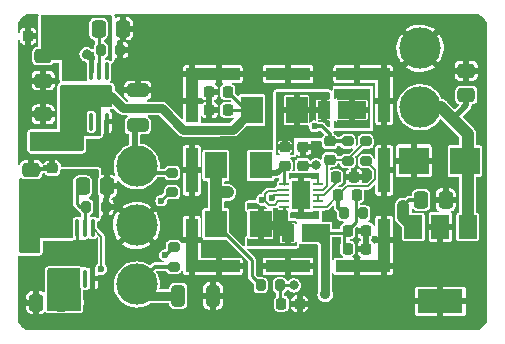
<source format=gbr>
G04 #@! TF.GenerationSoftware,KiCad,Pcbnew,(6.0.9-0)*
G04 #@! TF.CreationDate,2023-07-05T23:25:05+02:00*
G04 #@! TF.ProjectId,dcdc_7909,64636463-5f37-4393-9039-2e6b69636164,2.0*
G04 #@! TF.SameCoordinates,Original*
G04 #@! TF.FileFunction,Copper,L1,Top*
G04 #@! TF.FilePolarity,Positive*
%FSLAX46Y46*%
G04 Gerber Fmt 4.6, Leading zero omitted, Abs format (unit mm)*
G04 Created by KiCad (PCBNEW (6.0.9-0)) date 2023-07-05 23:25:05*
%MOMM*%
%LPD*%
G01*
G04 APERTURE LIST*
G04 Aperture macros list*
%AMRoundRect*
0 Rectangle with rounded corners*
0 $1 Rounding radius*
0 $2 $3 $4 $5 $6 $7 $8 $9 X,Y pos of 4 corners*
0 Add a 4 corners polygon primitive as box body*
4,1,4,$2,$3,$4,$5,$6,$7,$8,$9,$2,$3,0*
0 Add four circle primitives for the rounded corners*
1,1,$1+$1,$2,$3*
1,1,$1+$1,$4,$5*
1,1,$1+$1,$6,$7*
1,1,$1+$1,$8,$9*
0 Add four rect primitives between the rounded corners*
20,1,$1+$1,$2,$3,$4,$5,0*
20,1,$1+$1,$4,$5,$6,$7,0*
20,1,$1+$1,$6,$7,$8,$9,0*
20,1,$1+$1,$8,$9,$2,$3,0*%
G04 Aperture macros list end*
G04 #@! TA.AperFunction,SMDPad,CuDef*
%ADD10RoundRect,0.250000X-0.325000X-0.650000X0.325000X-0.650000X0.325000X0.650000X-0.325000X0.650000X0*%
G04 #@! TD*
G04 #@! TA.AperFunction,SMDPad,CuDef*
%ADD11RoundRect,0.250000X0.650000X-0.325000X0.650000X0.325000X-0.650000X0.325000X-0.650000X-0.325000X0*%
G04 #@! TD*
G04 #@! TA.AperFunction,SMDPad,CuDef*
%ADD12RoundRect,0.225000X0.250000X-0.225000X0.250000X0.225000X-0.250000X0.225000X-0.250000X-0.225000X0*%
G04 #@! TD*
G04 #@! TA.AperFunction,SMDPad,CuDef*
%ADD13RoundRect,0.225000X0.225000X0.250000X-0.225000X0.250000X-0.225000X-0.250000X0.225000X-0.250000X0*%
G04 #@! TD*
G04 #@! TA.AperFunction,ComponentPad*
%ADD14C,3.500120*%
G04 #@! TD*
G04 #@! TA.AperFunction,SMDPad,CuDef*
%ADD15RoundRect,0.100000X0.100000X-0.625000X0.100000X0.625000X-0.100000X0.625000X-0.100000X-0.625000X0*%
G04 #@! TD*
G04 #@! TA.AperFunction,SMDPad,CuDef*
%ADD16RoundRect,0.250000X1.175000X-0.575000X1.175000X0.575000X-1.175000X0.575000X-1.175000X-0.575000X0*%
G04 #@! TD*
G04 #@! TA.AperFunction,SMDPad,CuDef*
%ADD17RoundRect,0.200000X-0.200000X-0.275000X0.200000X-0.275000X0.200000X0.275000X-0.200000X0.275000X0*%
G04 #@! TD*
G04 #@! TA.AperFunction,SMDPad,CuDef*
%ADD18RoundRect,0.200000X0.275000X-0.200000X0.275000X0.200000X-0.275000X0.200000X-0.275000X-0.200000X0*%
G04 #@! TD*
G04 #@! TA.AperFunction,SMDPad,CuDef*
%ADD19RoundRect,0.250000X0.337500X0.475000X-0.337500X0.475000X-0.337500X-0.475000X0.337500X-0.475000X0*%
G04 #@! TD*
G04 #@! TA.AperFunction,SMDPad,CuDef*
%ADD20RoundRect,0.250000X0.475000X-0.337500X0.475000X0.337500X-0.475000X0.337500X-0.475000X-0.337500X0*%
G04 #@! TD*
G04 #@! TA.AperFunction,SMDPad,CuDef*
%ADD21RoundRect,0.250000X-0.337500X-0.475000X0.337500X-0.475000X0.337500X0.475000X-0.337500X0.475000X0*%
G04 #@! TD*
G04 #@! TA.AperFunction,SMDPad,CuDef*
%ADD22RoundRect,0.250000X-0.475000X0.337500X-0.475000X-0.337500X0.475000X-0.337500X0.475000X0.337500X0*%
G04 #@! TD*
G04 #@! TA.AperFunction,SMDPad,CuDef*
%ADD23RoundRect,0.200000X-0.275000X0.200000X-0.275000X-0.200000X0.275000X-0.200000X0.275000X0.200000X0*%
G04 #@! TD*
G04 #@! TA.AperFunction,SMDPad,CuDef*
%ADD24R,2.400000X1.500000*%
G04 #@! TD*
G04 #@! TA.AperFunction,SMDPad,CuDef*
%ADD25R,1.050000X1.500000*%
G04 #@! TD*
G04 #@! TA.AperFunction,SMDPad,CuDef*
%ADD26RoundRect,0.062500X0.362500X0.062500X-0.362500X0.062500X-0.362500X-0.062500X0.362500X-0.062500X0*%
G04 #@! TD*
G04 #@! TA.AperFunction,SMDPad,CuDef*
%ADD27R,1.650000X2.380000*%
G04 #@! TD*
G04 #@! TA.AperFunction,SMDPad,CuDef*
%ADD28R,1.854500X2.286000*%
G04 #@! TD*
G04 #@! TA.AperFunction,SMDPad,CuDef*
%ADD29R,2.500000X2.300000*%
G04 #@! TD*
G04 #@! TA.AperFunction,SMDPad,CuDef*
%ADD30R,1.500000X2.000000*%
G04 #@! TD*
G04 #@! TA.AperFunction,SMDPad,CuDef*
%ADD31R,3.800000X2.000000*%
G04 #@! TD*
G04 #@! TA.AperFunction,SMDPad,CuDef*
%ADD32RoundRect,0.225000X-0.225000X-0.250000X0.225000X-0.250000X0.225000X0.250000X-0.225000X0.250000X0*%
G04 #@! TD*
G04 #@! TA.AperFunction,SMDPad,CuDef*
%ADD33R,3.550000X1.000000*%
G04 #@! TD*
G04 #@! TA.AperFunction,SMDPad,CuDef*
%ADD34R,1.000000X3.550000*%
G04 #@! TD*
G04 #@! TA.AperFunction,SMDPad,CuDef*
%ADD35R,1.000000X1.000000*%
G04 #@! TD*
G04 #@! TA.AperFunction,SMDPad,CuDef*
%ADD36R,3.800000X1.000000*%
G04 #@! TD*
G04 #@! TA.AperFunction,SMDPad,CuDef*
%ADD37R,1.000000X3.800000*%
G04 #@! TD*
G04 #@! TA.AperFunction,SMDPad,CuDef*
%ADD38RoundRect,0.225000X-0.250000X0.225000X-0.250000X-0.225000X0.250000X-0.225000X0.250000X0.225000X0*%
G04 #@! TD*
G04 #@! TA.AperFunction,ViaPad*
%ADD39C,0.600000*%
G04 #@! TD*
G04 #@! TA.AperFunction,ViaPad*
%ADD40C,0.800000*%
G04 #@! TD*
G04 #@! TA.AperFunction,ViaPad*
%ADD41C,0.900000*%
G04 #@! TD*
G04 #@! TA.AperFunction,ViaPad*
%ADD42C,0.700000*%
G04 #@! TD*
G04 #@! TA.AperFunction,Conductor*
%ADD43C,1.016000*%
G04 #@! TD*
G04 #@! TA.AperFunction,Conductor*
%ADD44C,0.254000*%
G04 #@! TD*
G04 #@! TA.AperFunction,Conductor*
%ADD45C,0.152400*%
G04 #@! TD*
G04 #@! TA.AperFunction,Conductor*
%ADD46C,0.304800*%
G04 #@! TD*
G04 #@! TA.AperFunction,Conductor*
%ADD47C,0.762000*%
G04 #@! TD*
G04 #@! TA.AperFunction,Conductor*
%ADD48C,0.250000*%
G04 #@! TD*
G04 #@! TA.AperFunction,Conductor*
%ADD49C,0.508000*%
G04 #@! TD*
G04 APERTURE END LIST*
D10*
X92710000Y-77978000D03*
X95660000Y-77978000D03*
D11*
X89281000Y-60579000D03*
X89281000Y-63529000D03*
D12*
X82042000Y-68733000D03*
X82042000Y-67183000D03*
D13*
X81547000Y-56001500D03*
X79997000Y-56001500D03*
D14*
X89200000Y-67010000D03*
X89200000Y-72010000D03*
X113200000Y-62010000D03*
X113200000Y-57010000D03*
D15*
X82216000Y-76516000D03*
X82866000Y-76516000D03*
X83516000Y-76516000D03*
X84166000Y-76516000D03*
X84816000Y-76516000D03*
X85466000Y-76516000D03*
X85466000Y-72216000D03*
X84816000Y-72216000D03*
X84166000Y-72216000D03*
X83516000Y-72216000D03*
X82866000Y-72216000D03*
X82216000Y-72216000D03*
D16*
X83841000Y-74366000D03*
D17*
X84935000Y-70429000D03*
X86585000Y-70429000D03*
X86170000Y-57144500D03*
X87820000Y-57144500D03*
D18*
X92329000Y-75501000D03*
X92329000Y-73851000D03*
D14*
X89200000Y-77010000D03*
D15*
X83401500Y-63231500D03*
X84051500Y-63231500D03*
X84701500Y-63231500D03*
X85351500Y-63231500D03*
X86001500Y-63231500D03*
X86651500Y-63231500D03*
X86651500Y-58931500D03*
X86001500Y-58931500D03*
X85351500Y-58931500D03*
X84701500Y-58931500D03*
X84051500Y-58931500D03*
X83401500Y-58931500D03*
D16*
X85026500Y-61081500D03*
D19*
X82774700Y-78536800D03*
X80699700Y-78536800D03*
D20*
X81280000Y-64686000D03*
X81280000Y-62611000D03*
D21*
X85979000Y-55366500D03*
X88054000Y-55366500D03*
D20*
X80263000Y-69385000D03*
X80263000Y-67310000D03*
D22*
X81280000Y-57667500D03*
X81280000Y-59742500D03*
D21*
X84618000Y-68707000D03*
X86693000Y-68707000D03*
D23*
X92202000Y-67564000D03*
X92202000Y-69214000D03*
D24*
X107416750Y-62230000D03*
D25*
X105041750Y-62230000D03*
D26*
X104574000Y-70469000D03*
X104574000Y-69969000D03*
X104574000Y-69469000D03*
X104574000Y-68969000D03*
X104574000Y-68469000D03*
X101674000Y-68469000D03*
X101674000Y-68969000D03*
X101674000Y-69469000D03*
X101674000Y-69969000D03*
X101674000Y-70469000D03*
D27*
X103124000Y-69469000D03*
D28*
X95897750Y-71882000D03*
X99682250Y-71882000D03*
D12*
X103251000Y-66942000D03*
X103251000Y-65392000D03*
D28*
X95897750Y-66929000D03*
X99682250Y-66929000D03*
D29*
X116967000Y-66548000D03*
X112667000Y-66548000D03*
D12*
X101727000Y-66955000D03*
X101727000Y-65405000D03*
D30*
X117221000Y-72139500D03*
X114921000Y-72139500D03*
X112621000Y-72139500D03*
D31*
X114921000Y-78439500D03*
D18*
X107061000Y-66547000D03*
X107061000Y-64897000D03*
D28*
X102743000Y-62255400D03*
X98958500Y-62255400D03*
D32*
X106045000Y-67945000D03*
X107595000Y-67945000D03*
X107061000Y-73964800D03*
X108611000Y-73964800D03*
D33*
X107889000Y-59182000D03*
D34*
X110164000Y-73207000D03*
D33*
X96139000Y-59182000D03*
D35*
X93864000Y-75482000D03*
D34*
X93864000Y-73207000D03*
D35*
X110164000Y-75482000D03*
D36*
X102014000Y-59182000D03*
D35*
X110164000Y-59182000D03*
D34*
X110164000Y-61457000D03*
D33*
X107889000Y-75482000D03*
X96139000Y-75482000D03*
D37*
X110164000Y-67332000D03*
X93864000Y-67332000D03*
D34*
X93864000Y-61457000D03*
D36*
X102014000Y-75482000D03*
D35*
X93864000Y-59182000D03*
D32*
X101447000Y-78626000D03*
X102997000Y-78626000D03*
D13*
X107836000Y-69469000D03*
X106286000Y-69469000D03*
D38*
X105537000Y-64897000D03*
X105537000Y-66447000D03*
D17*
X99695000Y-77089000D03*
X101345000Y-77089000D03*
D32*
X107061000Y-72466200D03*
X108611000Y-72466200D03*
D24*
X104355000Y-72644000D03*
D25*
X101980000Y-72644000D03*
D13*
X96914000Y-60706000D03*
X95364000Y-60706000D03*
D17*
X106744000Y-70993000D03*
X108394000Y-70993000D03*
D21*
X113284000Y-69850000D03*
X115359000Y-69850000D03*
D18*
X108585000Y-66547000D03*
X108585000Y-64897000D03*
D20*
X117094000Y-60981500D03*
X117094000Y-58906500D03*
D13*
X96914000Y-62230000D03*
X95364000Y-62230000D03*
D39*
X100629844Y-69723000D03*
D40*
X104394000Y-66929000D03*
D41*
X96901000Y-69215000D03*
X111760000Y-70358000D03*
D40*
X84963000Y-57525500D03*
D42*
X83841000Y-73985000D03*
D39*
X117475000Y-78359000D03*
X79756000Y-57658000D03*
X100457000Y-61341000D03*
X114935000Y-80010000D03*
X86360000Y-78105000D03*
X117475000Y-80010000D03*
X117475000Y-75289500D03*
X79756000Y-60198000D03*
X105664000Y-70993000D03*
X100330000Y-55118000D03*
D42*
X82317000Y-73985000D03*
D39*
X107442000Y-63373000D03*
X103632000Y-70358000D03*
X109728000Y-70231000D03*
X98933000Y-60071000D03*
X97790000Y-72136000D03*
X80010000Y-76200000D03*
X79756000Y-78486000D03*
X110490000Y-57150000D03*
X107950000Y-55118000D03*
X92710000Y-57150000D03*
X107442000Y-60960000D03*
X79756000Y-61468000D03*
X106045000Y-73914000D03*
X108331000Y-63373000D03*
X83058000Y-80010000D03*
X97790000Y-77470000D03*
X90932000Y-65125600D03*
X110490000Y-77470000D03*
X102870000Y-55118000D03*
D42*
X85365000Y-74747000D03*
D39*
X108331000Y-60960000D03*
X107950000Y-57150000D03*
X84074000Y-66548000D03*
X95250000Y-55880000D03*
D42*
X84603000Y-73985000D03*
D39*
X109347000Y-73152000D03*
X109220000Y-80010000D03*
D42*
X82317000Y-74747000D03*
D39*
X109982000Y-64262000D03*
X105410000Y-55118000D03*
X97790000Y-65532000D03*
X99568000Y-74422000D03*
X105410000Y-57150000D03*
X79502000Y-65024000D03*
X99568000Y-78486000D03*
X102616000Y-70358000D03*
X88138000Y-69596000D03*
X94208000Y-78740000D03*
X114921000Y-75289500D03*
X110490000Y-55118000D03*
X103632000Y-74295000D03*
X97790000Y-55118000D03*
X97790000Y-78486000D03*
X94234000Y-77216000D03*
X104394000Y-65405000D03*
X79756000Y-58928000D03*
X100457000Y-62865000D03*
X103124000Y-71120000D03*
X97790000Y-67056000D03*
X102616000Y-69723000D03*
X103886000Y-76962000D03*
D42*
X85365000Y-73985000D03*
D39*
X96520000Y-64770000D03*
D42*
X83841000Y-74747000D03*
D39*
X90932000Y-63398400D03*
D42*
X84603000Y-74747000D03*
D39*
X86360000Y-65532000D03*
X113030000Y-64770000D03*
X111760000Y-64770000D03*
X100330000Y-57150000D03*
X112395000Y-75289500D03*
X102870000Y-57150000D03*
X118110000Y-62865000D03*
X117475000Y-74019500D03*
X97790000Y-57150000D03*
X80772000Y-80010000D03*
X90170000Y-57150000D03*
D42*
X83079000Y-73985000D03*
D39*
X106680000Y-80010000D03*
X103632000Y-69723000D03*
X111760000Y-68453000D03*
X97790000Y-70358000D03*
X79756000Y-62738000D03*
D42*
X83079000Y-74747000D03*
D39*
X111760000Y-80010000D03*
X88900000Y-58674000D03*
X105029000Y-60071000D03*
X112395000Y-74019500D03*
X114817000Y-66548000D03*
X99568000Y-64770000D03*
X96012000Y-73914000D03*
X92710000Y-55118000D03*
X90170000Y-55118000D03*
X114921000Y-74019500D03*
D40*
X102489000Y-77089000D03*
D39*
X99822000Y-69850000D03*
X86207600Y-75692000D03*
D41*
X105156000Y-77851000D03*
X84074000Y-78486000D03*
D42*
X86169500Y-61462500D03*
X86169500Y-60700500D03*
X85407500Y-60700500D03*
X85407500Y-61462500D03*
X84645500Y-61462500D03*
X84645500Y-60700500D03*
X83883500Y-60700500D03*
X83883500Y-61462500D03*
D39*
X95631000Y-63881000D03*
X104267000Y-63627000D03*
X83185000Y-69977000D03*
D41*
X83312000Y-57023000D03*
D39*
X91287600Y-69900800D03*
X91592400Y-74523600D03*
D43*
X96901000Y-69215000D02*
X95936000Y-69215000D01*
D44*
X98933000Y-76327000D02*
X98933000Y-74930000D01*
D43*
X95910500Y-69189500D02*
X95910500Y-71615250D01*
D44*
X98933000Y-74930000D02*
X95897750Y-71894750D01*
D45*
X101674000Y-69469000D02*
X100748087Y-69469000D01*
D43*
X111760000Y-70358000D02*
X111760000Y-71278500D01*
X95910500Y-66929000D02*
X95910500Y-69189500D01*
X111760000Y-71278500D02*
X112621000Y-72139500D01*
D46*
X113284000Y-69850000D02*
X112268000Y-69850000D01*
D44*
X103264000Y-66929000D02*
X103251000Y-66942000D01*
D46*
X112268000Y-69850000D02*
X111760000Y-70358000D01*
D44*
X104394000Y-66929000D02*
X103264000Y-66929000D01*
X95897750Y-71894750D02*
X95897750Y-71628000D01*
D43*
X95936000Y-69215000D02*
X95910500Y-69189500D01*
D44*
X99695000Y-77089000D02*
X98933000Y-76327000D01*
D43*
X95910500Y-71615250D02*
X95897750Y-71628000D01*
D44*
X85351500Y-58931500D02*
X85351500Y-57914000D01*
X84166000Y-74041000D02*
X83841000Y-74366000D01*
X85351500Y-57914000D02*
X84963000Y-57525500D01*
X84166000Y-72216000D02*
X84166000Y-74041000D01*
D45*
X101128600Y-68969000D02*
X101674000Y-68969000D01*
X100330000Y-69088000D02*
X101009600Y-69088000D01*
D44*
X101345000Y-77089000D02*
X102489000Y-77089000D01*
D45*
X101009600Y-69088000D02*
X101128600Y-68969000D01*
D44*
X101345000Y-78524000D02*
X101447000Y-78626000D01*
D45*
X100053644Y-69961670D02*
X100053644Y-69364356D01*
X100391174Y-70299200D02*
X100053644Y-69961670D01*
X100053644Y-69364356D02*
X100330000Y-69088000D01*
X101198714Y-69969000D02*
X100868514Y-70299200D01*
D44*
X101345000Y-77089000D02*
X101345000Y-78524000D01*
D45*
X100868514Y-70299200D02*
X100391174Y-70299200D01*
X101674000Y-69969000D02*
X101198714Y-69969000D01*
X105029000Y-69469000D02*
X106045000Y-68453000D01*
X104574000Y-69969000D02*
X104574000Y-69469000D01*
X104574000Y-69469000D02*
X105029000Y-69469000D01*
X106045000Y-68453000D02*
X106045000Y-67945000D01*
D47*
X101980000Y-72009000D02*
X100063250Y-72009000D01*
X100063250Y-72009000D02*
X99682250Y-71628000D01*
D45*
X104574000Y-70469000D02*
X105286000Y-70469000D01*
X108764970Y-68707000D02*
X107048000Y-68707000D01*
X105286000Y-70469000D02*
X106286000Y-69469000D01*
D46*
X106286000Y-69469000D02*
X106286000Y-70535000D01*
D45*
X106286000Y-69469000D02*
X107048000Y-68707000D01*
X109387800Y-67349800D02*
X108585000Y-66547000D01*
X109387800Y-67349800D02*
X109387800Y-68084170D01*
D46*
X106286000Y-70535000D02*
X106744000Y-70993000D01*
D45*
X109387800Y-68084170D02*
X108764970Y-68707000D01*
D48*
X107759000Y-69519000D02*
X107759000Y-70929000D01*
X107759000Y-71692000D02*
X106807000Y-72644000D01*
D47*
X105156000Y-76835000D02*
X105156000Y-72810000D01*
D45*
X86207600Y-72957600D02*
X86207600Y-75692000D01*
D48*
X107759000Y-70929000D02*
X107759000Y-71692000D01*
D47*
X105156000Y-73445000D02*
X104355000Y-72644000D01*
D48*
X107759000Y-70929000D02*
X108330000Y-70929000D01*
D47*
X105156000Y-76835000D02*
X105156000Y-77851000D01*
D45*
X85466000Y-72216000D02*
X86207600Y-72957600D01*
D48*
X106807000Y-72644000D02*
X104355000Y-72644000D01*
X106794000Y-72466200D02*
X106794000Y-73964800D01*
X108330000Y-70929000D02*
X108394000Y-70993000D01*
D44*
X101674000Y-68469000D02*
X101674000Y-67008000D01*
D49*
X101118000Y-67564000D02*
X101727000Y-66955000D01*
D44*
X101674000Y-67008000D02*
X101727000Y-66955000D01*
D49*
X99695000Y-67564000D02*
X101118000Y-67564000D01*
D46*
X105537000Y-64262000D02*
X105537000Y-64897000D01*
X104902000Y-63627000D02*
X104267000Y-63627000D01*
D47*
X93116400Y-63906400D02*
X96137677Y-63906400D01*
X87056289Y-61081500D02*
X88077789Y-62103000D01*
X91313000Y-62103000D02*
X93116400Y-63906400D01*
D48*
X98463400Y-62255400D02*
X98958500Y-62255400D01*
X96914000Y-60706000D02*
X98463400Y-62255400D01*
D47*
X97324900Y-63889000D02*
X98958500Y-62255400D01*
D46*
X107061000Y-64897000D02*
X105537000Y-64897000D01*
D47*
X88077789Y-62103000D02*
X91313000Y-62103000D01*
X85026500Y-61081500D02*
X87056289Y-61081500D01*
D46*
X105537000Y-64262000D02*
X104902000Y-63627000D01*
D48*
X98933100Y-62230000D02*
X98958500Y-62255400D01*
D47*
X96137677Y-63906400D02*
X96155077Y-63889000D01*
X96155077Y-63889000D02*
X97324900Y-63889000D01*
D48*
X96914000Y-62230000D02*
X98933100Y-62230000D01*
D47*
X103098600Y-62611000D02*
X102743000Y-62255400D01*
D44*
X86001500Y-58931500D02*
X86001500Y-55389000D01*
X86001500Y-55389000D02*
X85979000Y-55366500D01*
D45*
X104977994Y-68969000D02*
X105283000Y-68663994D01*
X105283000Y-66701000D02*
X105537000Y-66447000D01*
X105537000Y-66447000D02*
X106961000Y-66447000D01*
X106961000Y-66447000D02*
X107061000Y-66547000D01*
X104574000Y-68969000D02*
X104977994Y-68969000D01*
X107061000Y-66421000D02*
X107061000Y-66547000D01*
X105283000Y-68663994D02*
X105283000Y-66701000D01*
X108585000Y-64897000D02*
X107061000Y-66421000D01*
D46*
X92202000Y-67564000D02*
X89754000Y-67564000D01*
D49*
X89027000Y-63702000D02*
X89027000Y-66837000D01*
D47*
X90168000Y-77978000D02*
X89200000Y-77010000D01*
D46*
X92329000Y-75501000D02*
X90709000Y-75501000D01*
X90709000Y-75501000D02*
X89200000Y-77010000D01*
D47*
X92583000Y-77978000D02*
X90168000Y-77978000D01*
D44*
X92202000Y-69214000D02*
X91974400Y-69214000D01*
X91974400Y-69214000D02*
X91287600Y-69900800D01*
X92329000Y-73851000D02*
X92265000Y-73851000D01*
X92265000Y-73851000D02*
X91592400Y-74523600D01*
X84158500Y-70227500D02*
X84158500Y-68587500D01*
X84885000Y-70429000D02*
X84360000Y-70429000D01*
X84816000Y-72216000D02*
X84816000Y-70752000D01*
X84360000Y-70429000D02*
X84158500Y-70227500D01*
X84816000Y-70752000D02*
X84885000Y-70683000D01*
D43*
X117221000Y-64262000D02*
X117221000Y-72139500D01*
X115951000Y-62992000D02*
X117221000Y-64262000D01*
D49*
X117094000Y-61849000D02*
X115951000Y-62992000D01*
X117094000Y-60981500D02*
X117094000Y-61849000D01*
D43*
X114969000Y-62010000D02*
X113200000Y-62010000D01*
X115951000Y-62992000D02*
X114969000Y-62010000D01*
G04 #@! TA.AperFunction,Conductor*
G36*
X85930900Y-75220144D02*
G01*
X85911993Y-75278335D01*
X85890838Y-75298149D01*
X85891217Y-75298594D01*
X85885843Y-75303168D01*
X85879880Y-75306930D01*
X85875213Y-75312214D01*
X85875211Y-75312216D01*
X85789644Y-75409103D01*
X85789642Y-75409105D01*
X85784977Y-75414388D01*
X85781981Y-75420770D01*
X85781980Y-75420771D01*
X85768694Y-75449070D01*
X85740556Y-75509000D01*
X84517920Y-75509000D01*
X84517458Y-75508529D01*
X84512504Y-75503473D01*
X84506330Y-75500019D01*
X84506328Y-75500018D01*
X84437533Y-75461537D01*
X84437531Y-75461536D01*
X84432686Y-75458826D01*
X84364565Y-75438824D01*
X84306669Y-75430500D01*
X81757200Y-75430500D01*
X81728182Y-75433620D01*
X81716141Y-75434914D01*
X81716139Y-75434914D01*
X81713519Y-75435196D01*
X81710949Y-75435755D01*
X81710943Y-75435756D01*
X81670728Y-75444504D01*
X81661177Y-75446582D01*
X81650997Y-75449070D01*
X81570284Y-75492079D01*
X81550756Y-75509000D01*
X79396000Y-75509000D01*
X79396000Y-74571500D01*
X80921000Y-74571500D01*
X80950018Y-74568380D01*
X80962059Y-74567086D01*
X80962061Y-74567086D01*
X80964681Y-74566804D01*
X80967251Y-74566245D01*
X80967257Y-74566244D01*
X81016448Y-74555543D01*
X81017023Y-74555418D01*
X81027203Y-74552930D01*
X81107916Y-74509921D01*
X81161572Y-74463428D01*
X81179527Y-74445835D01*
X81224174Y-74366017D01*
X81244176Y-74297896D01*
X81252500Y-74240000D01*
X81252500Y-73400500D01*
X81271407Y-73342309D01*
X81320907Y-73306345D01*
X81351500Y-73301500D01*
X83656579Y-73301500D01*
X83684769Y-73299557D01*
X83686466Y-73299322D01*
X83713821Y-73295534D01*
X83713824Y-73295533D01*
X83719010Y-73294815D01*
X83800120Y-73265280D01*
X83804559Y-73262492D01*
X83804561Y-73262491D01*
X83858961Y-73228323D01*
X83858962Y-73228322D01*
X83860241Y-73227519D01*
X83861466Y-73226641D01*
X83866545Y-73223000D01*
X85930900Y-73223000D01*
X85930900Y-75220144D01*
G37*
G04 #@! TD.AperFunction*
G04 #@! TA.AperFunction,Conductor*
G36*
X87064121Y-60149002D02*
G01*
X87110614Y-60202658D01*
X87122000Y-60255000D01*
X87122000Y-61844500D01*
X87101998Y-61912621D01*
X87048342Y-61959114D01*
X86996000Y-61970500D01*
X86169500Y-61970500D01*
X86169500Y-64321000D01*
X86149498Y-64389121D01*
X86095842Y-64435614D01*
X86043500Y-64447000D01*
X84709000Y-64447000D01*
X84709000Y-65591000D01*
X84688998Y-65659121D01*
X84635342Y-65705614D01*
X84583000Y-65717000D01*
X80263000Y-65717000D01*
X80194879Y-65696998D01*
X80148386Y-65643342D01*
X80137000Y-65591000D01*
X80137000Y-64192000D01*
X80157002Y-64123879D01*
X80210658Y-64077386D01*
X80263000Y-64066000D01*
X82677000Y-64066000D01*
X82677000Y-63901146D01*
X84951000Y-63901146D01*
X84954118Y-63927346D01*
X84999561Y-64029653D01*
X85078787Y-64108741D01*
X85089424Y-64113444D01*
X85089426Y-64113445D01*
X85148962Y-64139765D01*
X85181173Y-64154006D01*
X85206854Y-64157000D01*
X85496146Y-64157000D01*
X85499850Y-64156559D01*
X85499853Y-64156559D01*
X85507246Y-64155679D01*
X85522346Y-64153882D01*
X85624653Y-64108439D01*
X85703741Y-64029213D01*
X85749006Y-63926827D01*
X85752000Y-63901146D01*
X85752000Y-62561854D01*
X85748882Y-62535654D01*
X85703439Y-62433347D01*
X85624213Y-62354259D01*
X85613576Y-62349556D01*
X85613574Y-62349555D01*
X85554038Y-62323235D01*
X85521827Y-62308994D01*
X85496146Y-62306000D01*
X85206854Y-62306000D01*
X85203150Y-62306441D01*
X85203147Y-62306441D01*
X85195754Y-62307321D01*
X85180654Y-62309118D01*
X85078347Y-62354561D01*
X84999259Y-62433787D01*
X84994556Y-62444424D01*
X84994555Y-62444426D01*
X84968235Y-62503962D01*
X84953994Y-62536173D01*
X84951000Y-62561854D01*
X84951000Y-63901146D01*
X82677000Y-63901146D01*
X82677000Y-60255000D01*
X82697002Y-60186879D01*
X82750658Y-60140386D01*
X82803000Y-60129000D01*
X86996000Y-60129000D01*
X87064121Y-60149002D01*
G37*
G04 #@! TD.AperFunction*
G04 #@! TA.AperFunction,Conductor*
G36*
X85942121Y-67274002D02*
G01*
X85988614Y-67327658D01*
X86000000Y-67380000D01*
X86000000Y-67913514D01*
X85979998Y-67981635D01*
X85975351Y-67988374D01*
X85958459Y-68011243D01*
X85958458Y-68011246D01*
X85952866Y-68018816D01*
X85907981Y-68146631D01*
X85905000Y-68178166D01*
X85905000Y-69235834D01*
X85907981Y-69267369D01*
X85952866Y-69395184D01*
X85958458Y-69402754D01*
X85958459Y-69402757D01*
X85975351Y-69425626D01*
X85999734Y-69492305D01*
X86000000Y-69500486D01*
X86000000Y-70014699D01*
X85998449Y-70034410D01*
X85984500Y-70122481D01*
X85984501Y-70735518D01*
X85985276Y-70740409D01*
X85985276Y-70740412D01*
X85998449Y-70823590D01*
X86000000Y-70843299D01*
X86000000Y-71295774D01*
X85979998Y-71363895D01*
X85926342Y-71410388D01*
X85856068Y-71420492D01*
X85791488Y-71390998D01*
X85784983Y-71384947D01*
X85746949Y-71346979D01*
X85746944Y-71346975D01*
X85738713Y-71338759D01*
X85728076Y-71334056D01*
X85728074Y-71334055D01*
X85668538Y-71307735D01*
X85636327Y-71293494D01*
X85610646Y-71290500D01*
X85390934Y-71290500D01*
X85322813Y-71270498D01*
X85276320Y-71216842D01*
X85266216Y-71146568D01*
X85295710Y-71081988D01*
X85333731Y-71052233D01*
X85339489Y-71049299D01*
X85373342Y-71032050D01*
X85463050Y-70942342D01*
X85520646Y-70829304D01*
X85535500Y-70735519D01*
X85535499Y-70122482D01*
X85520646Y-70028696D01*
X85463050Y-69915658D01*
X85373342Y-69825950D01*
X85260304Y-69768354D01*
X85253793Y-69767323D01*
X85196710Y-69728291D01*
X85169073Y-69662894D01*
X85181180Y-69592937D01*
X85219393Y-69547180D01*
X85270076Y-69509745D01*
X85270079Y-69509742D01*
X85277650Y-69504150D01*
X85335649Y-69425626D01*
X85352541Y-69402757D01*
X85352542Y-69402754D01*
X85358134Y-69395184D01*
X85403019Y-69267369D01*
X85406000Y-69235834D01*
X85406000Y-68178166D01*
X85403019Y-68146631D01*
X85358134Y-68018816D01*
X85352542Y-68011246D01*
X85352541Y-68011243D01*
X85283242Y-67917421D01*
X85277650Y-67909850D01*
X85211085Y-67860684D01*
X85176257Y-67834959D01*
X85176254Y-67834958D01*
X85168684Y-67829366D01*
X85040869Y-67784481D01*
X85033223Y-67783758D01*
X85033222Y-67783758D01*
X85027252Y-67783194D01*
X85009334Y-67781500D01*
X84226666Y-67781500D01*
X84208748Y-67783194D01*
X84202778Y-67783758D01*
X84202777Y-67783758D01*
X84195131Y-67784481D01*
X84067316Y-67829366D01*
X84059746Y-67834958D01*
X84059743Y-67834959D01*
X84024915Y-67860684D01*
X83958350Y-67909850D01*
X83952758Y-67917421D01*
X83883459Y-68011243D01*
X83883458Y-68011246D01*
X83877866Y-68018816D01*
X83832981Y-68146631D01*
X83830000Y-68178166D01*
X83830000Y-69235834D01*
X83830279Y-69238781D01*
X83830441Y-69240499D01*
X83831000Y-69252357D01*
X83831000Y-70207706D01*
X83830520Y-70218689D01*
X83827213Y-70256484D01*
X83830066Y-70267131D01*
X83837034Y-70293135D01*
X83839413Y-70303867D01*
X83846003Y-70341239D01*
X83851514Y-70350785D01*
X83852740Y-70354153D01*
X83854254Y-70357399D01*
X83857106Y-70368043D01*
X83878877Y-70399135D01*
X83884775Y-70408394D01*
X83903750Y-70441260D01*
X83912195Y-70448346D01*
X83932830Y-70465661D01*
X83940934Y-70473088D01*
X84114412Y-70646566D01*
X84121839Y-70654670D01*
X84146240Y-70683750D01*
X84155789Y-70689263D01*
X84179106Y-70702725D01*
X84188365Y-70708623D01*
X84219457Y-70730394D01*
X84230101Y-70733246D01*
X84233347Y-70734760D01*
X84236715Y-70735986D01*
X84246261Y-70741497D01*
X84257115Y-70743411D01*
X84267476Y-70747182D01*
X84266604Y-70749579D01*
X84316137Y-70774127D01*
X84348657Y-70824906D01*
X84349354Y-70829304D01*
X84406950Y-70942342D01*
X84451595Y-70986987D01*
X84485621Y-71049299D01*
X84488500Y-71076082D01*
X84488500Y-71171500D01*
X84468498Y-71239621D01*
X84414842Y-71286114D01*
X84344568Y-71296218D01*
X84340650Y-71295405D01*
X84336327Y-71293494D01*
X84310646Y-71290500D01*
X84021354Y-71290500D01*
X84017650Y-71290941D01*
X84017647Y-71290941D01*
X84010254Y-71291821D01*
X83995154Y-71293618D01*
X83892847Y-71339061D01*
X83813759Y-71418287D01*
X83768494Y-71520673D01*
X83765500Y-71546354D01*
X83765500Y-72885646D01*
X83768618Y-72911846D01*
X83772456Y-72920487D01*
X83774961Y-72929600D01*
X83773225Y-72930077D01*
X83781104Y-72989226D01*
X83750941Y-73053497D01*
X83690820Y-73091258D01*
X83656579Y-73096000D01*
X81047000Y-73096000D01*
X81047000Y-74240000D01*
X81026998Y-74308121D01*
X80973342Y-74354614D01*
X80921000Y-74366000D01*
X79395000Y-74366000D01*
X79326879Y-74345998D01*
X79280386Y-74292342D01*
X79269000Y-74240000D01*
X79269000Y-68073963D01*
X79289002Y-68005842D01*
X79342658Y-67959349D01*
X79412932Y-67949245D01*
X79469859Y-67972612D01*
X79567239Y-68044539D01*
X79567246Y-68044543D01*
X79574816Y-68050134D01*
X79702631Y-68095019D01*
X79710277Y-68095742D01*
X79710278Y-68095742D01*
X79716248Y-68096306D01*
X79734166Y-68098000D01*
X80791834Y-68098000D01*
X80809752Y-68096306D01*
X80815722Y-68095742D01*
X80815723Y-68095742D01*
X80823369Y-68095019D01*
X80951184Y-68050134D01*
X80958754Y-68044542D01*
X80958757Y-68044541D01*
X81052579Y-67975242D01*
X81060150Y-67969650D01*
X81108450Y-67904258D01*
X81135041Y-67868257D01*
X81135042Y-67868254D01*
X81140634Y-67860684D01*
X81185519Y-67732869D01*
X81188500Y-67701334D01*
X81188500Y-67685638D01*
X81208502Y-67617517D01*
X81262158Y-67571024D01*
X81332432Y-67560920D01*
X81397012Y-67590414D01*
X81426767Y-67628435D01*
X81443472Y-67661220D01*
X81538780Y-67756528D01*
X81658874Y-67817719D01*
X81668663Y-67819269D01*
X81668665Y-67819270D01*
X81698149Y-67823940D01*
X81758512Y-67833500D01*
X82325488Y-67833500D01*
X82385851Y-67823940D01*
X82415335Y-67819270D01*
X82415337Y-67819269D01*
X82425126Y-67817719D01*
X82545220Y-67756528D01*
X82640528Y-67661220D01*
X82701719Y-67541126D01*
X82717500Y-67441488D01*
X82717500Y-67380000D01*
X82737502Y-67311879D01*
X82791158Y-67265386D01*
X82843500Y-67254000D01*
X85874000Y-67254000D01*
X85942121Y-67274002D01*
G37*
G04 #@! TD.AperFunction*
G04 #@! TA.AperFunction,Conductor*
G36*
X84374790Y-75656002D02*
G01*
X84421283Y-75709658D01*
X84431387Y-75779932D01*
X84424805Y-75802864D01*
X84424817Y-75802867D01*
X84422325Y-75812007D01*
X84418494Y-75820673D01*
X84415500Y-75846354D01*
X84415500Y-77185646D01*
X84418618Y-77211846D01*
X84422456Y-77220486D01*
X84422456Y-77220487D01*
X84464061Y-77314153D01*
X84460164Y-77315884D01*
X84476000Y-77366887D01*
X84476000Y-79116800D01*
X84455998Y-79184921D01*
X84402342Y-79231414D01*
X84350000Y-79242800D01*
X81757200Y-79242800D01*
X81689079Y-79222798D01*
X81642586Y-79169142D01*
X81631200Y-79116800D01*
X81631200Y-75762000D01*
X81651202Y-75693879D01*
X81704858Y-75647386D01*
X81757200Y-75636000D01*
X84306669Y-75636000D01*
X84374790Y-75656002D01*
G37*
G04 #@! TD.AperFunction*
G04 #@! TA.AperFunction,Conductor*
G36*
X80874180Y-54145493D02*
G01*
X80899900Y-54190042D01*
X80897996Y-54224285D01*
X80893081Y-54241025D01*
X80892324Y-54243604D01*
X80891943Y-54246252D01*
X80891942Y-54246258D01*
X80889203Y-54265314D01*
X80884000Y-54301500D01*
X80884000Y-56804300D01*
X80866407Y-56852638D01*
X80821858Y-56878358D01*
X80808800Y-56879500D01*
X80751166Y-56879500D01*
X80749414Y-56879666D01*
X80749406Y-56879666D01*
X80724197Y-56882049D01*
X80724194Y-56882050D01*
X80719631Y-56882481D01*
X80591816Y-56927366D01*
X80482850Y-57007850D01*
X80402366Y-57116816D01*
X80357481Y-57244631D01*
X80357050Y-57249194D01*
X80357049Y-57249197D01*
X80355289Y-57267815D01*
X80354500Y-57276166D01*
X80354500Y-58058834D01*
X80354666Y-58060586D01*
X80354666Y-58060594D01*
X80355668Y-58071186D01*
X80357481Y-58090369D01*
X80402366Y-58218184D01*
X80482850Y-58327150D01*
X80591816Y-58407634D01*
X80719631Y-58452519D01*
X80724194Y-58452950D01*
X80724197Y-58452951D01*
X80749406Y-58455334D01*
X80749414Y-58455334D01*
X80751166Y-58455500D01*
X81808834Y-58455500D01*
X81810586Y-58455334D01*
X81810594Y-58455334D01*
X81835803Y-58452951D01*
X81835806Y-58452950D01*
X81840369Y-58452519D01*
X81968184Y-58407634D01*
X82077150Y-58327150D01*
X82119715Y-58269522D01*
X82162585Y-58241093D01*
X82180204Y-58239000D01*
X82586800Y-58239000D01*
X82635138Y-58256593D01*
X82660858Y-58301142D01*
X82662000Y-58314200D01*
X82662000Y-59685500D01*
X82662215Y-59687498D01*
X82662215Y-59687502D01*
X82666017Y-59722862D01*
X82666696Y-59729181D01*
X82667122Y-59731138D01*
X82667123Y-59731146D01*
X82676411Y-59773843D01*
X82678082Y-59781523D01*
X82680570Y-59791703D01*
X82682781Y-59795852D01*
X82682782Y-59795855D01*
X82711200Y-59849185D01*
X82718405Y-59900118D01*
X82691185Y-59943766D01*
X82680198Y-59950915D01*
X82616084Y-59985079D01*
X82612893Y-59987844D01*
X82612890Y-59987846D01*
X82581194Y-60015311D01*
X82562428Y-60031572D01*
X82544473Y-60049165D01*
X82541848Y-60053857D01*
X82541847Y-60053859D01*
X82531806Y-60071811D01*
X82499826Y-60128983D01*
X82498638Y-60133028D01*
X82498637Y-60133031D01*
X82480882Y-60193500D01*
X82479824Y-60197104D01*
X82479443Y-60199752D01*
X82479442Y-60199758D01*
X82472980Y-60244707D01*
X82471500Y-60255000D01*
X82471500Y-63785300D01*
X82453907Y-63833638D01*
X82409358Y-63859358D01*
X82396300Y-63860500D01*
X80263000Y-63860500D01*
X80261002Y-63860715D01*
X80260998Y-63860715D01*
X80221325Y-63864980D01*
X80221319Y-63864981D01*
X80219319Y-63865196D01*
X80217362Y-63865622D01*
X80217354Y-63865623D01*
X80167403Y-63876489D01*
X80167380Y-63876494D01*
X80166977Y-63876582D01*
X80166335Y-63876739D01*
X80156797Y-63879070D01*
X80152648Y-63881281D01*
X80152645Y-63881282D01*
X80115368Y-63901146D01*
X80076084Y-63922079D01*
X80072893Y-63924844D01*
X80072890Y-63924846D01*
X80056130Y-63939369D01*
X80022428Y-63968572D01*
X80004473Y-63986165D01*
X80001848Y-63990857D01*
X80001847Y-63990859D01*
X79999982Y-63994194D01*
X79959826Y-64065983D01*
X79958638Y-64070028D01*
X79958637Y-64070031D01*
X79940580Y-64131529D01*
X79939824Y-64134104D01*
X79939443Y-64136752D01*
X79939442Y-64136758D01*
X79932153Y-64187460D01*
X79931500Y-64192000D01*
X79931500Y-65591000D01*
X79931715Y-65592998D01*
X79931715Y-65593002D01*
X79932602Y-65601248D01*
X79936196Y-65634681D01*
X79936622Y-65636638D01*
X79936623Y-65636646D01*
X79939462Y-65649697D01*
X79947582Y-65687023D01*
X79950070Y-65697203D01*
X79952281Y-65701352D01*
X79952282Y-65701355D01*
X79974001Y-65742113D01*
X79993079Y-65777916D01*
X79995844Y-65781107D01*
X79995846Y-65781110D01*
X80031664Y-65822446D01*
X80039572Y-65831572D01*
X80057165Y-65849527D01*
X80061857Y-65852152D01*
X80061859Y-65852153D01*
X80099973Y-65873472D01*
X80136983Y-65894174D01*
X80141028Y-65895362D01*
X80141031Y-65895363D01*
X80202529Y-65913420D01*
X80205104Y-65914176D01*
X80207752Y-65914557D01*
X80207758Y-65914558D01*
X80260340Y-65922118D01*
X80260346Y-65922118D01*
X80263000Y-65922500D01*
X84583000Y-65922500D01*
X84584998Y-65922285D01*
X84585002Y-65922285D01*
X84624675Y-65918020D01*
X84624681Y-65918019D01*
X84626681Y-65917804D01*
X84628638Y-65917378D01*
X84628646Y-65917377D01*
X84678602Y-65906510D01*
X84678630Y-65906503D01*
X84679023Y-65906418D01*
X84689203Y-65903930D01*
X84693352Y-65901719D01*
X84693355Y-65901718D01*
X84766189Y-65862907D01*
X84769916Y-65860921D01*
X84773107Y-65858156D01*
X84773110Y-65858154D01*
X84822689Y-65815193D01*
X84823572Y-65814428D01*
X84841527Y-65796835D01*
X84886174Y-65717017D01*
X84888890Y-65707769D01*
X84905420Y-65651471D01*
X84905420Y-65651470D01*
X84906176Y-65648896D01*
X84906558Y-65646242D01*
X84914118Y-65593660D01*
X84914118Y-65593654D01*
X84914500Y-65591000D01*
X84914500Y-64727700D01*
X84932093Y-64679362D01*
X84976642Y-64653642D01*
X84989700Y-64652500D01*
X86043500Y-64652500D01*
X86045498Y-64652285D01*
X86045502Y-64652285D01*
X86085175Y-64648020D01*
X86085181Y-64648019D01*
X86087181Y-64647804D01*
X86089138Y-64647378D01*
X86089146Y-64647377D01*
X86139102Y-64636510D01*
X86139130Y-64636503D01*
X86139523Y-64636418D01*
X86149703Y-64633930D01*
X86153852Y-64631719D01*
X86153855Y-64631718D01*
X86226689Y-64592907D01*
X86230416Y-64590921D01*
X86233607Y-64588156D01*
X86233610Y-64588154D01*
X86283189Y-64545193D01*
X86284072Y-64544428D01*
X86302027Y-64526835D01*
X86321359Y-64492275D01*
X86333232Y-64471048D01*
X86346674Y-64447017D01*
X86356196Y-64414590D01*
X86365920Y-64381471D01*
X86365920Y-64381470D01*
X86366676Y-64378896D01*
X86368782Y-64364248D01*
X86374618Y-64323660D01*
X86374618Y-64323654D01*
X86375000Y-64321000D01*
X86375000Y-64273242D01*
X86392593Y-64224904D01*
X86434939Y-64199607D01*
X86448963Y-64196701D01*
X86451500Y-64193487D01*
X86451500Y-64187460D01*
X86851500Y-64187460D01*
X86855197Y-64197617D01*
X86856908Y-64198605D01*
X86859876Y-64197683D01*
X86954845Y-64151056D01*
X86964810Y-64143922D01*
X87039289Y-64069312D01*
X87046413Y-64059325D01*
X87092875Y-63964273D01*
X87096279Y-63953258D01*
X87105106Y-63892757D01*
X87105500Y-63887324D01*
X87105500Y-63444759D01*
X87101803Y-63434602D01*
X87096431Y-63431500D01*
X86864759Y-63431500D01*
X86854602Y-63435197D01*
X86851500Y-63440569D01*
X86851500Y-64187460D01*
X86451500Y-64187460D01*
X86451500Y-63106700D01*
X86469093Y-63058362D01*
X86513642Y-63032642D01*
X86526700Y-63031500D01*
X87092241Y-63031500D01*
X87102398Y-63027803D01*
X87105500Y-63022431D01*
X87105500Y-62575693D01*
X87105100Y-62570226D01*
X87096109Y-62509150D01*
X87092683Y-62498123D01*
X87046056Y-62403155D01*
X87038922Y-62393190D01*
X86964310Y-62318709D01*
X86955273Y-62312263D01*
X86926138Y-62269869D01*
X86931069Y-62218666D01*
X86967759Y-62182612D01*
X86994715Y-62176000D01*
X86996000Y-62176000D01*
X86997999Y-62175785D01*
X86998001Y-62175785D01*
X87037675Y-62171520D01*
X87037681Y-62171519D01*
X87039681Y-62171304D01*
X87041638Y-62170878D01*
X87041646Y-62170877D01*
X87091602Y-62160010D01*
X87091630Y-62160003D01*
X87092023Y-62159918D01*
X87102203Y-62157430D01*
X87106352Y-62155219D01*
X87106355Y-62155218D01*
X87179189Y-62116407D01*
X87182916Y-62114421D01*
X87183073Y-62114715D01*
X87230604Y-62102442D01*
X87276542Y-62124119D01*
X87636169Y-62483746D01*
X87642654Y-62491140D01*
X87663058Y-62517731D01*
X87666965Y-62520729D01*
X87693551Y-62541129D01*
X87693558Y-62541135D01*
X87752478Y-62586345D01*
X87784530Y-62610939D01*
X87925987Y-62669533D01*
X87930865Y-62670175D01*
X87930868Y-62670176D01*
X87981108Y-62676790D01*
X88039673Y-62684500D01*
X88039675Y-62684500D01*
X88077789Y-62689518D01*
X88111019Y-62685143D01*
X88120835Y-62684500D01*
X88347654Y-62684500D01*
X88395992Y-62702093D01*
X88421712Y-62746642D01*
X88412779Y-62797300D01*
X88392332Y-62820189D01*
X88308850Y-62881850D01*
X88228366Y-62990816D01*
X88183481Y-63118631D01*
X88180500Y-63150166D01*
X88180500Y-63907834D01*
X88180666Y-63909586D01*
X88180666Y-63909594D01*
X88182681Y-63930904D01*
X88183481Y-63939369D01*
X88228366Y-64067184D01*
X88308850Y-64176150D01*
X88417816Y-64256634D01*
X88522217Y-64293297D01*
X88561994Y-64325911D01*
X88572500Y-64364248D01*
X88572500Y-65109624D01*
X88554907Y-65157962D01*
X88522217Y-65180576D01*
X88503728Y-65187069D01*
X88423361Y-65215292D01*
X88338055Y-65259605D01*
X88208822Y-65326736D01*
X88178232Y-65342626D01*
X88093249Y-65403356D01*
X87986053Y-65479960D01*
X87953491Y-65503229D01*
X87951573Y-65505059D01*
X87951569Y-65505062D01*
X87755535Y-65692069D01*
X87753620Y-65693896D01*
X87582609Y-65910822D01*
X87488354Y-66073093D01*
X87455742Y-66129240D01*
X87443869Y-66149680D01*
X87407564Y-66239314D01*
X87348287Y-66385662D01*
X87340169Y-66405704D01*
X87273577Y-66673785D01*
X87273305Y-66676438D01*
X87273305Y-66676439D01*
X87268463Y-66723700D01*
X87245423Y-66948575D01*
X87251319Y-67098642D01*
X87255681Y-67209640D01*
X87256268Y-67224590D01*
X87280653Y-67358113D01*
X87299949Y-67463764D01*
X87305895Y-67496324D01*
X87349206Y-67626142D01*
X87370631Y-67690362D01*
X87369239Y-67741783D01*
X87335121Y-67780279D01*
X87284239Y-67787838D01*
X87272899Y-67784576D01*
X87144256Y-67736350D01*
X87135149Y-67734185D01*
X87080239Y-67728220D01*
X87076173Y-67728000D01*
X86960259Y-67728000D01*
X86950102Y-67731697D01*
X86947000Y-67737069D01*
X86947000Y-68439741D01*
X86950697Y-68449898D01*
X86956069Y-68453000D01*
X87521240Y-68453000D01*
X87531397Y-68449303D01*
X87534499Y-68443931D01*
X87534499Y-68272152D01*
X87552092Y-68223814D01*
X87596641Y-68198094D01*
X87647299Y-68207027D01*
X87670582Y-68228494D01*
X87670664Y-68228428D01*
X87671097Y-68228968D01*
X87671561Y-68229396D01*
X87673836Y-68232688D01*
X87675637Y-68234637D01*
X87675640Y-68234640D01*
X87858441Y-68432394D01*
X87861339Y-68435529D01*
X88075553Y-68609926D01*
X88077826Y-68611294D01*
X88077831Y-68611298D01*
X88309927Y-68751031D01*
X88312203Y-68752401D01*
X88314640Y-68753433D01*
X88314644Y-68753435D01*
X88564116Y-68859073D01*
X88564121Y-68859075D01*
X88566566Y-68860110D01*
X88696431Y-68894543D01*
X88830999Y-68930223D01*
X88831001Y-68930223D01*
X88833568Y-68930904D01*
X88836201Y-68931216D01*
X88836203Y-68931216D01*
X88935877Y-68943013D01*
X89107881Y-68963371D01*
X89227081Y-68960562D01*
X89381372Y-68956926D01*
X89381376Y-68956926D01*
X89384033Y-68956863D01*
X89386655Y-68956427D01*
X89386661Y-68956426D01*
X89632354Y-68915531D01*
X89656512Y-68911510D01*
X89659033Y-68910713D01*
X89659040Y-68910711D01*
X89886217Y-68838864D01*
X89919883Y-68828217D01*
X90168890Y-68708645D01*
X90340468Y-68594000D01*
X90396358Y-68556656D01*
X90396361Y-68556654D01*
X90398565Y-68555181D01*
X90604326Y-68370887D01*
X90606028Y-68368862D01*
X90606034Y-68368856D01*
X90777813Y-68164500D01*
X90782067Y-68159439D01*
X90911247Y-67952305D01*
X90951753Y-67920601D01*
X90975054Y-67916900D01*
X91509332Y-67916900D01*
X91557670Y-67934493D01*
X91576336Y-67957960D01*
X91582799Y-67970643D01*
X91598950Y-68002342D01*
X91688658Y-68092050D01*
X91693934Y-68094738D01*
X91693935Y-68094739D01*
X91700178Y-68097920D01*
X91801696Y-68149646D01*
X91807543Y-68150572D01*
X91892563Y-68164038D01*
X91892565Y-68164038D01*
X91895481Y-68164500D01*
X92201948Y-68164500D01*
X92508518Y-68164499D01*
X92583841Y-68152570D01*
X92596458Y-68150572D01*
X92596459Y-68150572D01*
X92602304Y-68149646D01*
X92614365Y-68143501D01*
X92710065Y-68094739D01*
X92710066Y-68094738D01*
X92715342Y-68092050D01*
X92805050Y-68002342D01*
X92862646Y-67889304D01*
X92877500Y-67795519D01*
X92877499Y-67332482D01*
X92862646Y-67238696D01*
X92854083Y-67221889D01*
X92807739Y-67130935D01*
X92807738Y-67130934D01*
X92805050Y-67125658D01*
X92744133Y-67064741D01*
X93110000Y-67064741D01*
X93113697Y-67074898D01*
X93119069Y-67078000D01*
X93596741Y-67078000D01*
X93606898Y-67074303D01*
X93610000Y-67068931D01*
X93610000Y-67064741D01*
X94118000Y-67064741D01*
X94121697Y-67074898D01*
X94127069Y-67078000D01*
X94604740Y-67078000D01*
X94614897Y-67074303D01*
X94617999Y-67068931D01*
X94617999Y-65410681D01*
X94617277Y-65403356D01*
X94604708Y-65340160D01*
X94599148Y-65326736D01*
X94551236Y-65255030D01*
X94540970Y-65244764D01*
X94469262Y-65196851D01*
X94455843Y-65191292D01*
X94392642Y-65178721D01*
X94385321Y-65178000D01*
X94131259Y-65178000D01*
X94121102Y-65181697D01*
X94118000Y-65187069D01*
X94118000Y-67064741D01*
X93610000Y-67064741D01*
X93610000Y-65191260D01*
X93606303Y-65181103D01*
X93600931Y-65178001D01*
X93342681Y-65178001D01*
X93335356Y-65178723D01*
X93272160Y-65191292D01*
X93258736Y-65196852D01*
X93187030Y-65244764D01*
X93176764Y-65255030D01*
X93128851Y-65326738D01*
X93123292Y-65340157D01*
X93110721Y-65403358D01*
X93110000Y-65410679D01*
X93110000Y-67064741D01*
X92744133Y-67064741D01*
X92715342Y-67035950D01*
X92676852Y-67016338D01*
X92620725Y-66987740D01*
X92602304Y-66978354D01*
X92570394Y-66973300D01*
X92511437Y-66963962D01*
X92511435Y-66963962D01*
X92508519Y-66963500D01*
X92202052Y-66963500D01*
X91895482Y-66963501D01*
X91826726Y-66974390D01*
X91807542Y-66977428D01*
X91807541Y-66977428D01*
X91801696Y-66978354D01*
X91796425Y-66981040D01*
X91796424Y-66981040D01*
X91698555Y-67030907D01*
X91688658Y-67035950D01*
X91598950Y-67125658D01*
X91596262Y-67130934D01*
X91596261Y-67130935D01*
X91576336Y-67170040D01*
X91538715Y-67205122D01*
X91509332Y-67211100D01*
X91226784Y-67211100D01*
X91178446Y-67193507D01*
X91152726Y-67148958D01*
X91151983Y-67132798D01*
X91151683Y-67132789D01*
X91155482Y-67011910D01*
X91155482Y-67011909D01*
X91155542Y-67010000D01*
X91152283Y-66963964D01*
X91145182Y-66863685D01*
X91136033Y-66734462D01*
X91077895Y-66464421D01*
X91073453Y-66452379D01*
X91033453Y-66343956D01*
X90982287Y-66205266D01*
X90981028Y-66202933D01*
X90981025Y-66202926D01*
X90892176Y-66038260D01*
X90851119Y-65962168D01*
X90754007Y-65830689D01*
X90688584Y-65742113D01*
X90688582Y-65742110D01*
X90687006Y-65739977D01*
X90685141Y-65738082D01*
X90495091Y-65545023D01*
X90495087Y-65545019D01*
X90493223Y-65543126D01*
X90273637Y-65375544D01*
X90271321Y-65374247D01*
X90271315Y-65374243D01*
X90048175Y-65249279D01*
X90032629Y-65240573D01*
X89775008Y-65140907D01*
X89772420Y-65140307D01*
X89772413Y-65140305D01*
X89591329Y-65098332D01*
X89539720Y-65086370D01*
X89496603Y-65058316D01*
X89481500Y-65013112D01*
X89481500Y-64379700D01*
X89499093Y-64331362D01*
X89543642Y-64305642D01*
X89556700Y-64304500D01*
X89984834Y-64304500D01*
X89986586Y-64304334D01*
X89986594Y-64304334D01*
X90011803Y-64301951D01*
X90011806Y-64301950D01*
X90016369Y-64301519D01*
X90144184Y-64256634D01*
X90253150Y-64176150D01*
X90333634Y-64067184D01*
X90378519Y-63939369D01*
X90379320Y-63930904D01*
X90381334Y-63909594D01*
X90381334Y-63909586D01*
X90381500Y-63907834D01*
X90381500Y-63150166D01*
X90378519Y-63118631D01*
X90333634Y-62990816D01*
X90253150Y-62881850D01*
X90169668Y-62820189D01*
X90141239Y-62777319D01*
X90147018Y-62726205D01*
X90184300Y-62690763D01*
X90214346Y-62684500D01*
X91040986Y-62684500D01*
X91089324Y-62702093D01*
X91094160Y-62706526D01*
X92674777Y-64287142D01*
X92681263Y-64294538D01*
X92698668Y-64317221D01*
X92698671Y-64317224D01*
X92701669Y-64321131D01*
X92705576Y-64324129D01*
X92732170Y-64344535D01*
X92780306Y-64381471D01*
X92823141Y-64414340D01*
X92902031Y-64447017D01*
X92922591Y-64455533D01*
X92960046Y-64471048D01*
X92960050Y-64471049D01*
X92964598Y-64472933D01*
X92969480Y-64473576D01*
X92969481Y-64473576D01*
X93078282Y-64487900D01*
X93078285Y-64487900D01*
X93116400Y-64492918D01*
X93121284Y-64492275D01*
X93149632Y-64488543D01*
X93159447Y-64487900D01*
X96094630Y-64487900D01*
X96104445Y-64488543D01*
X96137677Y-64492918D01*
X96142561Y-64492275D01*
X96234524Y-64480168D01*
X96284596Y-64473576D01*
X96284597Y-64473576D01*
X96289479Y-64472933D01*
X96290403Y-64472550D01*
X96305974Y-64470500D01*
X97281853Y-64470500D01*
X97291668Y-64471143D01*
X97324900Y-64475518D01*
X97329784Y-64474875D01*
X97471821Y-64456176D01*
X97471824Y-64456175D01*
X97476702Y-64455533D01*
X97481249Y-64453649D01*
X97481251Y-64453649D01*
X97583394Y-64411340D01*
X97618159Y-64396940D01*
X97709131Y-64327135D01*
X97709134Y-64327132D01*
X97726196Y-64314040D01*
X97735724Y-64306729D01*
X97739631Y-64303731D01*
X97744824Y-64296964D01*
X97760034Y-64277141D01*
X97766520Y-64269746D01*
X98415340Y-63620926D01*
X98461960Y-63599186D01*
X98468514Y-63598900D01*
X99905498Y-63598900D01*
X99909123Y-63598179D01*
X99956717Y-63588712D01*
X99963981Y-63587267D01*
X100030302Y-63542952D01*
X100074617Y-63476631D01*
X100080648Y-63446314D01*
X100085529Y-63421773D01*
X100085529Y-63421772D01*
X100086250Y-63418148D01*
X100086250Y-61092652D01*
X100074617Y-61034169D01*
X100030302Y-60967848D01*
X99963981Y-60923533D01*
X99956717Y-60922088D01*
X99909123Y-60912621D01*
X99909122Y-60912621D01*
X99905498Y-60911900D01*
X98011502Y-60911900D01*
X98007878Y-60912621D01*
X98007877Y-60912621D01*
X97960283Y-60922088D01*
X97953019Y-60923533D01*
X97886698Y-60967848D01*
X97842383Y-61034169D01*
X97842122Y-61033994D01*
X97810833Y-61068139D01*
X97759834Y-61074853D01*
X97722936Y-61054610D01*
X97586526Y-60918200D01*
X97564786Y-60871580D01*
X97564500Y-60865026D01*
X97564500Y-60422512D01*
X97548719Y-60322874D01*
X97495955Y-60219319D01*
X97490217Y-60208057D01*
X97490216Y-60208056D01*
X97487528Y-60202780D01*
X97392220Y-60107472D01*
X97334776Y-60078203D01*
X97299694Y-60040582D01*
X97297002Y-59989213D01*
X97327959Y-59948131D01*
X97368916Y-59935999D01*
X97935319Y-59935999D01*
X97942644Y-59935277D01*
X98005840Y-59922708D01*
X98019264Y-59917148D01*
X98090970Y-59869236D01*
X98101236Y-59858970D01*
X98149149Y-59787262D01*
X98154708Y-59773843D01*
X98167279Y-59710642D01*
X98168000Y-59703321D01*
X98168000Y-59703319D01*
X99860001Y-59703319D01*
X99860723Y-59710644D01*
X99873292Y-59773840D01*
X99878852Y-59787264D01*
X99926764Y-59858970D01*
X99937030Y-59869236D01*
X100008738Y-59917149D01*
X100022157Y-59922708D01*
X100085358Y-59935279D01*
X100092679Y-59936000D01*
X101746741Y-59936000D01*
X101756898Y-59932303D01*
X101760000Y-59926931D01*
X101760000Y-59922740D01*
X102268000Y-59922740D01*
X102271697Y-59932897D01*
X102277069Y-59935999D01*
X103935319Y-59935999D01*
X103942644Y-59935277D01*
X104005840Y-59922708D01*
X104019264Y-59917148D01*
X104090970Y-59869236D01*
X104101236Y-59858970D01*
X104149149Y-59787262D01*
X104154708Y-59773843D01*
X104167279Y-59710642D01*
X104168000Y-59703321D01*
X104168000Y-59703319D01*
X105860001Y-59703319D01*
X105860723Y-59710644D01*
X105873292Y-59773840D01*
X105878852Y-59787264D01*
X105926764Y-59858970D01*
X105937030Y-59869236D01*
X106008738Y-59917149D01*
X106022157Y-59922708D01*
X106085358Y-59935279D01*
X106092679Y-59936000D01*
X107621741Y-59936000D01*
X107631898Y-59932303D01*
X107635000Y-59926931D01*
X107635000Y-59922740D01*
X108143000Y-59922740D01*
X108146697Y-59932897D01*
X108152069Y-59935999D01*
X109334800Y-59935999D01*
X109383138Y-59953592D01*
X109408858Y-59998141D01*
X109410000Y-60011199D01*
X109410000Y-61189741D01*
X109413697Y-61199898D01*
X109419069Y-61203000D01*
X109896741Y-61203000D01*
X109906898Y-61199303D01*
X109910000Y-61193931D01*
X109910000Y-61189741D01*
X110418000Y-61189741D01*
X110421697Y-61199898D01*
X110427069Y-61203000D01*
X110904740Y-61203000D01*
X110914897Y-61199303D01*
X110917999Y-61193931D01*
X110917999Y-59707027D01*
X110918000Y-59707007D01*
X110918000Y-59449259D01*
X110914303Y-59439102D01*
X110908931Y-59436000D01*
X110431259Y-59436000D01*
X110421102Y-59439697D01*
X110418000Y-59445069D01*
X110418000Y-61189741D01*
X109910000Y-61189741D01*
X109910000Y-59449259D01*
X109906303Y-59439102D01*
X109900931Y-59436000D01*
X108156259Y-59436000D01*
X108146102Y-59439697D01*
X108143000Y-59445069D01*
X108143000Y-59922740D01*
X107635000Y-59922740D01*
X107635000Y-59449259D01*
X107631303Y-59439102D01*
X107625931Y-59436000D01*
X105873260Y-59436000D01*
X105863103Y-59439697D01*
X105860001Y-59445069D01*
X105860001Y-59703319D01*
X104168000Y-59703319D01*
X104168000Y-59449259D01*
X104164303Y-59439102D01*
X104158931Y-59436000D01*
X102281259Y-59436000D01*
X102271102Y-59439697D01*
X102268000Y-59445069D01*
X102268000Y-59922740D01*
X101760000Y-59922740D01*
X101760000Y-59449259D01*
X101756303Y-59439102D01*
X101750931Y-59436000D01*
X99873260Y-59436000D01*
X99863103Y-59439697D01*
X99860001Y-59445069D01*
X99860001Y-59703319D01*
X98168000Y-59703319D01*
X98168000Y-59449259D01*
X98164303Y-59439102D01*
X98158931Y-59436000D01*
X96406259Y-59436000D01*
X96396102Y-59439697D01*
X96393000Y-59445069D01*
X96393000Y-59922740D01*
X96396697Y-59932897D01*
X96402069Y-59935999D01*
X96459084Y-59935999D01*
X96507422Y-59953592D01*
X96533142Y-59998141D01*
X96524209Y-60048799D01*
X96493224Y-60078203D01*
X96435780Y-60107472D01*
X96340472Y-60202780D01*
X96337784Y-60208056D01*
X96337783Y-60208057D01*
X96332045Y-60219319D01*
X96279281Y-60322874D01*
X96263500Y-60422512D01*
X96263500Y-60989488D01*
X96279281Y-61089126D01*
X96340472Y-61209220D01*
X96435780Y-61304528D01*
X96441056Y-61307216D01*
X96441057Y-61307217D01*
X96479554Y-61326832D01*
X96555874Y-61365719D01*
X96561721Y-61366645D01*
X96652594Y-61381038D01*
X96652596Y-61381038D01*
X96655512Y-61381500D01*
X97098025Y-61381500D01*
X97146363Y-61399093D01*
X97151199Y-61403526D01*
X97173799Y-61426126D01*
X97195539Y-61472746D01*
X97182225Y-61522433D01*
X97140088Y-61551938D01*
X97120625Y-61554500D01*
X96655512Y-61554500D01*
X96652596Y-61554962D01*
X96652594Y-61554962D01*
X96588359Y-61565136D01*
X96555874Y-61570281D01*
X96435780Y-61631472D01*
X96340472Y-61726780D01*
X96337784Y-61732056D01*
X96337783Y-61732057D01*
X96314084Y-61778569D01*
X96279281Y-61846874D01*
X96278355Y-61852721D01*
X96268379Y-61915710D01*
X96263500Y-61946512D01*
X96263500Y-62513488D01*
X96279281Y-62613126D01*
X96281968Y-62618399D01*
X96336898Y-62726205D01*
X96340472Y-62733220D01*
X96435780Y-62828528D01*
X96555874Y-62889719D01*
X96561721Y-62890645D01*
X96652594Y-62905038D01*
X96652596Y-62905038D01*
X96655512Y-62905500D01*
X97172488Y-62905500D01*
X97175404Y-62905038D01*
X97175406Y-62905038D01*
X97266279Y-62890645D01*
X97272126Y-62889719D01*
X97277401Y-62887031D01*
X97277402Y-62887031D01*
X97317382Y-62866660D01*
X97368439Y-62860390D01*
X97411580Y-62888406D01*
X97426620Y-62937598D01*
X97404697Y-62986837D01*
X97106060Y-63285474D01*
X97059440Y-63307214D01*
X97052886Y-63307500D01*
X96198123Y-63307500D01*
X96188307Y-63306857D01*
X96159961Y-63303125D01*
X96155077Y-63302482D01*
X96116963Y-63307500D01*
X96116961Y-63307500D01*
X96058396Y-63315210D01*
X96008156Y-63321824D01*
X96008153Y-63321825D01*
X96003275Y-63322467D01*
X96002352Y-63322849D01*
X95986779Y-63324900D01*
X94693200Y-63324900D01*
X94644862Y-63307307D01*
X94619142Y-63262758D01*
X94618000Y-63249700D01*
X94618000Y-62809327D01*
X94635593Y-62760989D01*
X94680142Y-62735269D01*
X94730800Y-62744202D01*
X94753376Y-62764228D01*
X94793604Y-62817904D01*
X94801100Y-62825400D01*
X94902319Y-62901260D01*
X94911622Y-62906354D01*
X95030668Y-62950982D01*
X95039773Y-62953146D01*
X95091629Y-62958780D01*
X95095693Y-62959000D01*
X95096741Y-62959000D01*
X95106898Y-62955303D01*
X95110000Y-62949931D01*
X95110000Y-62945741D01*
X95618000Y-62945741D01*
X95621697Y-62955898D01*
X95627069Y-62959000D01*
X95632307Y-62959000D01*
X95636371Y-62958780D01*
X95688227Y-62953146D01*
X95697332Y-62950982D01*
X95816378Y-62906354D01*
X95825681Y-62901260D01*
X95926900Y-62825400D01*
X95934400Y-62817900D01*
X96010260Y-62716681D01*
X96015354Y-62707378D01*
X96059982Y-62588332D01*
X96062146Y-62579227D01*
X96067780Y-62527371D01*
X96068000Y-62523307D01*
X96068000Y-62497259D01*
X96064303Y-62487102D01*
X96058931Y-62484000D01*
X95631259Y-62484000D01*
X95621102Y-62487697D01*
X95618000Y-62493069D01*
X95618000Y-62945741D01*
X95110000Y-62945741D01*
X95110000Y-61962741D01*
X95618000Y-61962741D01*
X95621697Y-61972898D01*
X95627069Y-61976000D01*
X96054741Y-61976000D01*
X96064898Y-61972303D01*
X96068000Y-61966931D01*
X96068000Y-61936694D01*
X96067780Y-61932629D01*
X96062146Y-61880773D01*
X96059982Y-61871668D01*
X96015354Y-61752622D01*
X96010260Y-61743319D01*
X95934400Y-61642100D01*
X95926900Y-61634600D01*
X95825681Y-61558740D01*
X95816378Y-61553646D01*
X95775749Y-61538415D01*
X95736663Y-61504973D01*
X95728217Y-61454231D01*
X95754364Y-61409932D01*
X95775749Y-61397585D01*
X95816378Y-61382354D01*
X95825681Y-61377260D01*
X95926900Y-61301400D01*
X95934400Y-61293900D01*
X96010260Y-61192681D01*
X96015354Y-61183378D01*
X96059982Y-61064332D01*
X96062146Y-61055227D01*
X96067780Y-61003371D01*
X96068000Y-60999307D01*
X96068000Y-60973259D01*
X96064303Y-60963102D01*
X96058931Y-60960000D01*
X95631259Y-60960000D01*
X95621102Y-60963697D01*
X95618000Y-60969069D01*
X95618000Y-61421741D01*
X95625725Y-61442966D01*
X95625725Y-61494406D01*
X95620185Y-61506285D01*
X95618000Y-61510070D01*
X95618000Y-61962741D01*
X95110000Y-61962741D01*
X95110000Y-61514259D01*
X95102275Y-61493034D01*
X95102275Y-61441594D01*
X95107815Y-61429715D01*
X95110000Y-61425930D01*
X95110000Y-60527200D01*
X95127593Y-60478862D01*
X95172142Y-60453142D01*
X95185200Y-60452000D01*
X96054741Y-60452000D01*
X96064898Y-60448303D01*
X96068000Y-60442931D01*
X96068000Y-60412694D01*
X96067780Y-60408629D01*
X96062146Y-60356773D01*
X96059982Y-60347668D01*
X96015354Y-60228622D01*
X96010260Y-60219319D01*
X95934400Y-60118100D01*
X95926900Y-60110600D01*
X95863232Y-60062883D01*
X95835103Y-60019816D01*
X95841238Y-59968743D01*
X95881457Y-59933067D01*
X95885000Y-59926931D01*
X95885000Y-59449259D01*
X95881303Y-59439102D01*
X95875931Y-59436000D01*
X94131259Y-59436000D01*
X94121102Y-59439697D01*
X94118000Y-59445069D01*
X94118000Y-61189741D01*
X94121697Y-61199898D01*
X94127069Y-61203000D01*
X94604740Y-61203000D01*
X94633797Y-61192424D01*
X94644240Y-61183661D01*
X94695680Y-61183658D01*
X94730139Y-61209225D01*
X94793600Y-61293900D01*
X94801100Y-61301400D01*
X94902319Y-61377260D01*
X94911622Y-61382354D01*
X94952251Y-61397585D01*
X94991337Y-61431027D01*
X94999783Y-61481769D01*
X94973636Y-61526068D01*
X94952251Y-61538415D01*
X94911622Y-61553646D01*
X94902319Y-61558740D01*
X94801100Y-61634600D01*
X94793600Y-61642100D01*
X94738596Y-61715491D01*
X94695529Y-61743620D01*
X94644456Y-61737485D01*
X94633592Y-61725238D01*
X94608931Y-61711000D01*
X93123260Y-61711000D01*
X93113103Y-61714697D01*
X93110001Y-61720069D01*
X93110001Y-62896088D01*
X93092408Y-62944426D01*
X93047859Y-62970146D01*
X92997201Y-62961213D01*
X92981627Y-62949262D01*
X92553095Y-62520729D01*
X91754620Y-61722254D01*
X91748134Y-61714859D01*
X91730729Y-61692176D01*
X91727731Y-61688269D01*
X91697234Y-61664868D01*
X91697231Y-61664865D01*
X91606259Y-61595060D01*
X91502153Y-61551938D01*
X91469351Y-61538351D01*
X91469349Y-61538351D01*
X91464802Y-61536467D01*
X91459924Y-61535825D01*
X91459921Y-61535824D01*
X91413151Y-61529667D01*
X91351116Y-61521500D01*
X91317884Y-61517125D01*
X91313000Y-61516482D01*
X91308116Y-61517125D01*
X91279768Y-61520857D01*
X91269953Y-61521500D01*
X90134545Y-61521500D01*
X90086207Y-61503907D01*
X90060487Y-61459358D01*
X90069420Y-61408700D01*
X90108148Y-61375885D01*
X90170509Y-61352507D01*
X90179806Y-61347417D01*
X90286764Y-61267257D01*
X90294257Y-61259764D01*
X90346736Y-61189741D01*
X93110000Y-61189741D01*
X93113697Y-61199898D01*
X93119069Y-61203000D01*
X93596741Y-61203000D01*
X93606898Y-61199303D01*
X93610000Y-61193931D01*
X93610000Y-59449259D01*
X93606303Y-59439102D01*
X93600931Y-59436000D01*
X93123260Y-59436000D01*
X93113103Y-59439697D01*
X93110001Y-59445069D01*
X93110001Y-59656973D01*
X93110000Y-59656993D01*
X93110000Y-61189741D01*
X90346736Y-61189741D01*
X90374417Y-61152806D01*
X90379507Y-61143509D01*
X90426650Y-61017756D01*
X90428815Y-61008649D01*
X90434780Y-60953739D01*
X90435000Y-60949673D01*
X90435000Y-60846259D01*
X90431303Y-60836102D01*
X90425931Y-60833000D01*
X88140260Y-60833000D01*
X88130103Y-60836697D01*
X88127001Y-60842069D01*
X88127001Y-60949671D01*
X88127221Y-60953740D01*
X88133186Y-61008651D01*
X88135350Y-61017755D01*
X88182493Y-61143509D01*
X88187583Y-61152806D01*
X88265353Y-61256575D01*
X88267292Y-61262978D01*
X88278425Y-61269647D01*
X88382194Y-61347417D01*
X88391491Y-61352507D01*
X88453852Y-61375885D01*
X88492938Y-61409327D01*
X88501384Y-61460068D01*
X88475238Y-61504368D01*
X88427455Y-61521500D01*
X88349803Y-61521500D01*
X88301465Y-61503907D01*
X88296629Y-61499474D01*
X88180152Y-61382997D01*
X88172511Y-61366610D01*
X88164055Y-61364635D01*
X88152003Y-61354848D01*
X87497909Y-60700754D01*
X87491423Y-60693359D01*
X87474018Y-60670676D01*
X87471020Y-60666769D01*
X87440523Y-60643368D01*
X87440520Y-60643365D01*
X87439028Y-60642220D01*
X87356921Y-60579217D01*
X87329283Y-60535833D01*
X87327500Y-60519557D01*
X87327500Y-60311741D01*
X88127000Y-60311741D01*
X88130697Y-60321898D01*
X88136069Y-60325000D01*
X89013741Y-60325000D01*
X89023898Y-60321303D01*
X89027000Y-60315931D01*
X89027000Y-60311741D01*
X89535000Y-60311741D01*
X89538697Y-60321898D01*
X89544069Y-60325000D01*
X90421740Y-60325000D01*
X90431897Y-60321303D01*
X90434999Y-60315931D01*
X90434999Y-60208329D01*
X90434779Y-60204260D01*
X90428814Y-60149349D01*
X90426650Y-60140245D01*
X90379507Y-60014491D01*
X90374417Y-60005194D01*
X90294257Y-59898236D01*
X90286764Y-59890743D01*
X90179806Y-59810583D01*
X90170509Y-59805493D01*
X90044756Y-59758350D01*
X90035649Y-59756185D01*
X89980739Y-59750220D01*
X89976673Y-59750000D01*
X89548259Y-59750000D01*
X89538102Y-59753697D01*
X89535000Y-59759069D01*
X89535000Y-60311741D01*
X89027000Y-60311741D01*
X89027000Y-59763260D01*
X89023303Y-59753103D01*
X89017931Y-59750001D01*
X88585329Y-59750001D01*
X88581260Y-59750221D01*
X88526349Y-59756186D01*
X88517245Y-59758350D01*
X88391491Y-59805493D01*
X88382194Y-59810583D01*
X88275236Y-59890743D01*
X88267743Y-59898236D01*
X88187583Y-60005194D01*
X88182493Y-60014491D01*
X88135350Y-60140244D01*
X88133185Y-60149351D01*
X88127220Y-60204261D01*
X88127000Y-60208327D01*
X88127000Y-60311741D01*
X87327500Y-60311741D01*
X87327500Y-60255000D01*
X87327214Y-60252340D01*
X87323020Y-60213325D01*
X87323019Y-60213319D01*
X87322804Y-60211319D01*
X87322154Y-60208327D01*
X87311510Y-60159398D01*
X87311503Y-60159370D01*
X87311418Y-60158977D01*
X87308930Y-60148797D01*
X87304373Y-60140244D01*
X87267907Y-60071811D01*
X87265921Y-60068084D01*
X87263156Y-60064893D01*
X87263154Y-60064890D01*
X87220193Y-60015311D01*
X87219428Y-60014428D01*
X87201835Y-59996473D01*
X87197143Y-59993848D01*
X87197141Y-59993847D01*
X87152260Y-59968743D01*
X87122017Y-59951826D01*
X87117972Y-59950638D01*
X87117969Y-59950637D01*
X87056471Y-59932580D01*
X87056470Y-59932580D01*
X87053896Y-59931824D01*
X87051248Y-59931443D01*
X87051242Y-59931442D01*
X86998660Y-59923882D01*
X86998654Y-59923882D01*
X86996000Y-59923500D01*
X86991118Y-59923500D01*
X86942780Y-59905907D01*
X86917060Y-59861358D01*
X86925993Y-59810700D01*
X86937897Y-59795172D01*
X86998836Y-59734127D01*
X86998837Y-59734126D01*
X87003741Y-59729213D01*
X87011951Y-59710644D01*
X87046719Y-59632000D01*
X87049006Y-59626827D01*
X87052000Y-59601146D01*
X87052000Y-59289671D01*
X116115001Y-59289671D01*
X116115221Y-59293740D01*
X116121186Y-59348651D01*
X116123350Y-59357755D01*
X116170493Y-59483509D01*
X116175583Y-59492806D01*
X116255743Y-59599764D01*
X116263236Y-59607257D01*
X116370194Y-59687417D01*
X116379491Y-59692507D01*
X116505244Y-59739650D01*
X116514351Y-59741815D01*
X116569261Y-59747780D01*
X116573327Y-59748000D01*
X116826741Y-59748000D01*
X116836898Y-59744303D01*
X116840000Y-59738931D01*
X116840000Y-59734740D01*
X117348000Y-59734740D01*
X117351697Y-59744897D01*
X117357069Y-59747999D01*
X117614671Y-59747999D01*
X117618740Y-59747779D01*
X117673651Y-59741814D01*
X117682755Y-59739650D01*
X117808509Y-59692507D01*
X117817806Y-59687417D01*
X117924764Y-59607257D01*
X117932257Y-59599764D01*
X118012417Y-59492806D01*
X118017507Y-59483509D01*
X118064650Y-59357756D01*
X118066815Y-59348649D01*
X118072780Y-59293739D01*
X118073000Y-59289673D01*
X118073000Y-59173759D01*
X118069303Y-59163602D01*
X118063931Y-59160500D01*
X117361259Y-59160500D01*
X117351102Y-59164197D01*
X117348000Y-59169569D01*
X117348000Y-59734740D01*
X116840000Y-59734740D01*
X116840000Y-59173759D01*
X116836303Y-59163602D01*
X116830931Y-59160500D01*
X116128260Y-59160500D01*
X116118103Y-59164197D01*
X116115001Y-59169569D01*
X116115001Y-59289671D01*
X87052000Y-59289671D01*
X87052000Y-58914741D01*
X93110000Y-58914741D01*
X93113697Y-58924898D01*
X93119069Y-58928000D01*
X93596741Y-58928000D01*
X93606898Y-58924303D01*
X93610000Y-58918931D01*
X93610000Y-58914741D01*
X94118000Y-58914741D01*
X94121697Y-58924898D01*
X94127069Y-58928000D01*
X95871741Y-58928000D01*
X95881898Y-58924303D01*
X95885000Y-58918931D01*
X95885000Y-58914741D01*
X96393000Y-58914741D01*
X96396697Y-58924898D01*
X96402069Y-58928000D01*
X98154740Y-58928000D01*
X98164897Y-58924303D01*
X98167999Y-58918931D01*
X98167999Y-58914741D01*
X99860000Y-58914741D01*
X99863697Y-58924898D01*
X99869069Y-58928000D01*
X101746741Y-58928000D01*
X101756898Y-58924303D01*
X101760000Y-58918931D01*
X101760000Y-58914741D01*
X102268000Y-58914741D01*
X102271697Y-58924898D01*
X102277069Y-58928000D01*
X104154740Y-58928000D01*
X104164897Y-58924303D01*
X104167999Y-58918931D01*
X104167999Y-58914741D01*
X105860000Y-58914741D01*
X105863697Y-58924898D01*
X105869069Y-58928000D01*
X107621741Y-58928000D01*
X107631898Y-58924303D01*
X107635000Y-58918931D01*
X107635000Y-58914741D01*
X108143000Y-58914741D01*
X108146697Y-58924898D01*
X108152069Y-58928000D01*
X109896741Y-58928000D01*
X109906898Y-58924303D01*
X109910000Y-58918931D01*
X109910000Y-58914741D01*
X110418000Y-58914741D01*
X110421697Y-58924898D01*
X110427069Y-58928000D01*
X110904740Y-58928000D01*
X110914897Y-58924303D01*
X110917999Y-58918931D01*
X110917999Y-58660681D01*
X110917277Y-58653356D01*
X110905909Y-58596200D01*
X111978240Y-58596200D01*
X111979437Y-58600667D01*
X112042650Y-58652130D01*
X112046991Y-58655181D01*
X112285576Y-58798822D01*
X112290293Y-58801226D01*
X112546742Y-58909818D01*
X112551769Y-58911538D01*
X112820948Y-58982910D01*
X112826152Y-58983903D01*
X113102712Y-59016636D01*
X113108019Y-59016886D01*
X113386419Y-59010325D01*
X113391708Y-59009825D01*
X113666414Y-58964101D01*
X113671562Y-58962866D01*
X113937098Y-58878887D01*
X113942025Y-58876936D01*
X114193061Y-58756390D01*
X114197682Y-58753754D01*
X114369064Y-58639241D01*
X116115000Y-58639241D01*
X116118697Y-58649398D01*
X116124069Y-58652500D01*
X116826741Y-58652500D01*
X116836898Y-58648803D01*
X116840000Y-58643431D01*
X116840000Y-58639241D01*
X117348000Y-58639241D01*
X117351697Y-58649398D01*
X117357069Y-58652500D01*
X118059740Y-58652500D01*
X118069897Y-58648803D01*
X118072999Y-58643431D01*
X118072999Y-58523329D01*
X118072779Y-58519260D01*
X118066814Y-58464349D01*
X118064650Y-58455245D01*
X118017507Y-58329491D01*
X118012417Y-58320194D01*
X117932257Y-58213236D01*
X117924764Y-58205743D01*
X117817806Y-58125583D01*
X117808509Y-58120493D01*
X117682756Y-58073350D01*
X117673649Y-58071185D01*
X117618739Y-58065220D01*
X117614673Y-58065000D01*
X117361259Y-58065000D01*
X117351102Y-58068697D01*
X117348000Y-58074069D01*
X117348000Y-58639241D01*
X116840000Y-58639241D01*
X116840000Y-58078260D01*
X116836303Y-58068103D01*
X116830931Y-58065001D01*
X116573329Y-58065001D01*
X116569260Y-58065221D01*
X116514349Y-58071186D01*
X116505245Y-58073350D01*
X116379491Y-58120493D01*
X116370194Y-58125583D01*
X116263236Y-58205743D01*
X116255743Y-58213236D01*
X116175583Y-58320194D01*
X116170493Y-58329491D01*
X116123350Y-58455244D01*
X116121185Y-58464351D01*
X116115220Y-58519261D01*
X116115000Y-58523327D01*
X116115000Y-58639241D01*
X114369064Y-58639241D01*
X114418564Y-58606166D01*
X114424956Y-58597449D01*
X114424728Y-58593977D01*
X114424643Y-58593853D01*
X113209377Y-57378587D01*
X113199578Y-57374018D01*
X113193587Y-57375623D01*
X111982809Y-58586401D01*
X111978240Y-58596200D01*
X110905909Y-58596200D01*
X110904708Y-58590160D01*
X110899148Y-58576736D01*
X110851236Y-58505030D01*
X110840970Y-58494764D01*
X110769262Y-58446851D01*
X110755843Y-58441292D01*
X110692642Y-58428721D01*
X110685321Y-58428000D01*
X110431259Y-58428000D01*
X110421102Y-58431697D01*
X110418000Y-58437069D01*
X110418000Y-58914741D01*
X109910000Y-58914741D01*
X109910000Y-58441260D01*
X109906303Y-58431103D01*
X109900931Y-58428001D01*
X109689027Y-58428001D01*
X109689007Y-58428000D01*
X108156259Y-58428000D01*
X108146102Y-58431697D01*
X108143000Y-58437069D01*
X108143000Y-58914741D01*
X107635000Y-58914741D01*
X107635000Y-58441260D01*
X107631303Y-58431103D01*
X107625931Y-58428001D01*
X106092681Y-58428001D01*
X106085356Y-58428723D01*
X106022160Y-58441292D01*
X106008736Y-58446852D01*
X105937030Y-58494764D01*
X105926764Y-58505030D01*
X105878851Y-58576738D01*
X105873292Y-58590157D01*
X105860721Y-58653358D01*
X105860000Y-58660679D01*
X105860000Y-58914741D01*
X104167999Y-58914741D01*
X104167999Y-58660681D01*
X104167277Y-58653356D01*
X104154708Y-58590160D01*
X104149148Y-58576736D01*
X104101236Y-58505030D01*
X104090970Y-58494764D01*
X104019262Y-58446851D01*
X104005843Y-58441292D01*
X103942642Y-58428721D01*
X103935321Y-58428000D01*
X102281259Y-58428000D01*
X102271102Y-58431697D01*
X102268000Y-58437069D01*
X102268000Y-58914741D01*
X101760000Y-58914741D01*
X101760000Y-58441260D01*
X101756303Y-58431103D01*
X101750931Y-58428001D01*
X100092681Y-58428001D01*
X100085356Y-58428723D01*
X100022160Y-58441292D01*
X100008736Y-58446852D01*
X99937030Y-58494764D01*
X99926764Y-58505030D01*
X99878851Y-58576738D01*
X99873292Y-58590157D01*
X99860721Y-58653358D01*
X99860000Y-58660679D01*
X99860000Y-58914741D01*
X98167999Y-58914741D01*
X98167999Y-58660681D01*
X98167277Y-58653356D01*
X98154708Y-58590160D01*
X98149148Y-58576736D01*
X98101236Y-58505030D01*
X98090970Y-58494764D01*
X98019262Y-58446851D01*
X98005843Y-58441292D01*
X97942642Y-58428721D01*
X97935321Y-58428000D01*
X96406259Y-58428000D01*
X96396102Y-58431697D01*
X96393000Y-58437069D01*
X96393000Y-58914741D01*
X95885000Y-58914741D01*
X95885000Y-58441260D01*
X95881303Y-58431103D01*
X95875931Y-58428001D01*
X94389027Y-58428001D01*
X94389007Y-58428000D01*
X94131259Y-58428000D01*
X94121102Y-58431697D01*
X94118000Y-58437069D01*
X94118000Y-58914741D01*
X93610000Y-58914741D01*
X93610000Y-58441260D01*
X93606303Y-58431103D01*
X93600931Y-58428001D01*
X93342681Y-58428001D01*
X93335356Y-58428723D01*
X93272160Y-58441292D01*
X93258736Y-58446852D01*
X93187030Y-58494764D01*
X93176764Y-58505030D01*
X93128851Y-58576738D01*
X93123292Y-58590157D01*
X93110721Y-58653358D01*
X93110000Y-58660679D01*
X93110000Y-58914741D01*
X87052000Y-58914741D01*
X87052000Y-58336331D01*
X87069593Y-58287993D01*
X87100162Y-58266640D01*
X87102203Y-58266218D01*
X87182916Y-58223209D01*
X87186107Y-58220444D01*
X87186110Y-58220442D01*
X87235689Y-58177481D01*
X87236572Y-58176716D01*
X87254527Y-58159123D01*
X87299174Y-58079305D01*
X87300712Y-58074069D01*
X87318420Y-58013759D01*
X87318420Y-58013758D01*
X87319176Y-58011184D01*
X87319558Y-58008530D01*
X87327118Y-57955948D01*
X87327118Y-57955942D01*
X87327500Y-57953288D01*
X87327500Y-57904100D01*
X87345093Y-57855762D01*
X87389642Y-57830042D01*
X87427617Y-57833148D01*
X87529644Y-57868977D01*
X87538532Y-57870927D01*
X87555423Y-57872524D01*
X87562898Y-57869803D01*
X87566000Y-57864431D01*
X87566000Y-57860240D01*
X88074000Y-57860240D01*
X88077697Y-57870397D01*
X88081829Y-57872783D01*
X88101468Y-57870927D01*
X88110359Y-57868976D01*
X88229536Y-57827125D01*
X88239362Y-57821922D01*
X88340135Y-57747490D01*
X88347990Y-57739635D01*
X88422422Y-57638862D01*
X88427625Y-57629036D01*
X88469477Y-57509857D01*
X88471427Y-57500968D01*
X88473834Y-57475511D01*
X88474000Y-57471986D01*
X88474000Y-57411759D01*
X88470303Y-57401602D01*
X88464931Y-57398500D01*
X88087259Y-57398500D01*
X88077102Y-57402197D01*
X88074000Y-57407569D01*
X88074000Y-57860240D01*
X87566000Y-57860240D01*
X87566000Y-56949551D01*
X111191917Y-56949551D01*
X111202851Y-57227826D01*
X111203432Y-57233089D01*
X111253464Y-57507040D01*
X111254785Y-57512185D01*
X111342921Y-57776362D01*
X111344947Y-57781254D01*
X111469431Y-58030385D01*
X111472121Y-58034934D01*
X111605061Y-58227282D01*
X111613876Y-58233535D01*
X111617554Y-58233236D01*
X112831413Y-57019377D01*
X112835588Y-57010422D01*
X113564018Y-57010422D01*
X113565623Y-57016413D01*
X114777134Y-58227924D01*
X114786933Y-58232493D01*
X114791605Y-58231241D01*
X114823745Y-58193006D01*
X114826870Y-58188705D01*
X114974234Y-57952414D01*
X114976720Y-57947719D01*
X115089321Y-57693021D01*
X115091120Y-57688025D01*
X115166715Y-57419985D01*
X115167786Y-57414812D01*
X115204958Y-57138062D01*
X115205274Y-57134234D01*
X115209119Y-57011910D01*
X115209044Y-57008091D01*
X115189323Y-56729562D01*
X115188575Y-56724304D01*
X115129960Y-56452051D01*
X115128482Y-56446964D01*
X115032092Y-56185689D01*
X115029910Y-56180854D01*
X114897668Y-55935768D01*
X114894826Y-55931289D01*
X114793564Y-55794190D01*
X114784555Y-55788216D01*
X114780540Y-55788670D01*
X113568587Y-57000623D01*
X113564018Y-57010422D01*
X112835588Y-57010422D01*
X112835982Y-57009578D01*
X112834377Y-57003587D01*
X111623982Y-55793192D01*
X111614183Y-55788623D01*
X111609913Y-55789767D01*
X111539896Y-55878583D01*
X111536907Y-55882982D01*
X111397040Y-56123779D01*
X111394704Y-56128548D01*
X111290153Y-56386670D01*
X111288517Y-56391708D01*
X111221382Y-56661976D01*
X111220467Y-56667218D01*
X111192084Y-56944239D01*
X111191917Y-56949551D01*
X87566000Y-56949551D01*
X87566000Y-56877241D01*
X88074000Y-56877241D01*
X88077697Y-56887398D01*
X88083069Y-56890500D01*
X88460740Y-56890500D01*
X88470897Y-56886803D01*
X88473999Y-56881431D01*
X88473999Y-56817023D01*
X88473833Y-56813490D01*
X88471427Y-56788032D01*
X88469476Y-56779141D01*
X88427625Y-56659964D01*
X88422422Y-56650138D01*
X88347990Y-56549365D01*
X88340135Y-56541510D01*
X88257813Y-56480706D01*
X88244919Y-56461262D01*
X88235522Y-56462919D01*
X88223665Y-56459814D01*
X88110356Y-56420023D01*
X88101468Y-56418073D01*
X88084577Y-56416476D01*
X88077102Y-56419197D01*
X88074000Y-56424569D01*
X88074000Y-56877241D01*
X87566000Y-56877241D01*
X87566000Y-56418145D01*
X87583593Y-56369807D01*
X87628142Y-56344087D01*
X87649322Y-56343385D01*
X87666764Y-56345280D01*
X87670827Y-56345500D01*
X87786741Y-56345500D01*
X87796898Y-56341803D01*
X87800000Y-56336431D01*
X87800000Y-56332240D01*
X88308000Y-56332240D01*
X88312825Y-56345499D01*
X88437171Y-56345499D01*
X88441240Y-56345279D01*
X88496151Y-56339314D01*
X88505255Y-56337150D01*
X88631009Y-56290007D01*
X88640306Y-56284917D01*
X88747264Y-56204757D01*
X88754757Y-56197264D01*
X88834917Y-56090306D01*
X88840007Y-56081009D01*
X88887150Y-55955256D01*
X88889315Y-55946149D01*
X88895280Y-55891239D01*
X88895500Y-55887173D01*
X88895500Y-55633759D01*
X88891803Y-55623602D01*
X88886431Y-55620500D01*
X88321259Y-55620500D01*
X88311102Y-55624197D01*
X88308000Y-55629569D01*
X88308000Y-56332240D01*
X87800000Y-56332240D01*
X87800000Y-55424842D01*
X111977520Y-55424842D01*
X111977893Y-55428683D01*
X113190623Y-56641413D01*
X113200422Y-56645982D01*
X113206413Y-56644377D01*
X114416777Y-55434013D01*
X114421346Y-55424214D01*
X114420252Y-55420132D01*
X114305202Y-55332329D01*
X114300763Y-55329412D01*
X114057786Y-55193338D01*
X114052991Y-55191082D01*
X113793261Y-55090601D01*
X113788186Y-55089040D01*
X113516897Y-55026158D01*
X113511657Y-55025328D01*
X113234207Y-55001298D01*
X113228899Y-55001215D01*
X112950837Y-55016518D01*
X112945579Y-55017182D01*
X112672443Y-55071512D01*
X112667321Y-55072913D01*
X112404568Y-55165186D01*
X112399701Y-55167292D01*
X112152565Y-55295668D01*
X112148041Y-55298441D01*
X111983636Y-55415927D01*
X111977520Y-55424842D01*
X87800000Y-55424842D01*
X87800000Y-55099241D01*
X88308000Y-55099241D01*
X88311697Y-55109398D01*
X88317069Y-55112500D01*
X88882240Y-55112500D01*
X88892397Y-55108803D01*
X88895499Y-55103431D01*
X88895499Y-54845829D01*
X88895279Y-54841760D01*
X88889314Y-54786849D01*
X88887150Y-54777745D01*
X88840007Y-54651991D01*
X88834917Y-54642694D01*
X88754757Y-54535736D01*
X88747264Y-54528243D01*
X88640306Y-54448083D01*
X88631009Y-54442993D01*
X88505256Y-54395850D01*
X88496149Y-54393685D01*
X88441239Y-54387720D01*
X88437173Y-54387500D01*
X88321259Y-54387500D01*
X88311102Y-54391197D01*
X88308000Y-54396569D01*
X88308000Y-55099241D01*
X87800000Y-55099241D01*
X87800000Y-54400760D01*
X87796303Y-54390603D01*
X87790931Y-54387501D01*
X87670829Y-54387501D01*
X87666760Y-54387721D01*
X87611849Y-54393686D01*
X87602745Y-54395850D01*
X87476991Y-54442993D01*
X87467694Y-54448083D01*
X87447799Y-54462993D01*
X87398567Y-54477903D01*
X87351270Y-54457680D01*
X87328037Y-54411786D01*
X87327500Y-54402817D01*
X87327500Y-54301500D01*
X87322804Y-54257819D01*
X87322377Y-54255858D01*
X87322374Y-54255837D01*
X87314379Y-54219085D01*
X87321295Y-54168112D01*
X87359358Y-54133511D01*
X87387860Y-54127900D01*
X118140461Y-54127900D01*
X118169242Y-54133626D01*
X118175523Y-54136228D01*
X118186030Y-54141581D01*
X118376644Y-54258390D01*
X118386173Y-54265314D01*
X118430897Y-54303512D01*
X118556160Y-54410497D01*
X118564503Y-54418840D01*
X118614948Y-54477903D01*
X118709686Y-54588827D01*
X118716610Y-54598356D01*
X118833417Y-54788966D01*
X118838772Y-54799477D01*
X118841374Y-54805758D01*
X118847100Y-54834539D01*
X118847100Y-80140461D01*
X118841374Y-80169242D01*
X118838772Y-80175523D01*
X118833419Y-80186030D01*
X118716610Y-80376644D01*
X118709686Y-80386173D01*
X118624898Y-80485446D01*
X118564503Y-80556160D01*
X118556160Y-80564503D01*
X118386173Y-80709686D01*
X118376644Y-80716610D01*
X118186030Y-80833419D01*
X118175523Y-80838772D01*
X118169242Y-80841374D01*
X118140461Y-80847100D01*
X79859539Y-80847100D01*
X79830758Y-80841374D01*
X79824477Y-80838772D01*
X79813970Y-80833419D01*
X79623356Y-80716610D01*
X79613827Y-80709686D01*
X79443840Y-80564503D01*
X79435497Y-80556160D01*
X79375102Y-80485446D01*
X79290314Y-80386173D01*
X79283390Y-80376644D01*
X79166581Y-80186030D01*
X79161228Y-80175523D01*
X79158626Y-80169242D01*
X79152900Y-80140461D01*
X79152900Y-79057471D01*
X79858201Y-79057471D01*
X79858421Y-79061540D01*
X79864386Y-79116451D01*
X79866550Y-79125555D01*
X79913693Y-79251309D01*
X79918783Y-79260606D01*
X79998943Y-79367564D01*
X80006436Y-79375057D01*
X80113394Y-79455217D01*
X80122691Y-79460307D01*
X80248444Y-79507450D01*
X80257551Y-79509615D01*
X80312461Y-79515580D01*
X80316527Y-79515800D01*
X80432441Y-79515800D01*
X80442598Y-79512103D01*
X80445700Y-79506731D01*
X80445700Y-79502540D01*
X80953700Y-79502540D01*
X80957397Y-79512697D01*
X80962769Y-79515799D01*
X81082871Y-79515799D01*
X81086940Y-79515579D01*
X81141851Y-79509614D01*
X81150955Y-79507450D01*
X81276709Y-79460307D01*
X81286006Y-79455217D01*
X81392964Y-79375057D01*
X81400458Y-79367563D01*
X81410451Y-79354230D01*
X81453519Y-79326102D01*
X81504592Y-79332238D01*
X81527455Y-79350082D01*
X81533772Y-79357372D01*
X81551365Y-79375327D01*
X81556057Y-79377952D01*
X81556059Y-79377953D01*
X81575285Y-79388707D01*
X81631183Y-79419974D01*
X81635228Y-79421162D01*
X81635231Y-79421163D01*
X81696729Y-79439220D01*
X81699304Y-79439976D01*
X81701952Y-79440357D01*
X81701958Y-79440358D01*
X81754540Y-79447918D01*
X81754546Y-79447918D01*
X81757200Y-79448300D01*
X82307634Y-79448300D01*
X82332549Y-79452548D01*
X82351831Y-79459319D01*
X82356394Y-79459750D01*
X82356397Y-79459751D01*
X82381606Y-79462134D01*
X82381614Y-79462134D01*
X82383366Y-79462300D01*
X83166034Y-79462300D01*
X83167786Y-79462134D01*
X83167794Y-79462134D01*
X83181705Y-79460819D01*
X112767001Y-79460819D01*
X112767723Y-79468144D01*
X112780292Y-79531340D01*
X112785852Y-79544764D01*
X112833764Y-79616470D01*
X112844030Y-79626736D01*
X112915738Y-79674649D01*
X112929157Y-79680208D01*
X112992358Y-79692779D01*
X112999679Y-79693500D01*
X114653741Y-79693500D01*
X114663898Y-79689803D01*
X114667000Y-79684431D01*
X114667000Y-79680240D01*
X115175000Y-79680240D01*
X115178697Y-79690397D01*
X115184069Y-79693499D01*
X116842319Y-79693499D01*
X116849644Y-79692777D01*
X116912840Y-79680208D01*
X116926264Y-79674648D01*
X116997970Y-79626736D01*
X117008236Y-79616470D01*
X117056149Y-79544762D01*
X117061708Y-79531343D01*
X117074279Y-79468142D01*
X117075000Y-79460821D01*
X117075000Y-78706759D01*
X117071303Y-78696602D01*
X117065931Y-78693500D01*
X115188259Y-78693500D01*
X115178102Y-78697197D01*
X115175000Y-78702569D01*
X115175000Y-79680240D01*
X114667000Y-79680240D01*
X114667000Y-78706759D01*
X114663303Y-78696602D01*
X114657931Y-78693500D01*
X112780260Y-78693500D01*
X112770103Y-78697197D01*
X112767001Y-78702569D01*
X112767001Y-79460819D01*
X83181705Y-79460819D01*
X83193003Y-79459751D01*
X83193006Y-79459750D01*
X83197569Y-79459319D01*
X83216851Y-79452548D01*
X83241766Y-79448300D01*
X84350000Y-79448300D01*
X84351998Y-79448085D01*
X84352002Y-79448085D01*
X84391675Y-79443820D01*
X84391681Y-79443819D01*
X84393681Y-79443604D01*
X84395638Y-79443178D01*
X84395646Y-79443177D01*
X84445602Y-79432310D01*
X84445630Y-79432303D01*
X84446023Y-79432218D01*
X84456203Y-79429730D01*
X84460352Y-79427519D01*
X84460355Y-79427518D01*
X84533189Y-79388707D01*
X84536916Y-79386721D01*
X84540107Y-79383956D01*
X84540110Y-79383954D01*
X84589689Y-79340993D01*
X84590572Y-79340228D01*
X84608527Y-79322635D01*
X84619872Y-79302354D01*
X84632492Y-79279792D01*
X84653174Y-79242817D01*
X84659775Y-79220338D01*
X84672420Y-79177271D01*
X84672420Y-79177270D01*
X84673176Y-79174696D01*
X84679315Y-79131999D01*
X84681118Y-79119460D01*
X84681118Y-79119454D01*
X84681500Y-79116800D01*
X84681500Y-78733456D01*
X84686927Y-78705407D01*
X84705259Y-78659804D01*
X84706950Y-78655598D01*
X84729134Y-78499723D01*
X84729278Y-78486000D01*
X84717072Y-78385135D01*
X84710908Y-78334196D01*
X84710908Y-78334194D01*
X84710363Y-78329694D01*
X84691273Y-78279172D01*
X84686355Y-78266158D01*
X84681500Y-78239577D01*
X84681500Y-77516700D01*
X84699093Y-77468362D01*
X84743642Y-77442642D01*
X84756700Y-77441500D01*
X84960646Y-77441500D01*
X84962855Y-77441237D01*
X84962857Y-77441237D01*
X84981243Y-77439049D01*
X84981244Y-77439049D01*
X84986846Y-77438382D01*
X85061471Y-77405235D01*
X85112788Y-77401691D01*
X85145127Y-77420741D01*
X85153189Y-77428790D01*
X85163175Y-77435913D01*
X85258098Y-77482312D01*
X85263463Y-77481200D01*
X85266000Y-77477987D01*
X85266000Y-77471960D01*
X85666000Y-77471960D01*
X85669697Y-77482117D01*
X85671408Y-77483105D01*
X85674376Y-77482183D01*
X85769345Y-77435556D01*
X85779310Y-77428422D01*
X85853789Y-77353812D01*
X85860913Y-77343825D01*
X85907375Y-77248773D01*
X85910779Y-77237758D01*
X85919606Y-77177257D01*
X85920000Y-77171824D01*
X85920000Y-76948575D01*
X87245423Y-76948575D01*
X87251132Y-77093884D01*
X87255862Y-77214245D01*
X87256268Y-77224590D01*
X87266070Y-77278260D01*
X87302067Y-77475361D01*
X87305895Y-77496324D01*
X87393315Y-77758354D01*
X87394500Y-77760725D01*
X87394501Y-77760728D01*
X87512125Y-77996129D01*
X87516783Y-78005452D01*
X87673836Y-78232688D01*
X87675637Y-78234637D01*
X87675640Y-78234640D01*
X87822813Y-78393852D01*
X87861339Y-78435529D01*
X88075553Y-78609926D01*
X88077826Y-78611294D01*
X88077831Y-78611298D01*
X88309927Y-78751031D01*
X88312203Y-78752401D01*
X88314640Y-78753433D01*
X88314644Y-78753435D01*
X88564116Y-78859073D01*
X88564121Y-78859075D01*
X88566566Y-78860110D01*
X88675786Y-78889069D01*
X88830999Y-78930223D01*
X88831001Y-78930223D01*
X88833568Y-78930904D01*
X88836201Y-78931216D01*
X88836203Y-78931216D01*
X88947597Y-78944400D01*
X89107881Y-78963371D01*
X89227081Y-78960562D01*
X89381372Y-78956926D01*
X89381376Y-78956926D01*
X89384033Y-78956863D01*
X89386655Y-78956427D01*
X89386661Y-78956426D01*
X89609668Y-78919307D01*
X89656512Y-78911510D01*
X89659033Y-78910713D01*
X89659040Y-78910711D01*
X89864580Y-78845707D01*
X89919883Y-78828217D01*
X90168890Y-78708645D01*
X90373133Y-78572174D01*
X90414912Y-78559500D01*
X91859300Y-78559500D01*
X91907638Y-78577093D01*
X91933358Y-78621642D01*
X91934500Y-78634700D01*
X91934500Y-78681834D01*
X91934666Y-78683586D01*
X91934666Y-78683594D01*
X91935603Y-78693500D01*
X91937481Y-78713369D01*
X91982366Y-78841184D01*
X92062850Y-78950150D01*
X92171816Y-79030634D01*
X92299631Y-79075519D01*
X92304194Y-79075950D01*
X92304197Y-79075951D01*
X92329406Y-79078334D01*
X92329414Y-79078334D01*
X92331166Y-79078500D01*
X93088834Y-79078500D01*
X93090586Y-79078334D01*
X93090594Y-79078334D01*
X93115803Y-79075951D01*
X93115806Y-79075950D01*
X93120369Y-79075519D01*
X93248184Y-79030634D01*
X93357150Y-78950150D01*
X93437634Y-78841184D01*
X93482519Y-78713369D01*
X93484398Y-78693500D01*
X93485334Y-78683594D01*
X93485334Y-78683586D01*
X93485500Y-78681834D01*
X93485500Y-78673671D01*
X94831001Y-78673671D01*
X94831221Y-78677740D01*
X94837186Y-78732651D01*
X94839350Y-78741755D01*
X94886493Y-78867509D01*
X94891583Y-78876806D01*
X94971743Y-78983764D01*
X94979236Y-78991257D01*
X95086194Y-79071417D01*
X95095491Y-79076507D01*
X95221244Y-79123650D01*
X95230351Y-79125815D01*
X95285261Y-79131780D01*
X95289327Y-79132000D01*
X95392741Y-79132000D01*
X95402898Y-79128303D01*
X95406000Y-79122931D01*
X95406000Y-79118740D01*
X95914000Y-79118740D01*
X95917697Y-79128897D01*
X95923069Y-79131999D01*
X96030671Y-79131999D01*
X96034740Y-79131779D01*
X96089651Y-79125814D01*
X96098755Y-79123650D01*
X96224509Y-79076507D01*
X96233806Y-79071417D01*
X96340764Y-78991257D01*
X96348257Y-78983764D01*
X96428417Y-78876806D01*
X96433507Y-78867509D01*
X96480650Y-78741756D01*
X96482815Y-78732649D01*
X96488780Y-78677739D01*
X96489000Y-78673673D01*
X96489000Y-78245259D01*
X96485303Y-78235102D01*
X96479931Y-78232000D01*
X95927259Y-78232000D01*
X95917102Y-78235697D01*
X95914000Y-78241069D01*
X95914000Y-79118740D01*
X95406000Y-79118740D01*
X95406000Y-78245259D01*
X95402303Y-78235102D01*
X95396931Y-78232000D01*
X94844260Y-78232000D01*
X94834103Y-78235697D01*
X94831001Y-78241069D01*
X94831001Y-78673671D01*
X93485500Y-78673671D01*
X93485500Y-77710741D01*
X94831000Y-77710741D01*
X94834697Y-77720898D01*
X94840069Y-77724000D01*
X95392741Y-77724000D01*
X95402898Y-77720303D01*
X95406000Y-77714931D01*
X95406000Y-77710741D01*
X95914000Y-77710741D01*
X95917697Y-77720898D01*
X95923069Y-77724000D01*
X96475740Y-77724000D01*
X96485897Y-77720303D01*
X96488999Y-77714931D01*
X96488999Y-77282329D01*
X96488779Y-77278260D01*
X96482814Y-77223349D01*
X96480650Y-77214245D01*
X96433507Y-77088491D01*
X96428417Y-77079194D01*
X96348257Y-76972236D01*
X96340764Y-76964743D01*
X96233806Y-76884583D01*
X96224509Y-76879493D01*
X96098756Y-76832350D01*
X96089649Y-76830185D01*
X96034739Y-76824220D01*
X96030673Y-76824000D01*
X95927259Y-76824000D01*
X95917102Y-76827697D01*
X95914000Y-76833069D01*
X95914000Y-77710741D01*
X95406000Y-77710741D01*
X95406000Y-76837260D01*
X95402303Y-76827103D01*
X95396931Y-76824001D01*
X95289329Y-76824001D01*
X95285260Y-76824221D01*
X95230349Y-76830186D01*
X95221245Y-76832350D01*
X95095491Y-76879493D01*
X95086194Y-76884583D01*
X94979236Y-76964743D01*
X94971743Y-76972236D01*
X94891583Y-77079194D01*
X94886493Y-77088491D01*
X94839350Y-77214244D01*
X94837185Y-77223351D01*
X94831220Y-77278261D01*
X94831000Y-77282327D01*
X94831000Y-77710741D01*
X93485500Y-77710741D01*
X93485500Y-77274166D01*
X93482519Y-77242631D01*
X93437634Y-77114816D01*
X93357150Y-77005850D01*
X93248184Y-76925366D01*
X93120369Y-76880481D01*
X93115806Y-76880050D01*
X93115803Y-76880049D01*
X93090594Y-76877666D01*
X93090586Y-76877666D01*
X93088834Y-76877500D01*
X92331166Y-76877500D01*
X92329414Y-76877666D01*
X92329406Y-76877666D01*
X92304197Y-76880049D01*
X92304194Y-76880050D01*
X92299631Y-76880481D01*
X92171816Y-76925366D01*
X92062850Y-77005850D01*
X91982366Y-77114816D01*
X91937481Y-77242631D01*
X91934500Y-77274166D01*
X91934500Y-77321300D01*
X91916907Y-77369638D01*
X91872358Y-77395358D01*
X91859300Y-77396500D01*
X91202238Y-77396500D01*
X91153900Y-77378907D01*
X91128180Y-77334358D01*
X91127707Y-77311289D01*
X91132144Y-77278261D01*
X91151683Y-77132789D01*
X91155542Y-77010000D01*
X91136033Y-76734462D01*
X91077895Y-76464421D01*
X91064248Y-76427428D01*
X91021775Y-76312303D01*
X90982287Y-76205266D01*
X90981028Y-76202933D01*
X90981025Y-76202926D01*
X90852544Y-75964809D01*
X90845074Y-75913915D01*
X90872066Y-75870125D01*
X90918725Y-75853900D01*
X91636332Y-75853900D01*
X91684670Y-75871493D01*
X91703336Y-75894960D01*
X91725950Y-75939342D01*
X91815658Y-76029050D01*
X91928696Y-76086646D01*
X91934543Y-76087572D01*
X92019563Y-76101038D01*
X92019565Y-76101038D01*
X92022481Y-76101500D01*
X92328948Y-76101500D01*
X92635518Y-76101499D01*
X92704274Y-76090610D01*
X92723458Y-76087572D01*
X92723459Y-76087572D01*
X92729304Y-76086646D01*
X92734796Y-76083848D01*
X92837065Y-76031739D01*
X92837066Y-76031738D01*
X92842342Y-76029050D01*
X92932050Y-75939342D01*
X92967797Y-75869185D01*
X93005418Y-75834103D01*
X93056788Y-75831411D01*
X93097869Y-75862368D01*
X93110001Y-75903325D01*
X93110001Y-76003319D01*
X93110723Y-76010644D01*
X93123292Y-76073840D01*
X93128852Y-76087264D01*
X93176764Y-76158970D01*
X93187030Y-76169236D01*
X93258738Y-76217149D01*
X93272157Y-76222708D01*
X93335358Y-76235279D01*
X93342679Y-76236000D01*
X93596741Y-76236000D01*
X93606898Y-76232303D01*
X93610000Y-76226931D01*
X93610000Y-76222740D01*
X94118000Y-76222740D01*
X94121697Y-76232897D01*
X94127069Y-76235999D01*
X94338973Y-76235999D01*
X94338993Y-76236000D01*
X95871741Y-76236000D01*
X95881898Y-76232303D01*
X95885000Y-76226931D01*
X95885000Y-76222740D01*
X96393000Y-76222740D01*
X96396697Y-76232897D01*
X96402069Y-76235999D01*
X97935319Y-76235999D01*
X97942644Y-76235277D01*
X98005840Y-76222708D01*
X98019264Y-76217148D01*
X98090970Y-76169236D01*
X98101236Y-76158970D01*
X98149149Y-76087262D01*
X98154708Y-76073843D01*
X98167279Y-76010642D01*
X98168000Y-76003321D01*
X98168000Y-75749259D01*
X98164303Y-75739102D01*
X98158931Y-75736000D01*
X96406259Y-75736000D01*
X96396102Y-75739697D01*
X96393000Y-75745069D01*
X96393000Y-76222740D01*
X95885000Y-76222740D01*
X95885000Y-75749259D01*
X95881303Y-75739102D01*
X95875931Y-75736000D01*
X94131259Y-75736000D01*
X94121102Y-75739697D01*
X94118000Y-75745069D01*
X94118000Y-76222740D01*
X93610000Y-76222740D01*
X93610000Y-75214741D01*
X94118000Y-75214741D01*
X94121697Y-75224898D01*
X94127069Y-75228000D01*
X95871741Y-75228000D01*
X95881898Y-75224303D01*
X95885000Y-75218931D01*
X95885000Y-75214741D01*
X96393000Y-75214741D01*
X96396697Y-75224898D01*
X96402069Y-75228000D01*
X98154740Y-75228000D01*
X98164897Y-75224303D01*
X98167999Y-75218931D01*
X98167999Y-74960681D01*
X98167277Y-74953356D01*
X98154708Y-74890160D01*
X98149148Y-74876736D01*
X98101236Y-74805030D01*
X98090970Y-74794764D01*
X98019262Y-74746851D01*
X98005843Y-74741292D01*
X97942642Y-74728721D01*
X97935321Y-74728000D01*
X96406259Y-74728000D01*
X96396102Y-74731697D01*
X96393000Y-74737069D01*
X96393000Y-75214741D01*
X95885000Y-75214741D01*
X95885000Y-74741260D01*
X95881303Y-74731103D01*
X95875931Y-74728001D01*
X94693200Y-74728001D01*
X94644862Y-74710408D01*
X94619142Y-74665859D01*
X94618000Y-74652801D01*
X94618000Y-73474259D01*
X94614303Y-73464102D01*
X94608931Y-73461000D01*
X94131259Y-73461000D01*
X94121102Y-73464697D01*
X94118000Y-73470069D01*
X94118000Y-75214741D01*
X93610000Y-75214741D01*
X93610000Y-73474259D01*
X93606303Y-73464102D01*
X93600931Y-73461000D01*
X93123260Y-73461000D01*
X93113103Y-73464697D01*
X93101068Y-73485542D01*
X93098132Y-73483847D01*
X93088898Y-73503653D01*
X93042279Y-73525394D01*
X92992591Y-73512083D01*
X92968717Y-73484621D01*
X92934739Y-73417935D01*
X92934738Y-73417934D01*
X92932050Y-73412658D01*
X92842342Y-73322950D01*
X92834773Y-73319093D01*
X92753917Y-73277895D01*
X92729304Y-73265354D01*
X92669677Y-73255910D01*
X92638437Y-73250962D01*
X92638435Y-73250962D01*
X92635519Y-73250500D01*
X92329052Y-73250500D01*
X92022482Y-73250501D01*
X91953726Y-73261390D01*
X91934542Y-73264428D01*
X91934541Y-73264428D01*
X91928696Y-73265354D01*
X91923425Y-73268040D01*
X91923424Y-73268040D01*
X91820935Y-73320261D01*
X91815658Y-73322950D01*
X91725950Y-73412658D01*
X91723262Y-73417934D01*
X91723261Y-73417935D01*
X91717178Y-73429874D01*
X91668354Y-73525696D01*
X91663445Y-73556693D01*
X91656990Y-73597449D01*
X91653500Y-73619481D01*
X91653501Y-73806550D01*
X91653501Y-73947762D01*
X91635908Y-73996099D01*
X91591360Y-74021820D01*
X91577842Y-74022961D01*
X91562492Y-74022867D01*
X91523776Y-74022631D01*
X91385929Y-74062028D01*
X91264680Y-74138530D01*
X91261135Y-74142543D01*
X91261136Y-74142543D01*
X91173323Y-74241972D01*
X91173321Y-74241975D01*
X91169777Y-74245988D01*
X91167501Y-74250836D01*
X91121917Y-74347926D01*
X91108847Y-74375763D01*
X91108023Y-74381053D01*
X91108023Y-74381054D01*
X91106751Y-74389226D01*
X91086791Y-74517423D01*
X91087485Y-74522730D01*
X91087485Y-74522733D01*
X91093812Y-74571118D01*
X91105380Y-74659579D01*
X91163120Y-74790803D01*
X91255370Y-74900548D01*
X91259829Y-74903516D01*
X91259830Y-74903517D01*
X91367761Y-74975362D01*
X91374713Y-74979990D01*
X91379825Y-74981587D01*
X91379827Y-74981588D01*
X91442351Y-75001121D01*
X91483243Y-75032329D01*
X91494508Y-75082520D01*
X91470876Y-75128210D01*
X91419926Y-75148100D01*
X90754677Y-75148100D01*
X90738849Y-75146415D01*
X90731935Y-75144926D01*
X90731928Y-75144926D01*
X90725854Y-75143618D01*
X90702221Y-75146415D01*
X90692385Y-75147579D01*
X90683547Y-75148100D01*
X90679682Y-75148100D01*
X90660995Y-75151211D01*
X90657510Y-75151707D01*
X90645452Y-75153134D01*
X90615355Y-75156695D01*
X90615352Y-75156696D01*
X90609182Y-75157426D01*
X90603580Y-75160116D01*
X90602588Y-75160404D01*
X90601749Y-75160595D01*
X90601009Y-75160829D01*
X90600208Y-75161157D01*
X90599236Y-75161490D01*
X90593109Y-75162510D01*
X90587639Y-75165461D01*
X90587640Y-75165461D01*
X90550294Y-75185611D01*
X90547139Y-75187219D01*
X90507539Y-75206235D01*
X90507537Y-75206236D01*
X90503275Y-75208283D01*
X90499301Y-75211623D01*
X90498322Y-75212602D01*
X90494871Y-75215516D01*
X90489714Y-75218298D01*
X90455097Y-75255747D01*
X90453073Y-75257851D01*
X90353467Y-75357457D01*
X90306847Y-75379197D01*
X90263551Y-75369895D01*
X90032629Y-75240573D01*
X89775008Y-75140907D01*
X89772420Y-75140307D01*
X89772413Y-75140305D01*
X89583925Y-75096616D01*
X89505914Y-75078534D01*
X89357214Y-75065655D01*
X89233364Y-75054928D01*
X89233359Y-75054928D01*
X89230716Y-75054699D01*
X89228062Y-75054845D01*
X89228056Y-75054845D01*
X88994019Y-75067725D01*
X88954906Y-75069878D01*
X88683985Y-75123767D01*
X88423361Y-75215292D01*
X88406014Y-75224303D01*
X88239225Y-75310943D01*
X88178232Y-75342626D01*
X88112629Y-75389507D01*
X88034615Y-75445257D01*
X87953491Y-75503229D01*
X87951573Y-75505059D01*
X87951569Y-75505062D01*
X87755535Y-75692069D01*
X87753620Y-75693896D01*
X87582609Y-75910822D01*
X87496835Y-76058493D01*
X87472123Y-76101038D01*
X87443869Y-76149680D01*
X87410163Y-76232897D01*
X87344137Y-76395908D01*
X87340169Y-76405704D01*
X87273577Y-76673785D01*
X87273305Y-76676438D01*
X87273305Y-76676439D01*
X87272589Y-76683424D01*
X87245423Y-76948575D01*
X85920000Y-76948575D01*
X85920000Y-76729259D01*
X85916303Y-76719102D01*
X85910931Y-76716000D01*
X85679259Y-76716000D01*
X85669102Y-76719697D01*
X85666000Y-76725069D01*
X85666000Y-77471960D01*
X85266000Y-77471960D01*
X85266000Y-75560040D01*
X85262303Y-75549883D01*
X85260592Y-75548895D01*
X85257624Y-75549817D01*
X85162655Y-75596444D01*
X85152689Y-75603579D01*
X85145178Y-75611103D01*
X85098576Y-75632881D01*
X85061552Y-75626751D01*
X84991500Y-75595781D01*
X84986327Y-75593494D01*
X84980709Y-75592839D01*
X84980386Y-75592751D01*
X84938378Y-75563063D01*
X84925281Y-75513318D01*
X84947224Y-75466793D01*
X84993939Y-75445257D01*
X85000166Y-75444999D01*
X85061671Y-75444999D01*
X85065740Y-75444779D01*
X85120651Y-75438814D01*
X85129755Y-75436650D01*
X85255509Y-75389507D01*
X85264806Y-75384417D01*
X85371764Y-75304257D01*
X85379257Y-75296764D01*
X85459417Y-75189806D01*
X85464507Y-75180509D01*
X85511650Y-75054756D01*
X85513815Y-75045649D01*
X85519780Y-74990739D01*
X85520000Y-74986673D01*
X85520000Y-74633259D01*
X85516303Y-74623102D01*
X85510931Y-74620000D01*
X82175260Y-74620000D01*
X82165103Y-74623697D01*
X82162001Y-74629069D01*
X82162001Y-74986671D01*
X82162221Y-74990740D01*
X82168186Y-75045651D01*
X82170350Y-75054755D01*
X82217493Y-75180509D01*
X82222583Y-75189806D01*
X82302743Y-75296764D01*
X82308105Y-75302126D01*
X82329845Y-75348746D01*
X82316531Y-75398433D01*
X82274394Y-75427938D01*
X82254931Y-75430500D01*
X81757200Y-75430500D01*
X81755202Y-75430715D01*
X81755198Y-75430715D01*
X81715525Y-75434980D01*
X81715519Y-75434981D01*
X81713519Y-75435196D01*
X81711562Y-75435622D01*
X81711554Y-75435623D01*
X81661598Y-75446490D01*
X81661570Y-75446497D01*
X81661177Y-75446582D01*
X81650997Y-75449070D01*
X81646848Y-75451281D01*
X81646845Y-75451282D01*
X81632688Y-75458826D01*
X81570284Y-75492079D01*
X81567093Y-75494844D01*
X81567090Y-75494846D01*
X81536413Y-75521428D01*
X81516628Y-75538572D01*
X81498673Y-75556165D01*
X81496048Y-75560857D01*
X81496047Y-75560859D01*
X81488090Y-75575084D01*
X81454026Y-75635983D01*
X81452838Y-75640028D01*
X81452837Y-75640031D01*
X81434806Y-75701442D01*
X81434024Y-75704104D01*
X81433643Y-75706752D01*
X81433642Y-75706758D01*
X81427532Y-75749259D01*
X81425700Y-75762000D01*
X81425700Y-77572742D01*
X81408107Y-77621080D01*
X81363558Y-77646800D01*
X81312900Y-77637867D01*
X81305402Y-77632918D01*
X81286010Y-77618385D01*
X81276709Y-77613293D01*
X81150956Y-77566150D01*
X81141849Y-77563985D01*
X81086939Y-77558020D01*
X81082873Y-77557800D01*
X80966959Y-77557800D01*
X80956802Y-77561497D01*
X80953700Y-77566869D01*
X80953700Y-79502540D01*
X80445700Y-79502540D01*
X80445700Y-78804059D01*
X80442003Y-78793902D01*
X80436631Y-78790800D01*
X79871460Y-78790800D01*
X79861303Y-78794497D01*
X79858201Y-78799869D01*
X79858201Y-79057471D01*
X79152900Y-79057471D01*
X79152900Y-78269541D01*
X79858200Y-78269541D01*
X79861897Y-78279698D01*
X79867269Y-78282800D01*
X80432441Y-78282800D01*
X80442598Y-78279103D01*
X80445700Y-78273731D01*
X80445700Y-77571060D01*
X80442003Y-77560903D01*
X80436631Y-77557801D01*
X80316529Y-77557801D01*
X80312460Y-77558021D01*
X80257549Y-77563986D01*
X80248445Y-77566150D01*
X80122691Y-77613293D01*
X80113394Y-77618383D01*
X80006436Y-77698543D01*
X79998943Y-77706036D01*
X79918783Y-77812994D01*
X79913693Y-77822291D01*
X79866550Y-77948044D01*
X79864385Y-77957151D01*
X79858420Y-78012061D01*
X79858200Y-78016127D01*
X79858200Y-78269541D01*
X79152900Y-78269541D01*
X79152900Y-74606470D01*
X79170493Y-74558132D01*
X79215042Y-74532412D01*
X79261096Y-74540212D01*
X79261405Y-74539477D01*
X79264544Y-74540796D01*
X79264813Y-74540842D01*
X79268983Y-74543174D01*
X79273028Y-74544362D01*
X79273031Y-74544363D01*
X79326958Y-74560197D01*
X79337104Y-74563176D01*
X79339752Y-74563557D01*
X79339758Y-74563558D01*
X79392340Y-74571118D01*
X79392346Y-74571118D01*
X79395000Y-74571500D01*
X80921000Y-74571500D01*
X80922998Y-74571285D01*
X80923002Y-74571285D01*
X80962675Y-74567020D01*
X80962681Y-74567019D01*
X80964681Y-74566804D01*
X80966638Y-74566378D01*
X80966646Y-74566377D01*
X81016602Y-74555510D01*
X81016630Y-74555503D01*
X81017023Y-74555418D01*
X81027203Y-74552930D01*
X81031352Y-74550719D01*
X81031355Y-74550718D01*
X81104189Y-74511907D01*
X81107916Y-74509921D01*
X81111107Y-74507156D01*
X81111110Y-74507154D01*
X81152446Y-74471336D01*
X81161572Y-74463428D01*
X81179527Y-74445835D01*
X81186170Y-74433960D01*
X81218722Y-74375763D01*
X81224174Y-74366017D01*
X81244176Y-74297896D01*
X81244558Y-74295242D01*
X81252118Y-74242660D01*
X81252118Y-74242654D01*
X81252500Y-74240000D01*
X81252500Y-73376700D01*
X81270093Y-73328362D01*
X81314642Y-73302642D01*
X81327700Y-73301500D01*
X82254931Y-73301500D01*
X82303269Y-73319093D01*
X82328989Y-73363642D01*
X82320056Y-73414300D01*
X82308105Y-73429874D01*
X82302743Y-73435236D01*
X82222583Y-73542194D01*
X82217493Y-73551491D01*
X82170350Y-73677244D01*
X82168185Y-73686351D01*
X82162220Y-73741261D01*
X82162000Y-73745327D01*
X82162000Y-74098741D01*
X82165697Y-74108898D01*
X82171069Y-74112000D01*
X85506740Y-74112000D01*
X85516897Y-74108303D01*
X85519999Y-74102931D01*
X85519999Y-73745329D01*
X85519779Y-73741260D01*
X85513814Y-73686349D01*
X85511650Y-73677245D01*
X85464507Y-73551491D01*
X85459417Y-73542194D01*
X85379257Y-73435236D01*
X85371764Y-73427743D01*
X85264806Y-73347583D01*
X85255509Y-73342493D01*
X85129756Y-73295350D01*
X85120649Y-73293185D01*
X85065739Y-73287220D01*
X85061673Y-73287000D01*
X85000299Y-73287000D01*
X84951961Y-73269407D01*
X84926241Y-73224858D01*
X84935174Y-73174200D01*
X84974579Y-73141135D01*
X84980369Y-73139289D01*
X84981243Y-73139049D01*
X84986846Y-73138382D01*
X85009272Y-73128421D01*
X85082811Y-73095756D01*
X85089153Y-73092939D01*
X85094055Y-73088029D01*
X85098389Y-73085050D01*
X85148190Y-73072171D01*
X85183465Y-73084976D01*
X85188376Y-73088339D01*
X85193287Y-73093241D01*
X85199633Y-73096046D01*
X85199635Y-73096048D01*
X85272861Y-73128421D01*
X85295673Y-73138506D01*
X85301291Y-73139161D01*
X85319191Y-73141248D01*
X85319194Y-73141248D01*
X85321354Y-73141500D01*
X85610646Y-73141500D01*
X85612855Y-73141237D01*
X85612857Y-73141237D01*
X85631243Y-73139049D01*
X85631244Y-73139049D01*
X85636846Y-73138382D01*
X85659272Y-73128421D01*
X85732811Y-73095756D01*
X85739153Y-73092939D01*
X85771498Y-73060538D01*
X85792123Y-73039877D01*
X85838725Y-73018097D01*
X85888423Y-73031367D01*
X85898518Y-73039831D01*
X85908874Y-73050187D01*
X85930614Y-73096807D01*
X85930900Y-73103361D01*
X85930900Y-75233269D01*
X85913307Y-75281607D01*
X85895830Y-75296866D01*
X85879880Y-75306930D01*
X85876335Y-75310943D01*
X85876336Y-75310943D01*
X85788523Y-75410372D01*
X85788521Y-75410375D01*
X85784977Y-75414388D01*
X85775309Y-75434980D01*
X85742562Y-75504728D01*
X85706093Y-75541005D01*
X85689751Y-75546403D01*
X85668537Y-75550799D01*
X85666000Y-75554013D01*
X85666000Y-76302741D01*
X85669697Y-76312898D01*
X85675069Y-76316000D01*
X85906741Y-76316000D01*
X85916898Y-76312303D01*
X85920000Y-76306931D01*
X85920000Y-76228827D01*
X85937593Y-76180489D01*
X85982142Y-76154769D01*
X86017624Y-76157048D01*
X86121644Y-76189545D01*
X86121646Y-76189545D01*
X86126757Y-76191142D01*
X86186730Y-76192242D01*
X86264737Y-76193672D01*
X86264739Y-76193672D01*
X86270099Y-76193770D01*
X86275270Y-76192360D01*
X86275272Y-76192360D01*
X86369199Y-76166752D01*
X86408417Y-76156060D01*
X86521469Y-76086646D01*
X86526026Y-76083848D01*
X86530591Y-76081045D01*
X86626800Y-75974754D01*
X86631619Y-75964809D01*
X86677492Y-75870125D01*
X86689310Y-75845733D01*
X86702945Y-75764690D01*
X86712614Y-75707222D01*
X86712615Y-75707215D01*
X86713096Y-75704354D01*
X86713247Y-75692000D01*
X86712835Y-75689121D01*
X86693682Y-75555379D01*
X86693681Y-75555376D01*
X86692923Y-75550082D01*
X86690708Y-75545210D01*
X86690707Y-75545207D01*
X86640688Y-75435196D01*
X86633584Y-75419572D01*
X86567283Y-75342626D01*
X86543494Y-75315017D01*
X86543491Y-75315014D01*
X86540000Y-75310963D01*
X86518598Y-75297091D01*
X86487605Y-75256036D01*
X86484300Y-75233987D01*
X86484300Y-73596200D01*
X87978240Y-73596200D01*
X87979437Y-73600667D01*
X88042650Y-73652130D01*
X88046991Y-73655181D01*
X88285576Y-73798822D01*
X88290293Y-73801226D01*
X88546742Y-73909818D01*
X88551769Y-73911538D01*
X88820948Y-73982910D01*
X88826152Y-73983903D01*
X89102712Y-74016636D01*
X89108019Y-74016886D01*
X89386419Y-74010325D01*
X89391708Y-74009825D01*
X89666414Y-73964101D01*
X89671562Y-73962866D01*
X89937098Y-73878887D01*
X89942025Y-73876936D01*
X90193061Y-73756390D01*
X90197682Y-73753754D01*
X90418564Y-73606166D01*
X90424956Y-73597449D01*
X90424728Y-73593977D01*
X90424643Y-73593853D01*
X89209377Y-72378587D01*
X89199578Y-72374018D01*
X89193587Y-72375623D01*
X87982809Y-73586401D01*
X87978240Y-73596200D01*
X86484300Y-73596200D01*
X86484300Y-73007550D01*
X86484642Y-73002889D01*
X86486073Y-72998721D01*
X86484353Y-72952905D01*
X86484300Y-72950084D01*
X86484300Y-72931864D01*
X86483665Y-72928453D01*
X86483465Y-72926290D01*
X86483200Y-72922197D01*
X86483191Y-72921951D01*
X86482206Y-72895715D01*
X86477575Y-72884935D01*
X86477322Y-72884346D01*
X86472486Y-72868431D01*
X86471490Y-72863085D01*
X86470220Y-72856263D01*
X86456737Y-72834389D01*
X86451660Y-72824615D01*
X86447712Y-72815427D01*
X86441517Y-72801007D01*
X86437822Y-72796509D01*
X86432484Y-72791171D01*
X86421643Y-72777457D01*
X86419775Y-72774426D01*
X86419774Y-72774425D01*
X86416131Y-72768515D01*
X86393876Y-72751592D01*
X86386220Y-72744907D01*
X85888526Y-72247213D01*
X85866786Y-72200593D01*
X85866500Y-72194039D01*
X85866500Y-71949551D01*
X87191917Y-71949551D01*
X87202851Y-72227826D01*
X87203432Y-72233089D01*
X87253464Y-72507040D01*
X87254785Y-72512185D01*
X87342921Y-72776362D01*
X87344947Y-72781254D01*
X87469431Y-73030385D01*
X87472121Y-73034934D01*
X87605061Y-73227282D01*
X87613876Y-73233535D01*
X87617554Y-73233236D01*
X88831413Y-72019377D01*
X88835588Y-72010422D01*
X89564018Y-72010422D01*
X89565623Y-72016413D01*
X90777134Y-73227924D01*
X90786933Y-73232493D01*
X90791605Y-73231241D01*
X90823745Y-73193006D01*
X90826870Y-73188705D01*
X90916649Y-73044748D01*
X94770000Y-73044748D01*
X94770721Y-73048372D01*
X94770721Y-73048373D01*
X94778017Y-73085050D01*
X94781633Y-73103231D01*
X94825948Y-73169552D01*
X94892269Y-73213867D01*
X94899533Y-73215312D01*
X94947127Y-73224779D01*
X94950752Y-73225500D01*
X96734198Y-73225500D01*
X96782536Y-73243093D01*
X96787372Y-73247526D01*
X98583474Y-75043629D01*
X98605214Y-75090249D01*
X98605500Y-75096803D01*
X98605500Y-76309417D01*
X98605214Y-76315971D01*
X98601713Y-76355984D01*
X98603416Y-76362339D01*
X98603416Y-76362341D01*
X98612110Y-76394787D01*
X98613525Y-76401164D01*
X98620503Y-76440739D01*
X98623793Y-76446437D01*
X98625685Y-76451637D01*
X98627561Y-76456166D01*
X98629903Y-76461189D01*
X98631606Y-76467543D01*
X98635378Y-76472930D01*
X98635380Y-76472934D01*
X98654640Y-76500439D01*
X98658165Y-76505972D01*
X98678250Y-76540760D01*
X98683290Y-76544989D01*
X98709025Y-76566583D01*
X98713851Y-76571005D01*
X99072476Y-76929631D01*
X99094214Y-76976249D01*
X99094500Y-76982803D01*
X99094501Y-77188603D01*
X99094501Y-77395518D01*
X99101395Y-77439049D01*
X99108071Y-77481200D01*
X99109354Y-77489304D01*
X99112040Y-77494575D01*
X99112040Y-77494576D01*
X99151011Y-77571060D01*
X99166950Y-77602342D01*
X99256658Y-77692050D01*
X99261934Y-77694738D01*
X99261935Y-77694739D01*
X99284107Y-77706036D01*
X99369696Y-77749646D01*
X99375543Y-77750572D01*
X99460563Y-77764038D01*
X99460565Y-77764038D01*
X99463481Y-77764500D01*
X99694960Y-77764500D01*
X99926518Y-77764499D01*
X99995274Y-77753610D01*
X100014458Y-77750572D01*
X100014459Y-77750572D01*
X100020304Y-77749646D01*
X100119318Y-77699196D01*
X100128065Y-77694739D01*
X100128066Y-77694738D01*
X100133342Y-77692050D01*
X100223050Y-77602342D01*
X100241125Y-77566869D01*
X100266687Y-77516700D01*
X100280646Y-77489304D01*
X100285555Y-77458307D01*
X100295038Y-77398437D01*
X100295038Y-77398435D01*
X100295500Y-77395519D01*
X100295499Y-76782482D01*
X100295499Y-76782481D01*
X100744500Y-76782481D01*
X100744501Y-77395518D01*
X100751395Y-77439049D01*
X100758071Y-77481200D01*
X100759354Y-77489304D01*
X100762040Y-77494575D01*
X100762040Y-77494576D01*
X100801011Y-77571060D01*
X100816950Y-77602342D01*
X100906658Y-77692050D01*
X100911934Y-77694738D01*
X100911935Y-77694739D01*
X100976440Y-77727606D01*
X101011522Y-77765227D01*
X101017500Y-77794610D01*
X101017500Y-77956565D01*
X100999907Y-78004903D01*
X100976440Y-78023569D01*
X100968780Y-78027472D01*
X100873472Y-78122780D01*
X100812281Y-78242874D01*
X100796500Y-78342512D01*
X100796500Y-78909488D01*
X100812281Y-79009126D01*
X100814968Y-79014399D01*
X100870268Y-79122931D01*
X100873472Y-79129220D01*
X100968780Y-79224528D01*
X100974056Y-79227216D01*
X100974057Y-79227217D01*
X101004674Y-79242817D01*
X101088874Y-79285719D01*
X101094721Y-79286645D01*
X101185594Y-79301038D01*
X101185596Y-79301038D01*
X101188512Y-79301500D01*
X101705488Y-79301500D01*
X101708404Y-79301038D01*
X101708406Y-79301038D01*
X101799279Y-79286645D01*
X101805126Y-79285719D01*
X101889326Y-79242817D01*
X101919943Y-79227217D01*
X101919944Y-79227216D01*
X101925220Y-79224528D01*
X102020528Y-79129220D01*
X102023733Y-79122931D01*
X102079032Y-79014399D01*
X102081719Y-79009126D01*
X102095945Y-78919307D01*
X102293000Y-78919307D01*
X102293220Y-78923371D01*
X102298854Y-78975227D01*
X102301018Y-78984332D01*
X102345646Y-79103378D01*
X102350740Y-79112681D01*
X102426600Y-79213900D01*
X102434100Y-79221400D01*
X102535319Y-79297260D01*
X102544622Y-79302354D01*
X102663668Y-79346982D01*
X102672773Y-79349146D01*
X102724629Y-79354780D01*
X102728693Y-79355000D01*
X102729741Y-79355000D01*
X102739898Y-79351303D01*
X102743000Y-79345931D01*
X102743000Y-79341741D01*
X103251000Y-79341741D01*
X103254697Y-79351898D01*
X103260069Y-79355000D01*
X103265307Y-79355000D01*
X103269371Y-79354780D01*
X103321227Y-79349146D01*
X103330332Y-79346982D01*
X103449378Y-79302354D01*
X103458681Y-79297260D01*
X103559900Y-79221400D01*
X103567400Y-79213900D01*
X103643260Y-79112681D01*
X103648354Y-79103378D01*
X103692982Y-78984332D01*
X103695146Y-78975227D01*
X103700780Y-78923371D01*
X103701000Y-78919307D01*
X103701000Y-78893259D01*
X103697303Y-78883102D01*
X103691931Y-78880000D01*
X103264259Y-78880000D01*
X103254102Y-78883697D01*
X103251000Y-78889069D01*
X103251000Y-79341741D01*
X102743000Y-79341741D01*
X102743000Y-78893259D01*
X102739303Y-78883102D01*
X102733931Y-78880000D01*
X102306259Y-78880000D01*
X102296102Y-78883697D01*
X102293000Y-78889069D01*
X102293000Y-78919307D01*
X102095945Y-78919307D01*
X102097500Y-78909488D01*
X102097500Y-78358741D01*
X102293000Y-78358741D01*
X102296697Y-78368898D01*
X102302069Y-78372000D01*
X102729741Y-78372000D01*
X102739898Y-78368303D01*
X102743000Y-78362931D01*
X102743000Y-78358741D01*
X103251000Y-78358741D01*
X103254697Y-78368898D01*
X103260069Y-78372000D01*
X103687741Y-78372000D01*
X103697898Y-78368303D01*
X103701000Y-78362931D01*
X103701000Y-78332694D01*
X103700780Y-78328629D01*
X103695146Y-78276773D01*
X103692982Y-78267668D01*
X103648354Y-78148622D01*
X103643260Y-78139319D01*
X103567400Y-78038100D01*
X103559900Y-78030600D01*
X103458681Y-77954740D01*
X103449378Y-77949646D01*
X103330332Y-77905018D01*
X103321227Y-77902854D01*
X103269371Y-77897220D01*
X103265306Y-77897000D01*
X103264259Y-77897000D01*
X103254102Y-77900697D01*
X103251000Y-77906069D01*
X103251000Y-78358741D01*
X102743000Y-78358741D01*
X102743000Y-77910259D01*
X102739303Y-77900102D01*
X102733931Y-77897000D01*
X102728694Y-77897000D01*
X102724629Y-77897220D01*
X102672773Y-77902854D01*
X102663668Y-77905018D01*
X102544622Y-77949646D01*
X102535319Y-77954740D01*
X102434100Y-78030600D01*
X102426600Y-78038100D01*
X102350740Y-78139319D01*
X102345646Y-78148622D01*
X102301018Y-78267668D01*
X102298854Y-78276773D01*
X102293220Y-78328629D01*
X102293000Y-78332694D01*
X102293000Y-78358741D01*
X102097500Y-78358741D01*
X102097500Y-78342512D01*
X102081719Y-78242874D01*
X102020528Y-78122780D01*
X101925220Y-78027472D01*
X101902955Y-78016127D01*
X101863706Y-77996129D01*
X101805126Y-77966281D01*
X101791121Y-77964063D01*
X101735936Y-77955322D01*
X101690946Y-77930383D01*
X101672500Y-77881048D01*
X101672500Y-77794610D01*
X101690093Y-77746272D01*
X101713560Y-77727606D01*
X101778065Y-77694739D01*
X101778066Y-77694738D01*
X101783342Y-77692050D01*
X101873050Y-77602342D01*
X101891125Y-77566869D01*
X101919875Y-77510443D01*
X101957496Y-77475361D01*
X102008865Y-77472669D01*
X102046538Y-77498802D01*
X102060718Y-77517282D01*
X102186159Y-77613536D01*
X102332238Y-77674044D01*
X102337116Y-77674686D01*
X102337119Y-77674687D01*
X102484116Y-77694039D01*
X102489000Y-77694682D01*
X102493884Y-77694039D01*
X102640881Y-77674687D01*
X102640884Y-77674686D01*
X102645762Y-77674044D01*
X102791841Y-77613536D01*
X102917282Y-77517282D01*
X103013536Y-77391841D01*
X103074044Y-77245762D01*
X103076486Y-77227217D01*
X103094039Y-77093884D01*
X103094682Y-77089000D01*
X103079310Y-76972236D01*
X103074687Y-76937119D01*
X103074686Y-76937116D01*
X103074044Y-76932238D01*
X103013536Y-76786159D01*
X102962538Y-76719697D01*
X102920280Y-76664625D01*
X102917282Y-76660718D01*
X102791841Y-76564464D01*
X102645762Y-76503956D01*
X102640884Y-76503314D01*
X102640881Y-76503313D01*
X102493884Y-76483961D01*
X102489000Y-76483318D01*
X102484116Y-76483961D01*
X102337119Y-76503313D01*
X102337116Y-76503314D01*
X102332238Y-76503956D01*
X102186159Y-76564464D01*
X102060718Y-76660718D01*
X102048655Y-76676439D01*
X102046539Y-76679197D01*
X102003154Y-76706835D01*
X101952155Y-76700120D01*
X101919875Y-76667557D01*
X101875739Y-76580935D01*
X101875738Y-76580934D01*
X101873050Y-76575658D01*
X101783342Y-76485950D01*
X101747217Y-76467543D01*
X101715999Y-76451637D01*
X101670304Y-76428354D01*
X101639307Y-76423445D01*
X101579437Y-76413962D01*
X101579435Y-76413962D01*
X101576519Y-76413500D01*
X101345040Y-76413500D01*
X101113482Y-76413501D01*
X101044726Y-76424390D01*
X101025542Y-76427428D01*
X101025541Y-76427428D01*
X101019696Y-76428354D01*
X101014425Y-76431040D01*
X101014424Y-76431040D01*
X100932203Y-76472934D01*
X100906658Y-76485950D01*
X100816950Y-76575658D01*
X100759354Y-76688696D01*
X100744500Y-76782481D01*
X100295499Y-76782481D01*
X100280646Y-76688696D01*
X100273049Y-76673785D01*
X100225739Y-76580935D01*
X100225738Y-76580934D01*
X100223050Y-76575658D01*
X100133342Y-76485950D01*
X100097217Y-76467543D01*
X100065999Y-76451637D01*
X100020304Y-76428354D01*
X99989307Y-76423445D01*
X99929437Y-76413962D01*
X99929435Y-76413962D01*
X99926519Y-76413500D01*
X99888070Y-76413500D01*
X99513803Y-76413501D01*
X99465466Y-76395908D01*
X99460629Y-76391475D01*
X99282526Y-76213372D01*
X99260786Y-76166752D01*
X99260500Y-76160198D01*
X99260500Y-76003319D01*
X99860001Y-76003319D01*
X99860723Y-76010644D01*
X99873292Y-76073840D01*
X99878852Y-76087264D01*
X99926764Y-76158970D01*
X99937030Y-76169236D01*
X100008738Y-76217149D01*
X100022157Y-76222708D01*
X100085358Y-76235279D01*
X100092679Y-76236000D01*
X101746741Y-76236000D01*
X101756898Y-76232303D01*
X101760000Y-76226931D01*
X101760000Y-76222740D01*
X102268000Y-76222740D01*
X102271697Y-76232897D01*
X102277069Y-76235999D01*
X103935319Y-76235999D01*
X103942644Y-76235277D01*
X104005840Y-76222708D01*
X104019264Y-76217148D01*
X104090970Y-76169236D01*
X104101236Y-76158970D01*
X104149149Y-76087262D01*
X104154708Y-76073843D01*
X104167279Y-76010642D01*
X104168000Y-76003321D01*
X104168000Y-75749259D01*
X104164303Y-75739102D01*
X104158931Y-75736000D01*
X102281259Y-75736000D01*
X102271102Y-75739697D01*
X102268000Y-75745069D01*
X102268000Y-76222740D01*
X101760000Y-76222740D01*
X101760000Y-75749259D01*
X101756303Y-75739102D01*
X101750931Y-75736000D01*
X99873260Y-75736000D01*
X99863103Y-75739697D01*
X99860001Y-75745069D01*
X99860001Y-76003319D01*
X99260500Y-76003319D01*
X99260500Y-75214741D01*
X99860000Y-75214741D01*
X99863697Y-75224898D01*
X99869069Y-75228000D01*
X101746741Y-75228000D01*
X101756898Y-75224303D01*
X101760000Y-75218931D01*
X101760000Y-75214741D01*
X102268000Y-75214741D01*
X102271697Y-75224898D01*
X102277069Y-75228000D01*
X104154740Y-75228000D01*
X104164897Y-75224303D01*
X104167999Y-75218931D01*
X104167999Y-74960681D01*
X104167277Y-74953356D01*
X104154708Y-74890160D01*
X104149148Y-74876736D01*
X104101236Y-74805030D01*
X104090970Y-74794764D01*
X104019262Y-74746851D01*
X104005843Y-74741292D01*
X103942642Y-74728721D01*
X103935321Y-74728000D01*
X102281259Y-74728000D01*
X102271102Y-74731697D01*
X102268000Y-74737069D01*
X102268000Y-75214741D01*
X101760000Y-75214741D01*
X101760000Y-74741260D01*
X101756303Y-74731103D01*
X101750931Y-74728001D01*
X100092681Y-74728001D01*
X100085356Y-74728723D01*
X100022160Y-74741292D01*
X100008736Y-74746852D01*
X99937030Y-74794764D01*
X99926764Y-74805030D01*
X99878851Y-74876738D01*
X99873292Y-74890157D01*
X99860721Y-74953358D01*
X99860000Y-74960679D01*
X99860000Y-75214741D01*
X99260500Y-75214741D01*
X99260500Y-74947583D01*
X99260786Y-74941028D01*
X99263714Y-74907569D01*
X99263714Y-74907567D01*
X99264287Y-74901016D01*
X99261378Y-74890160D01*
X99253889Y-74862206D01*
X99252470Y-74855804D01*
X99246640Y-74822742D01*
X99246640Y-74822741D01*
X99245497Y-74816261D01*
X99242206Y-74810561D01*
X99240309Y-74805350D01*
X99238439Y-74800835D01*
X99236099Y-74795816D01*
X99234395Y-74789457D01*
X99211355Y-74756552D01*
X99207832Y-74751021D01*
X99191041Y-74721939D01*
X99191039Y-74721937D01*
X99187750Y-74716240D01*
X99156981Y-74690422D01*
X99152144Y-74685989D01*
X98587029Y-74120874D01*
X98565289Y-74074254D01*
X98578603Y-74024567D01*
X98620740Y-73995062D01*
X98640203Y-73992500D01*
X102680500Y-73992500D01*
X102728712Y-73982910D01*
X102755523Y-73977577D01*
X102755524Y-73977577D01*
X102759142Y-73976857D01*
X102803336Y-73958551D01*
X102861627Y-73921924D01*
X102914551Y-73847336D01*
X102932857Y-73803142D01*
X102940659Y-73763922D01*
X102947779Y-73728125D01*
X102947779Y-73728124D01*
X102948500Y-73724500D01*
X102948500Y-73637849D01*
X102966093Y-73589511D01*
X103010642Y-73563791D01*
X103065478Y-73575323D01*
X103076769Y-73582867D01*
X103084033Y-73584312D01*
X103131627Y-73593779D01*
X103135252Y-73594500D01*
X104451986Y-73594500D01*
X104500324Y-73612093D01*
X104505160Y-73616526D01*
X104552474Y-73663840D01*
X104574214Y-73710460D01*
X104574500Y-73717014D01*
X104574500Y-77537470D01*
X104569363Y-77564786D01*
X104521309Y-77688039D01*
X104520718Y-77692530D01*
X104520717Y-77692533D01*
X104516100Y-77727606D01*
X104500758Y-77844138D01*
X104501255Y-77848640D01*
X104501255Y-77848644D01*
X104504833Y-77881048D01*
X104518035Y-78000633D01*
X104519591Y-78004885D01*
X104519592Y-78004889D01*
X104529001Y-78030600D01*
X104572143Y-78148490D01*
X104574667Y-78152246D01*
X104574669Y-78152250D01*
X104657432Y-78275414D01*
X104657435Y-78275418D01*
X104659958Y-78279172D01*
X104663310Y-78282222D01*
X104773053Y-78382081D01*
X104773056Y-78382083D01*
X104776410Y-78385135D01*
X104780396Y-78387299D01*
X104780397Y-78387300D01*
X104872311Y-78437205D01*
X104914776Y-78460262D01*
X104919159Y-78461412D01*
X104919162Y-78461413D01*
X105055843Y-78497270D01*
X105067069Y-78500215D01*
X105131360Y-78501225D01*
X105219963Y-78502617D01*
X105219965Y-78502617D01*
X105224495Y-78502688D01*
X105228912Y-78501676D01*
X105228915Y-78501676D01*
X105373551Y-78468550D01*
X105373554Y-78468549D01*
X105377968Y-78467538D01*
X105518625Y-78396795D01*
X105638348Y-78294542D01*
X105718932Y-78182398D01*
X105726231Y-78172241D01*
X112767000Y-78172241D01*
X112770697Y-78182398D01*
X112776069Y-78185500D01*
X114653741Y-78185500D01*
X114663898Y-78181803D01*
X114667000Y-78176431D01*
X114667000Y-78172241D01*
X115175000Y-78172241D01*
X115178697Y-78182398D01*
X115184069Y-78185500D01*
X117061740Y-78185500D01*
X117071897Y-78181803D01*
X117074999Y-78176431D01*
X117074999Y-77418181D01*
X117074277Y-77410856D01*
X117061708Y-77347660D01*
X117056148Y-77334236D01*
X117008236Y-77262530D01*
X116997970Y-77252264D01*
X116926262Y-77204351D01*
X116912843Y-77198792D01*
X116849642Y-77186221D01*
X116842321Y-77185500D01*
X115188259Y-77185500D01*
X115178102Y-77189197D01*
X115175000Y-77194569D01*
X115175000Y-78172241D01*
X114667000Y-78172241D01*
X114667000Y-77198760D01*
X114663303Y-77188603D01*
X114657931Y-77185501D01*
X112999681Y-77185501D01*
X112992356Y-77186223D01*
X112929160Y-77198792D01*
X112915736Y-77204352D01*
X112844030Y-77252264D01*
X112833764Y-77262530D01*
X112785851Y-77334238D01*
X112780292Y-77347657D01*
X112767721Y-77410858D01*
X112767000Y-77418179D01*
X112767000Y-78172241D01*
X105726231Y-78172241D01*
X105727578Y-78170366D01*
X105727580Y-78170363D01*
X105730224Y-78166683D01*
X105741225Y-78139319D01*
X105784929Y-78030600D01*
X105788950Y-78020598D01*
X105811134Y-77864723D01*
X105811278Y-77851000D01*
X105800810Y-77764499D01*
X105792908Y-77699196D01*
X105792908Y-77699194D01*
X105792363Y-77694694D01*
X105789849Y-77688039D01*
X105742355Y-77562351D01*
X105737500Y-77535770D01*
X105737500Y-76123618D01*
X105755093Y-76075280D01*
X105799642Y-76049560D01*
X105850300Y-76058493D01*
X105875227Y-76081839D01*
X105926764Y-76158970D01*
X105937030Y-76169236D01*
X106008738Y-76217149D01*
X106022157Y-76222708D01*
X106085358Y-76235279D01*
X106092679Y-76236000D01*
X107621741Y-76236000D01*
X107631898Y-76232303D01*
X107635000Y-76226931D01*
X107635000Y-76222740D01*
X108143000Y-76222740D01*
X108146697Y-76232897D01*
X108152069Y-76235999D01*
X109638973Y-76235999D01*
X109638993Y-76236000D01*
X109896741Y-76236000D01*
X109906898Y-76232303D01*
X109910000Y-76226931D01*
X109910000Y-76222740D01*
X110418000Y-76222740D01*
X110421697Y-76232897D01*
X110427069Y-76235999D01*
X110685319Y-76235999D01*
X110692644Y-76235277D01*
X110755840Y-76222708D01*
X110769264Y-76217148D01*
X110840970Y-76169236D01*
X110851236Y-76158970D01*
X110899149Y-76087262D01*
X110904708Y-76073843D01*
X110917279Y-76010642D01*
X110918000Y-76003321D01*
X110918000Y-75749259D01*
X110914303Y-75739102D01*
X110908931Y-75736000D01*
X110431259Y-75736000D01*
X110421102Y-75739697D01*
X110418000Y-75745069D01*
X110418000Y-76222740D01*
X109910000Y-76222740D01*
X109910000Y-75749259D01*
X109906303Y-75739102D01*
X109900931Y-75736000D01*
X108156259Y-75736000D01*
X108146102Y-75739697D01*
X108143000Y-75745069D01*
X108143000Y-76222740D01*
X107635000Y-76222740D01*
X107635000Y-74741260D01*
X107631303Y-74731103D01*
X107625931Y-74728001D01*
X107529262Y-74728001D01*
X107480924Y-74710408D01*
X107455204Y-74665859D01*
X107464137Y-74615201D01*
X107495122Y-74585797D01*
X107533943Y-74566017D01*
X107533944Y-74566016D01*
X107539220Y-74563328D01*
X107634528Y-74468020D01*
X107642442Y-74452489D01*
X107670372Y-74397672D01*
X107695719Y-74347926D01*
X107711500Y-74248288D01*
X107711500Y-73697541D01*
X107907000Y-73697541D01*
X107910697Y-73707698D01*
X107916069Y-73710800D01*
X108343741Y-73710800D01*
X108353898Y-73707103D01*
X108357000Y-73701731D01*
X108357000Y-73249060D01*
X108354945Y-73243414D01*
X108354945Y-73191974D01*
X108357000Y-73187567D01*
X108357000Y-72733459D01*
X108353303Y-72723302D01*
X108347931Y-72720200D01*
X107920259Y-72720200D01*
X107910102Y-72723897D01*
X107907000Y-72729269D01*
X107907000Y-72759507D01*
X107907220Y-72763571D01*
X107912854Y-72815427D01*
X107915018Y-72824532D01*
X107959646Y-72943578D01*
X107964740Y-72952881D01*
X108040600Y-73054100D01*
X108048100Y-73061600D01*
X108149319Y-73137460D01*
X108158624Y-73142555D01*
X108165373Y-73145085D01*
X108204459Y-73178526D01*
X108212906Y-73229267D01*
X108186760Y-73273567D01*
X108165373Y-73285915D01*
X108158624Y-73288445D01*
X108149319Y-73293540D01*
X108048100Y-73369400D01*
X108040600Y-73376900D01*
X107964740Y-73478119D01*
X107959646Y-73487422D01*
X107915018Y-73606468D01*
X107912854Y-73615573D01*
X107907220Y-73667429D01*
X107907000Y-73671494D01*
X107907000Y-73697541D01*
X107711500Y-73697541D01*
X107711500Y-73681312D01*
X107695719Y-73581674D01*
X107639955Y-73472231D01*
X107637217Y-73466857D01*
X107637216Y-73466856D01*
X107634528Y-73461580D01*
X107539220Y-73366272D01*
X107419126Y-73305081D01*
X107354309Y-73294815D01*
X107322481Y-73289774D01*
X107277491Y-73264836D01*
X107259056Y-73216812D01*
X107275804Y-73168175D01*
X107322481Y-73141226D01*
X107413279Y-73126845D01*
X107419126Y-73125919D01*
X107510639Y-73079291D01*
X107533943Y-73067417D01*
X107533944Y-73067416D01*
X107539220Y-73064728D01*
X107634528Y-72969420D01*
X107640913Y-72956890D01*
X107682570Y-72875132D01*
X107695719Y-72849326D01*
X107705916Y-72784947D01*
X107711038Y-72752606D01*
X107711038Y-72752604D01*
X107711500Y-72749688D01*
X107711500Y-72230975D01*
X107729093Y-72182637D01*
X107733526Y-72177801D01*
X107778626Y-72132701D01*
X107825246Y-72110961D01*
X107874933Y-72124275D01*
X107904438Y-72166412D01*
X107907000Y-72185875D01*
X107907000Y-72198941D01*
X107910697Y-72209098D01*
X107916069Y-72212200D01*
X108789800Y-72212200D01*
X108838138Y-72229793D01*
X108863858Y-72274342D01*
X108865000Y-72287400D01*
X108865000Y-73181940D01*
X108867055Y-73187586D01*
X108867055Y-73239026D01*
X108865000Y-73243433D01*
X108865000Y-74143600D01*
X108847407Y-74191938D01*
X108802858Y-74217658D01*
X108789800Y-74218800D01*
X107920259Y-74218800D01*
X107910102Y-74222497D01*
X107907000Y-74227869D01*
X107907000Y-74258107D01*
X107907220Y-74262171D01*
X107912854Y-74314027D01*
X107915018Y-74323132D01*
X107959646Y-74442178D01*
X107964740Y-74451481D01*
X108040600Y-74552700D01*
X108048097Y-74560197D01*
X108132235Y-74623256D01*
X108160363Y-74666324D01*
X108152260Y-74721031D01*
X108143000Y-74737070D01*
X108143000Y-75214741D01*
X108146697Y-75224898D01*
X108152069Y-75228000D01*
X109896741Y-75228000D01*
X109906898Y-75224303D01*
X109910000Y-75218931D01*
X109910000Y-75214741D01*
X110418000Y-75214741D01*
X110421697Y-75224898D01*
X110427069Y-75228000D01*
X110904740Y-75228000D01*
X110914897Y-75224303D01*
X110917999Y-75218931D01*
X110917999Y-75007027D01*
X110918000Y-75007007D01*
X110918000Y-73474259D01*
X110914303Y-73464102D01*
X110908931Y-73461000D01*
X110431259Y-73461000D01*
X110421102Y-73464697D01*
X110418000Y-73470069D01*
X110418000Y-75214741D01*
X109910000Y-75214741D01*
X109910000Y-73474259D01*
X109906303Y-73464102D01*
X109900931Y-73461000D01*
X109423260Y-73461000D01*
X109413103Y-73464697D01*
X109406432Y-73476251D01*
X109392408Y-73514783D01*
X109347859Y-73540503D01*
X109297201Y-73531570D01*
X109264387Y-73492843D01*
X109262356Y-73487426D01*
X109257260Y-73478119D01*
X109181400Y-73376900D01*
X109173900Y-73369400D01*
X109072681Y-73293540D01*
X109063376Y-73288445D01*
X109056627Y-73285915D01*
X109017541Y-73252474D01*
X109009094Y-73201733D01*
X109035240Y-73157433D01*
X109056627Y-73145085D01*
X109063376Y-73142555D01*
X109072681Y-73137460D01*
X109173900Y-73061600D01*
X109181400Y-73054100D01*
X109257260Y-72952881D01*
X109262355Y-72943576D01*
X109266519Y-72932468D01*
X109299960Y-72893382D01*
X109350701Y-72884935D01*
X109395001Y-72911081D01*
X109407599Y-72933144D01*
X109413697Y-72949898D01*
X109419069Y-72953000D01*
X109896741Y-72953000D01*
X109906898Y-72949303D01*
X109910000Y-72943931D01*
X109910000Y-72939741D01*
X110418000Y-72939741D01*
X110421697Y-72949898D01*
X110427069Y-72953000D01*
X110904740Y-72953000D01*
X110914897Y-72949303D01*
X110917999Y-72943931D01*
X110917999Y-71461668D01*
X110935592Y-71413330D01*
X110980141Y-71387610D01*
X111030799Y-71396543D01*
X111063864Y-71435948D01*
X111066228Y-71443730D01*
X111066353Y-71444240D01*
X111066898Y-71448742D01*
X111070734Y-71458893D01*
X111071018Y-71459644D01*
X111074752Y-71473295D01*
X111076757Y-71484784D01*
X111099409Y-71536385D01*
X111102983Y-71544527D01*
X111104453Y-71548130D01*
X111127513Y-71609156D01*
X111133797Y-71618300D01*
X111134116Y-71618764D01*
X111140997Y-71631126D01*
X111145685Y-71641805D01*
X111148439Y-71645394D01*
X111148442Y-71645399D01*
X111166168Y-71668499D01*
X111184491Y-71692376D01*
X111185387Y-71693544D01*
X111187691Y-71696715D01*
X111224643Y-71750481D01*
X111228028Y-71753497D01*
X111228029Y-71753498D01*
X111272262Y-71792908D01*
X111275411Y-71795881D01*
X111648474Y-72168944D01*
X111670214Y-72215564D01*
X111670500Y-72222118D01*
X111670500Y-73159248D01*
X111671221Y-73162872D01*
X111671221Y-73162873D01*
X111672270Y-73168144D01*
X111682133Y-73217731D01*
X111726448Y-73284052D01*
X111792769Y-73328367D01*
X111800033Y-73329812D01*
X111847627Y-73339279D01*
X111851252Y-73340000D01*
X113390748Y-73340000D01*
X113394373Y-73339279D01*
X113441967Y-73329812D01*
X113449231Y-73328367D01*
X113515552Y-73284052D01*
X113559867Y-73217731D01*
X113569731Y-73168144D01*
X113570779Y-73162873D01*
X113570779Y-73162872D01*
X113571187Y-73160819D01*
X113917001Y-73160819D01*
X113917723Y-73168144D01*
X113930292Y-73231340D01*
X113935852Y-73244764D01*
X113983764Y-73316470D01*
X113994030Y-73326736D01*
X114065738Y-73374649D01*
X114079157Y-73380208D01*
X114142358Y-73392779D01*
X114149679Y-73393500D01*
X114653741Y-73393500D01*
X114663898Y-73389803D01*
X114667000Y-73384431D01*
X114667000Y-73380240D01*
X115175000Y-73380240D01*
X115178697Y-73390397D01*
X115184069Y-73393499D01*
X115692319Y-73393499D01*
X115699644Y-73392777D01*
X115762840Y-73380208D01*
X115776264Y-73374648D01*
X115847970Y-73326736D01*
X115858236Y-73316470D01*
X115906149Y-73244762D01*
X115911708Y-73231343D01*
X115924279Y-73168142D01*
X115925000Y-73160821D01*
X115925000Y-72406759D01*
X115921303Y-72396602D01*
X115915931Y-72393500D01*
X115188259Y-72393500D01*
X115178102Y-72397197D01*
X115175000Y-72402569D01*
X115175000Y-73380240D01*
X114667000Y-73380240D01*
X114667000Y-72406759D01*
X114663303Y-72396602D01*
X114657931Y-72393500D01*
X113930260Y-72393500D01*
X113920103Y-72397197D01*
X113917001Y-72402569D01*
X113917001Y-73160819D01*
X113571187Y-73160819D01*
X113571500Y-73159248D01*
X113571500Y-71872241D01*
X113917000Y-71872241D01*
X113920697Y-71882398D01*
X113926069Y-71885500D01*
X115911740Y-71885500D01*
X115921897Y-71881803D01*
X115924999Y-71876431D01*
X115924999Y-71118181D01*
X115924277Y-71110856D01*
X115911708Y-71047660D01*
X115906148Y-71034236D01*
X115858236Y-70962530D01*
X115847968Y-70952262D01*
X115830161Y-70940364D01*
X115799743Y-70898881D01*
X115803107Y-70847551D01*
X115838678Y-70810392D01*
X115845542Y-70807422D01*
X115936008Y-70773508D01*
X115945306Y-70768417D01*
X116052264Y-70688257D01*
X116059757Y-70680764D01*
X116139917Y-70573806D01*
X116145007Y-70564509D01*
X116192150Y-70438756D01*
X116194315Y-70429649D01*
X116200280Y-70374739D01*
X116200500Y-70370673D01*
X116200500Y-70117259D01*
X116196803Y-70107102D01*
X116191431Y-70104000D01*
X114530760Y-70104000D01*
X114520603Y-70107697D01*
X114517501Y-70113069D01*
X114517501Y-70370671D01*
X114517721Y-70374740D01*
X114523686Y-70429651D01*
X114525850Y-70438755D01*
X114572993Y-70564509D01*
X114578083Y-70573806D01*
X114658243Y-70680764D01*
X114665736Y-70688257D01*
X114748286Y-70750125D01*
X114776415Y-70793193D01*
X114770280Y-70844266D01*
X114732751Y-70879446D01*
X114703187Y-70885501D01*
X114149681Y-70885501D01*
X114142356Y-70886223D01*
X114079160Y-70898792D01*
X114065736Y-70904352D01*
X113994030Y-70952264D01*
X113983764Y-70962530D01*
X113935851Y-71034238D01*
X113930292Y-71047657D01*
X113917721Y-71110858D01*
X113917000Y-71118179D01*
X113917000Y-71872241D01*
X113571500Y-71872241D01*
X113571500Y-71119752D01*
X113569731Y-71110858D01*
X113561312Y-71068533D01*
X113559867Y-71061269D01*
X113515552Y-70994948D01*
X113449231Y-70950633D01*
X113441967Y-70949188D01*
X113394373Y-70939721D01*
X113394372Y-70939721D01*
X113390748Y-70939000D01*
X112543700Y-70939000D01*
X112495362Y-70921407D01*
X112469642Y-70876858D01*
X112468500Y-70863800D01*
X112468500Y-70664532D01*
X112486093Y-70616194D01*
X112530642Y-70590474D01*
X112581300Y-70599407D01*
X112604188Y-70619853D01*
X112624350Y-70647150D01*
X112733316Y-70727634D01*
X112861131Y-70772519D01*
X112865694Y-70772950D01*
X112865697Y-70772951D01*
X112890906Y-70775334D01*
X112890914Y-70775334D01*
X112892666Y-70775500D01*
X113675334Y-70775500D01*
X113677086Y-70775334D01*
X113677094Y-70775334D01*
X113702303Y-70772951D01*
X113702306Y-70772950D01*
X113706869Y-70772519D01*
X113834684Y-70727634D01*
X113943650Y-70647150D01*
X114024134Y-70538184D01*
X114069019Y-70410369D01*
X114069757Y-70402570D01*
X114071834Y-70380594D01*
X114071834Y-70380586D01*
X114072000Y-70378834D01*
X114072000Y-69582741D01*
X114517500Y-69582741D01*
X114521197Y-69592898D01*
X114526569Y-69596000D01*
X115091741Y-69596000D01*
X115101898Y-69592303D01*
X115105000Y-69586931D01*
X115105000Y-69582741D01*
X115613000Y-69582741D01*
X115616697Y-69592898D01*
X115622069Y-69596000D01*
X116187240Y-69596000D01*
X116197397Y-69592303D01*
X116200499Y-69586931D01*
X116200499Y-69329329D01*
X116200279Y-69325260D01*
X116194314Y-69270349D01*
X116192150Y-69261245D01*
X116145007Y-69135491D01*
X116139917Y-69126194D01*
X116059757Y-69019236D01*
X116052264Y-69011743D01*
X115945306Y-68931583D01*
X115936009Y-68926493D01*
X115810256Y-68879350D01*
X115801149Y-68877185D01*
X115746239Y-68871220D01*
X115742173Y-68871000D01*
X115626259Y-68871000D01*
X115616102Y-68874697D01*
X115613000Y-68880069D01*
X115613000Y-69582741D01*
X115105000Y-69582741D01*
X115105000Y-68884260D01*
X115101303Y-68874103D01*
X115095931Y-68871001D01*
X114975829Y-68871001D01*
X114971760Y-68871221D01*
X114916849Y-68877186D01*
X114907745Y-68879350D01*
X114781991Y-68926493D01*
X114772694Y-68931583D01*
X114665736Y-69011743D01*
X114658243Y-69019236D01*
X114578083Y-69126194D01*
X114572993Y-69135491D01*
X114525850Y-69261244D01*
X114523685Y-69270351D01*
X114517720Y-69325261D01*
X114517500Y-69329327D01*
X114517500Y-69582741D01*
X114072000Y-69582741D01*
X114072000Y-69321166D01*
X114071462Y-69315473D01*
X114069451Y-69294197D01*
X114069450Y-69294194D01*
X114069019Y-69289631D01*
X114024134Y-69161816D01*
X113943650Y-69052850D01*
X113834684Y-68972366D01*
X113706869Y-68927481D01*
X113702306Y-68927050D01*
X113702303Y-68927049D01*
X113677094Y-68924666D01*
X113677086Y-68924666D01*
X113675334Y-68924500D01*
X112892666Y-68924500D01*
X112890914Y-68924666D01*
X112890906Y-68924666D01*
X112865697Y-68927049D01*
X112865694Y-68927050D01*
X112861131Y-68927481D01*
X112733316Y-68972366D01*
X112624350Y-69052850D01*
X112543866Y-69161816D01*
X112498981Y-69289631D01*
X112498550Y-69294194D01*
X112498549Y-69294197D01*
X112496538Y-69315473D01*
X112496000Y-69321166D01*
X112496000Y-69421900D01*
X112478407Y-69470238D01*
X112433858Y-69495958D01*
X112420800Y-69497100D01*
X112313677Y-69497100D01*
X112297849Y-69495415D01*
X112290935Y-69493926D01*
X112290928Y-69493926D01*
X112284854Y-69492618D01*
X112253565Y-69496321D01*
X112251385Y-69496579D01*
X112242547Y-69497100D01*
X112238682Y-69497100D01*
X112219995Y-69500211D01*
X112216510Y-69500707D01*
X112204452Y-69502134D01*
X112174355Y-69505695D01*
X112174352Y-69505696D01*
X112168182Y-69506426D01*
X112162580Y-69509116D01*
X112161588Y-69509404D01*
X112160749Y-69509595D01*
X112160009Y-69509829D01*
X112159208Y-69510157D01*
X112158236Y-69510490D01*
X112152109Y-69511510D01*
X112146639Y-69514461D01*
X112146640Y-69514461D01*
X112109294Y-69534611D01*
X112106139Y-69536219D01*
X112066539Y-69555235D01*
X112066537Y-69555236D01*
X112062275Y-69557283D01*
X112058301Y-69560623D01*
X112057322Y-69561602D01*
X112053871Y-69564516D01*
X112048714Y-69567298D01*
X112014097Y-69604747D01*
X112012073Y-69606851D01*
X111975146Y-69643778D01*
X111928526Y-69665518D01*
X111903653Y-69663538D01*
X111859078Y-69652342D01*
X111849451Y-69649924D01*
X111844917Y-69649900D01*
X111844915Y-69649900D01*
X111761947Y-69649466D01*
X111677969Y-69649026D01*
X111511223Y-69689058D01*
X111358839Y-69767709D01*
X111355425Y-69770687D01*
X111355421Y-69770690D01*
X111233028Y-69877461D01*
X111233025Y-69877464D01*
X111229615Y-69880439D01*
X111227011Y-69884144D01*
X111133977Y-70016518D01*
X111131010Y-70020739D01*
X111129363Y-70024963D01*
X111129362Y-70024965D01*
X111111719Y-70070217D01*
X111068718Y-70180509D01*
X111051500Y-70311294D01*
X111051500Y-71251312D01*
X111051326Y-71256426D01*
X111048190Y-71302438D01*
X111047511Y-71312393D01*
X111026671Y-71359422D01*
X110980477Y-71382053D01*
X110930543Y-71369696D01*
X110903009Y-71336056D01*
X110899149Y-71326737D01*
X110851236Y-71255030D01*
X110840970Y-71244764D01*
X110769262Y-71196851D01*
X110755843Y-71191292D01*
X110692642Y-71178721D01*
X110685321Y-71178000D01*
X110431259Y-71178000D01*
X110421102Y-71181697D01*
X110418000Y-71187069D01*
X110418000Y-72939741D01*
X109910000Y-72939741D01*
X109910000Y-71191260D01*
X109906303Y-71181103D01*
X109900931Y-71178001D01*
X109642681Y-71178001D01*
X109635356Y-71178723D01*
X109572160Y-71191292D01*
X109558736Y-71196852D01*
X109487030Y-71244764D01*
X109476764Y-71255030D01*
X109428851Y-71326738D01*
X109423292Y-71340157D01*
X109410721Y-71403358D01*
X109410000Y-71410679D01*
X109410000Y-71967843D01*
X109392407Y-72016181D01*
X109347858Y-72041901D01*
X109297200Y-72032968D01*
X109264385Y-71994239D01*
X109262355Y-71988824D01*
X109257260Y-71979519D01*
X109181400Y-71878300D01*
X109173900Y-71870800D01*
X109072681Y-71794940D01*
X109063378Y-71789846D01*
X108944332Y-71745218D01*
X108935227Y-71743054D01*
X108883371Y-71737420D01*
X108879306Y-71737200D01*
X108867933Y-71737200D01*
X108819595Y-71719607D01*
X108793875Y-71675058D01*
X108802808Y-71624400D01*
X108823729Y-71601164D01*
X108827071Y-71598736D01*
X108832342Y-71596050D01*
X108922050Y-71506342D01*
X108926854Y-71496915D01*
X108965131Y-71421791D01*
X108979646Y-71393304D01*
X108994500Y-71299519D01*
X108994499Y-70686482D01*
X108979646Y-70592696D01*
X108974697Y-70582982D01*
X108924739Y-70484935D01*
X108924738Y-70484934D01*
X108922050Y-70479658D01*
X108832342Y-70389950D01*
X108719304Y-70332354D01*
X108688307Y-70327445D01*
X108628437Y-70317962D01*
X108628435Y-70317962D01*
X108625519Y-70317500D01*
X108622565Y-70317500D01*
X108162482Y-70317501D01*
X108162482Y-70316623D01*
X108116032Y-70303742D01*
X108086896Y-70261350D01*
X108084500Y-70242520D01*
X108084500Y-70210309D01*
X108102093Y-70161971D01*
X108147936Y-70136035D01*
X108188279Y-70129645D01*
X108194126Y-70128719D01*
X108258328Y-70096006D01*
X108308943Y-70070217D01*
X108308944Y-70070216D01*
X108314220Y-70067528D01*
X108409528Y-69972220D01*
X108423671Y-69944464D01*
X108468032Y-69857399D01*
X108470719Y-69852126D01*
X108476678Y-69814500D01*
X108486038Y-69755406D01*
X108486038Y-69755404D01*
X108486500Y-69752488D01*
X108486500Y-69185512D01*
X108470719Y-69085874D01*
X108468550Y-69081617D01*
X108470327Y-69030729D01*
X108504747Y-68992502D01*
X108540051Y-68983700D01*
X108715020Y-68983700D01*
X108719681Y-68984042D01*
X108723849Y-68985473D01*
X108769665Y-68983753D01*
X108772486Y-68983700D01*
X108790706Y-68983700D01*
X108794117Y-68983065D01*
X108796280Y-68982865D01*
X108800368Y-68982600D01*
X108826855Y-68981606D01*
X108833235Y-68978865D01*
X108838224Y-68976722D01*
X108854139Y-68971886D01*
X108866307Y-68969620D01*
X108888181Y-68956137D01*
X108897955Y-68951060D01*
X108898096Y-68951000D01*
X108921563Y-68940917D01*
X108926061Y-68937222D01*
X108931399Y-68931884D01*
X108945113Y-68921043D01*
X108948144Y-68919175D01*
X108948145Y-68919174D01*
X108954055Y-68915531D01*
X108970978Y-68893276D01*
X108977663Y-68885620D01*
X109281627Y-68581656D01*
X109328247Y-68559916D01*
X109377934Y-68573230D01*
X109407439Y-68615367D01*
X109410001Y-68634830D01*
X109410001Y-69253319D01*
X109410723Y-69260644D01*
X109423292Y-69323840D01*
X109428852Y-69337264D01*
X109476764Y-69408970D01*
X109487030Y-69419236D01*
X109558738Y-69467149D01*
X109572157Y-69472708D01*
X109635358Y-69485279D01*
X109642679Y-69486000D01*
X109896741Y-69486000D01*
X109906898Y-69482303D01*
X109910000Y-69476931D01*
X109910000Y-69472740D01*
X110418000Y-69472740D01*
X110421697Y-69482897D01*
X110427069Y-69485999D01*
X110685319Y-69485999D01*
X110692644Y-69485277D01*
X110755840Y-69472708D01*
X110769264Y-69467148D01*
X110840970Y-69419236D01*
X110851236Y-69408970D01*
X110899149Y-69337262D01*
X110904708Y-69323843D01*
X110917279Y-69260642D01*
X110918000Y-69253321D01*
X110918000Y-67719319D01*
X111163001Y-67719319D01*
X111163723Y-67726644D01*
X111176292Y-67789840D01*
X111181852Y-67803264D01*
X111229764Y-67874970D01*
X111240030Y-67885236D01*
X111311738Y-67933149D01*
X111325157Y-67938708D01*
X111388358Y-67951279D01*
X111395679Y-67952000D01*
X112399741Y-67952000D01*
X112409898Y-67948303D01*
X112413000Y-67942931D01*
X112413000Y-67938740D01*
X112921000Y-67938740D01*
X112924697Y-67948897D01*
X112930069Y-67951999D01*
X113938319Y-67951999D01*
X113945644Y-67951277D01*
X114008840Y-67938708D01*
X114022264Y-67933148D01*
X114093970Y-67885236D01*
X114104236Y-67874970D01*
X114152149Y-67803262D01*
X114157708Y-67789843D01*
X114170279Y-67726642D01*
X114171000Y-67719321D01*
X114171000Y-66815259D01*
X114167303Y-66805102D01*
X114161931Y-66802000D01*
X112934259Y-66802000D01*
X112924102Y-66805697D01*
X112921000Y-66811069D01*
X112921000Y-67938740D01*
X112413000Y-67938740D01*
X112413000Y-66815259D01*
X112409303Y-66805102D01*
X112403931Y-66802000D01*
X111176260Y-66802000D01*
X111166103Y-66805697D01*
X111163001Y-66811069D01*
X111163001Y-67719319D01*
X110918000Y-67719319D01*
X110918000Y-67599259D01*
X110914303Y-67589102D01*
X110908931Y-67586000D01*
X110431259Y-67586000D01*
X110421102Y-67589697D01*
X110418000Y-67595069D01*
X110418000Y-69472740D01*
X109910000Y-69472740D01*
X109910000Y-67064741D01*
X110418000Y-67064741D01*
X110421697Y-67074898D01*
X110427069Y-67078000D01*
X110904740Y-67078000D01*
X110914897Y-67074303D01*
X110917999Y-67068931D01*
X110917999Y-66280741D01*
X111163000Y-66280741D01*
X111166697Y-66290898D01*
X111172069Y-66294000D01*
X112399741Y-66294000D01*
X112409898Y-66290303D01*
X112413000Y-66284931D01*
X112413000Y-66280741D01*
X112921000Y-66280741D01*
X112924697Y-66290898D01*
X112930069Y-66294000D01*
X114157740Y-66294000D01*
X114167897Y-66290303D01*
X114170999Y-66284931D01*
X114170999Y-65376681D01*
X114170277Y-65369356D01*
X114157708Y-65306160D01*
X114152148Y-65292736D01*
X114104236Y-65221030D01*
X114093970Y-65210764D01*
X114022262Y-65162851D01*
X114008843Y-65157292D01*
X113945642Y-65144721D01*
X113938321Y-65144000D01*
X112934259Y-65144000D01*
X112924102Y-65147697D01*
X112921000Y-65153069D01*
X112921000Y-66280741D01*
X112413000Y-66280741D01*
X112413000Y-65157260D01*
X112409303Y-65147103D01*
X112403931Y-65144001D01*
X111395681Y-65144001D01*
X111388356Y-65144723D01*
X111325160Y-65157292D01*
X111311736Y-65162852D01*
X111240030Y-65210764D01*
X111229764Y-65221030D01*
X111181851Y-65292738D01*
X111176292Y-65306157D01*
X111163721Y-65369358D01*
X111163000Y-65376679D01*
X111163000Y-66280741D01*
X110917999Y-66280741D01*
X110917999Y-65410681D01*
X110917277Y-65403356D01*
X110904708Y-65340160D01*
X110899148Y-65326736D01*
X110851236Y-65255030D01*
X110840970Y-65244764D01*
X110769262Y-65196851D01*
X110755843Y-65191292D01*
X110692642Y-65178721D01*
X110685321Y-65178000D01*
X110431259Y-65178000D01*
X110421102Y-65181697D01*
X110418000Y-65187069D01*
X110418000Y-67064741D01*
X109910000Y-67064741D01*
X109910000Y-65191260D01*
X109906303Y-65181103D01*
X109900931Y-65178001D01*
X109642681Y-65178001D01*
X109635356Y-65178723D01*
X109572160Y-65191292D01*
X109558736Y-65196852D01*
X109487030Y-65244764D01*
X109476764Y-65255030D01*
X109428851Y-65326738D01*
X109423292Y-65340157D01*
X109410721Y-65403358D01*
X109410000Y-65410679D01*
X109410000Y-66304062D01*
X109392407Y-66352400D01*
X109347858Y-66378120D01*
X109297200Y-66369187D01*
X109264135Y-66329782D01*
X109261013Y-66315401D01*
X109260499Y-66315482D01*
X109246572Y-66227542D01*
X109246572Y-66227541D01*
X109245646Y-66221696D01*
X109241420Y-66213401D01*
X109190739Y-66113935D01*
X109190738Y-66113934D01*
X109188050Y-66108658D01*
X109098342Y-66018950D01*
X108985304Y-65961354D01*
X108944555Y-65954900D01*
X108894437Y-65946962D01*
X108894435Y-65946962D01*
X108891519Y-65946500D01*
X108585052Y-65946500D01*
X108278482Y-65946501D01*
X108209726Y-65957390D01*
X108190542Y-65960428D01*
X108190541Y-65960428D01*
X108184696Y-65961354D01*
X108179425Y-65964040D01*
X108179424Y-65964040D01*
X108076935Y-66016261D01*
X108071658Y-66018950D01*
X107981950Y-66108658D01*
X107924354Y-66221696D01*
X107921027Y-66242699D01*
X107910742Y-66307642D01*
X107909500Y-66315481D01*
X107909501Y-66778518D01*
X107924354Y-66872304D01*
X107927040Y-66877575D01*
X107927040Y-66877576D01*
X107978389Y-66978354D01*
X107981950Y-66985342D01*
X108071658Y-67075050D01*
X108076934Y-67077738D01*
X108076935Y-67077739D01*
X108114812Y-67097038D01*
X108184696Y-67132646D01*
X108190543Y-67133572D01*
X108275563Y-67147038D01*
X108275565Y-67147038D01*
X108278481Y-67147500D01*
X108323153Y-67147500D01*
X108763038Y-67147499D01*
X108811376Y-67165092D01*
X108816212Y-67169525D01*
X109089074Y-67442387D01*
X109110814Y-67489007D01*
X109111100Y-67495561D01*
X109111100Y-67938409D01*
X109093507Y-67986747D01*
X109089074Y-67991583D01*
X108672383Y-68408274D01*
X108625763Y-68430014D01*
X108619209Y-68430300D01*
X108351886Y-68430300D01*
X108303548Y-68412707D01*
X108277828Y-68368158D01*
X108281471Y-68328704D01*
X108290981Y-68303335D01*
X108293146Y-68294227D01*
X108298780Y-68242371D01*
X108299000Y-68238307D01*
X108299000Y-68212259D01*
X108295303Y-68202102D01*
X108289931Y-68199000D01*
X106904259Y-68199000D01*
X106894102Y-68202697D01*
X106891000Y-68208069D01*
X106891000Y-68238307D01*
X106891220Y-68242371D01*
X106896854Y-68294227D01*
X106899018Y-68303332D01*
X106927838Y-68380209D01*
X106928331Y-68431646D01*
X106896521Y-68470843D01*
X106896282Y-68470989D01*
X106891407Y-68473083D01*
X106886909Y-68476778D01*
X106881571Y-68482116D01*
X106867857Y-68492957D01*
X106864826Y-68494825D01*
X106864825Y-68494826D01*
X106858915Y-68498469D01*
X106852564Y-68506821D01*
X106841992Y-68520724D01*
X106835307Y-68528380D01*
X106592213Y-68771474D01*
X106545593Y-68793214D01*
X106539039Y-68793500D01*
X106278938Y-68793500D01*
X106230600Y-68775907D01*
X106204880Y-68731358D01*
X106213813Y-68680700D01*
X106223806Y-68667158D01*
X106244019Y-68645368D01*
X106245977Y-68643336D01*
X106246787Y-68642526D01*
X106293407Y-68620786D01*
X106299961Y-68620500D01*
X106303488Y-68620500D01*
X106306404Y-68620038D01*
X106306406Y-68620038D01*
X106397279Y-68605645D01*
X106403126Y-68604719D01*
X106476883Y-68567138D01*
X106517943Y-68546217D01*
X106517944Y-68546216D01*
X106523220Y-68543528D01*
X106618528Y-68448220D01*
X106624141Y-68437205D01*
X106659322Y-68368158D01*
X106679719Y-68328126D01*
X106690910Y-68257469D01*
X106695038Y-68231406D01*
X106695038Y-68231404D01*
X106695500Y-68228488D01*
X106695500Y-67661512D01*
X106679719Y-67561874D01*
X106630060Y-67464413D01*
X106621217Y-67447057D01*
X106621216Y-67447056D01*
X106618528Y-67441780D01*
X106523220Y-67346472D01*
X106486300Y-67327660D01*
X106420960Y-67294368D01*
X106403126Y-67285281D01*
X106359479Y-67278368D01*
X106306406Y-67269962D01*
X106306404Y-67269962D01*
X106303488Y-67269500D01*
X105786512Y-67269500D01*
X105783596Y-67269962D01*
X105783594Y-67269962D01*
X105730521Y-67278368D01*
X105686874Y-67285281D01*
X105669040Y-67294368D01*
X105617984Y-67300637D01*
X105574843Y-67272621D01*
X105559700Y-67227364D01*
X105559700Y-67172700D01*
X105577293Y-67124362D01*
X105621842Y-67098642D01*
X105634900Y-67097500D01*
X105820488Y-67097500D01*
X105823404Y-67097038D01*
X105823406Y-67097038D01*
X105914279Y-67082645D01*
X105920126Y-67081719D01*
X106040220Y-67020528D01*
X106135528Y-66925220D01*
X106142963Y-66910629D01*
X106194032Y-66810399D01*
X106196719Y-66805126D01*
X106199568Y-66787136D01*
X106224505Y-66742147D01*
X106273842Y-66723700D01*
X106312592Y-66723700D01*
X106360930Y-66741293D01*
X106386866Y-66787137D01*
X106400354Y-66872304D01*
X106403040Y-66877575D01*
X106403040Y-66877576D01*
X106454389Y-66978354D01*
X106457950Y-66985342D01*
X106547658Y-67075050D01*
X106552934Y-67077738D01*
X106552935Y-67077739D01*
X106590812Y-67097038D01*
X106660696Y-67132646D01*
X106666543Y-67133572D01*
X106751563Y-67147038D01*
X106751565Y-67147038D01*
X106754481Y-67147500D01*
X106760631Y-67147500D01*
X107076033Y-67147499D01*
X107124369Y-67165092D01*
X107150090Y-67209640D01*
X107141157Y-67260299D01*
X107121132Y-67282874D01*
X107032097Y-67349603D01*
X107024600Y-67357100D01*
X106948740Y-67458319D01*
X106943646Y-67467622D01*
X106899018Y-67586668D01*
X106896854Y-67595773D01*
X106891220Y-67647629D01*
X106891000Y-67651694D01*
X106891000Y-67677741D01*
X106894697Y-67687898D01*
X106900069Y-67691000D01*
X107327741Y-67691000D01*
X107337898Y-67687303D01*
X107341000Y-67681931D01*
X107341000Y-67677741D01*
X107849000Y-67677741D01*
X107852697Y-67687898D01*
X107858069Y-67691000D01*
X108285741Y-67691000D01*
X108295898Y-67687303D01*
X108299000Y-67681931D01*
X108299000Y-67651694D01*
X108298780Y-67647629D01*
X108293146Y-67595773D01*
X108290982Y-67586668D01*
X108246354Y-67467622D01*
X108241260Y-67458319D01*
X108165400Y-67357100D01*
X108157900Y-67349600D01*
X108056681Y-67273740D01*
X108047378Y-67268646D01*
X107928332Y-67224018D01*
X107919227Y-67221854D01*
X107867371Y-67216220D01*
X107863306Y-67216000D01*
X107862259Y-67216000D01*
X107852102Y-67219697D01*
X107849000Y-67225069D01*
X107849000Y-67677741D01*
X107341000Y-67677741D01*
X107341000Y-67216000D01*
X107345508Y-67216000D01*
X107345667Y-67189784D01*
X107378969Y-67150579D01*
X107404412Y-67141656D01*
X107410386Y-67140710D01*
X107418481Y-67139428D01*
X107455458Y-67133572D01*
X107455459Y-67133572D01*
X107461304Y-67132646D01*
X107477563Y-67124362D01*
X107569065Y-67077739D01*
X107569066Y-67077738D01*
X107574342Y-67075050D01*
X107664050Y-66985342D01*
X107668083Y-66977428D01*
X107718959Y-66877577D01*
X107721646Y-66872304D01*
X107731451Y-66810399D01*
X107736038Y-66781437D01*
X107736038Y-66781435D01*
X107736500Y-66778519D01*
X107736499Y-66315482D01*
X107721646Y-66221696D01*
X107718958Y-66216421D01*
X107717977Y-66213401D01*
X107719773Y-66161993D01*
X107736323Y-66136990D01*
X108353787Y-65519526D01*
X108400407Y-65497786D01*
X108406961Y-65497500D01*
X108846833Y-65497499D01*
X108891518Y-65497499D01*
X108960274Y-65486610D01*
X108979458Y-65483572D01*
X108979459Y-65483572D01*
X108985304Y-65482646D01*
X109003810Y-65473217D01*
X109093065Y-65427739D01*
X109093066Y-65427738D01*
X109098342Y-65425050D01*
X109188050Y-65335342D01*
X109245646Y-65222304D01*
X109251295Y-65186640D01*
X109260038Y-65131437D01*
X109260038Y-65131435D01*
X109260500Y-65128519D01*
X109260499Y-64665482D01*
X109248691Y-64590921D01*
X109246572Y-64577542D01*
X109246572Y-64577541D01*
X109245646Y-64571696D01*
X109228923Y-64538874D01*
X109190739Y-64463935D01*
X109190738Y-64463934D01*
X109188050Y-64458658D01*
X109098342Y-64368950D01*
X108985304Y-64311354D01*
X108949240Y-64305642D01*
X108894437Y-64296962D01*
X108894435Y-64296962D01*
X108891519Y-64296500D01*
X108585052Y-64296500D01*
X108278482Y-64296501D01*
X108213900Y-64306729D01*
X108190542Y-64310428D01*
X108190541Y-64310428D01*
X108184696Y-64311354D01*
X108179425Y-64314040D01*
X108179424Y-64314040D01*
X108080886Y-64364248D01*
X108071658Y-64368950D01*
X107981950Y-64458658D01*
X107979262Y-64463934D01*
X107979261Y-64463935D01*
X107959336Y-64503040D01*
X107924354Y-64571696D01*
X107921990Y-64586619D01*
X107912266Y-64648020D01*
X107909500Y-64665481D01*
X107909501Y-65128518D01*
X107909963Y-65131434D01*
X107909963Y-65131436D01*
X107910709Y-65136146D01*
X107900890Y-65186640D01*
X107889608Y-65201079D01*
X107857685Y-65233002D01*
X107811065Y-65254742D01*
X107761378Y-65241428D01*
X107731873Y-65199291D01*
X107730237Y-65168065D01*
X107736038Y-65131440D01*
X107736039Y-65131432D01*
X107736500Y-65128519D01*
X107736499Y-64665482D01*
X107724691Y-64590921D01*
X107722572Y-64577542D01*
X107722572Y-64577541D01*
X107721646Y-64571696D01*
X107704923Y-64538874D01*
X107666739Y-64463935D01*
X107666738Y-64463934D01*
X107664050Y-64458658D01*
X107574342Y-64368950D01*
X107461304Y-64311354D01*
X107425240Y-64305642D01*
X107370437Y-64296962D01*
X107370435Y-64296962D01*
X107367519Y-64296500D01*
X107061052Y-64296500D01*
X106754482Y-64296501D01*
X106689900Y-64306729D01*
X106666542Y-64310428D01*
X106666541Y-64310428D01*
X106660696Y-64311354D01*
X106655425Y-64314040D01*
X106655424Y-64314040D01*
X106556886Y-64364248D01*
X106547658Y-64368950D01*
X106457950Y-64458658D01*
X106455262Y-64463934D01*
X106455261Y-64463935D01*
X106435336Y-64503040D01*
X106397715Y-64538122D01*
X106368332Y-64544100D01*
X106245465Y-64544100D01*
X106197127Y-64526507D01*
X106178461Y-64503040D01*
X106138217Y-64424057D01*
X106138216Y-64424056D01*
X106135528Y-64418780D01*
X106040220Y-64323472D01*
X106021709Y-64314040D01*
X105926458Y-64265507D01*
X105891376Y-64227886D01*
X105885919Y-64207342D01*
X105881305Y-64168356D01*
X105881304Y-64168354D01*
X105880574Y-64162183D01*
X105877883Y-64156579D01*
X105877596Y-64155590D01*
X105877402Y-64154740D01*
X105877172Y-64154011D01*
X105876842Y-64153206D01*
X105876510Y-64152237D01*
X105875490Y-64146109D01*
X105860814Y-64118909D01*
X105853344Y-64068014D01*
X105880337Y-64024225D01*
X105926995Y-64008000D01*
X109220000Y-64008000D01*
X109220000Y-63253319D01*
X109410001Y-63253319D01*
X109410723Y-63260644D01*
X109423292Y-63323840D01*
X109428852Y-63337264D01*
X109476764Y-63408970D01*
X109487030Y-63419236D01*
X109558738Y-63467149D01*
X109572157Y-63472708D01*
X109635358Y-63485279D01*
X109642679Y-63486000D01*
X109896741Y-63486000D01*
X109906898Y-63482303D01*
X109910000Y-63476931D01*
X109910000Y-63472740D01*
X110418000Y-63472740D01*
X110421697Y-63482897D01*
X110427069Y-63485999D01*
X110685319Y-63485999D01*
X110692644Y-63485277D01*
X110755840Y-63472708D01*
X110769264Y-63467148D01*
X110840970Y-63419236D01*
X110851236Y-63408970D01*
X110899149Y-63337262D01*
X110904708Y-63323843D01*
X110917279Y-63260642D01*
X110918000Y-63253321D01*
X110918000Y-61948575D01*
X111245423Y-61948575D01*
X111251469Y-62102442D01*
X111254619Y-62182612D01*
X111256268Y-62224590D01*
X111272280Y-62312263D01*
X111305301Y-62493069D01*
X111305895Y-62496324D01*
X111393315Y-62758354D01*
X111394500Y-62760725D01*
X111394501Y-62760728D01*
X111515092Y-63002067D01*
X111516783Y-63005452D01*
X111673836Y-63232688D01*
X111675637Y-63234637D01*
X111675640Y-63234640D01*
X111859537Y-63433580D01*
X111861339Y-63435529D01*
X112075553Y-63609926D01*
X112077826Y-63611294D01*
X112077831Y-63611298D01*
X112304215Y-63747592D01*
X112312203Y-63752401D01*
X112314640Y-63753433D01*
X112314644Y-63753435D01*
X112564116Y-63859073D01*
X112564121Y-63859075D01*
X112566566Y-63860110D01*
X112698517Y-63895096D01*
X112830999Y-63930223D01*
X112831001Y-63930223D01*
X112833568Y-63930904D01*
X112836201Y-63931216D01*
X112836203Y-63931216D01*
X112941656Y-63943697D01*
X113107881Y-63963371D01*
X113227081Y-63960562D01*
X113381372Y-63956926D01*
X113381376Y-63956926D01*
X113384033Y-63956863D01*
X113386655Y-63956427D01*
X113386661Y-63956426D01*
X113630263Y-63915879D01*
X113656512Y-63911510D01*
X113659033Y-63910713D01*
X113659040Y-63910711D01*
X113917353Y-63829017D01*
X113919883Y-63828217D01*
X114168890Y-63708645D01*
X114334214Y-63598179D01*
X114396358Y-63556656D01*
X114396361Y-63556654D01*
X114398565Y-63555181D01*
X114561807Y-63408970D01*
X114602350Y-63372657D01*
X114602351Y-63372656D01*
X114604326Y-63370887D01*
X114606028Y-63368862D01*
X114606034Y-63368856D01*
X114775513Y-63167236D01*
X114782067Y-63159439D01*
X114860440Y-63033772D01*
X114900947Y-63002067D01*
X114952358Y-63003817D01*
X114977422Y-63020392D01*
X115416989Y-63459959D01*
X116490474Y-64533445D01*
X116512214Y-64580065D01*
X116512500Y-64586619D01*
X116512500Y-65122300D01*
X116494907Y-65170638D01*
X116450358Y-65196358D01*
X116437300Y-65197500D01*
X115697252Y-65197500D01*
X115693628Y-65198221D01*
X115693627Y-65198221D01*
X115646033Y-65207688D01*
X115638769Y-65209133D01*
X115572448Y-65253448D01*
X115528133Y-65319769D01*
X115526688Y-65327033D01*
X115518269Y-65369358D01*
X115516500Y-65378252D01*
X115516500Y-67717748D01*
X115517221Y-67721372D01*
X115517221Y-67721373D01*
X115525590Y-67763444D01*
X115528133Y-67776231D01*
X115572448Y-67842552D01*
X115638769Y-67886867D01*
X115646033Y-67888312D01*
X115693627Y-67897779D01*
X115697252Y-67898500D01*
X116437300Y-67898500D01*
X116485638Y-67916093D01*
X116511358Y-67960642D01*
X116512500Y-67973700D01*
X116512500Y-70865174D01*
X116494907Y-70913512D01*
X116451201Y-70938745D01*
X116451252Y-70939000D01*
X116450501Y-70939149D01*
X116450500Y-70939150D01*
X116411544Y-70946898D01*
X116400033Y-70949188D01*
X116392769Y-70950633D01*
X116326448Y-70994948D01*
X116282133Y-71061269D01*
X116280688Y-71068533D01*
X116272269Y-71110858D01*
X116270500Y-71119752D01*
X116270500Y-73159248D01*
X116271221Y-73162872D01*
X116271221Y-73162873D01*
X116272270Y-73168144D01*
X116282133Y-73217731D01*
X116326448Y-73284052D01*
X116392769Y-73328367D01*
X116400033Y-73329812D01*
X116447627Y-73339279D01*
X116451252Y-73340000D01*
X117990748Y-73340000D01*
X117994373Y-73339279D01*
X118041967Y-73329812D01*
X118049231Y-73328367D01*
X118115552Y-73284052D01*
X118159867Y-73217731D01*
X118169731Y-73168144D01*
X118170779Y-73162873D01*
X118170779Y-73162872D01*
X118171500Y-73159248D01*
X118171500Y-71119752D01*
X118169731Y-71110858D01*
X118161312Y-71068533D01*
X118159867Y-71061269D01*
X118115552Y-70994948D01*
X118049231Y-70950633D01*
X118041967Y-70949188D01*
X117990748Y-70939000D01*
X117991136Y-70937047D01*
X117950935Y-70917752D01*
X117929718Y-70870891D01*
X117929500Y-70865174D01*
X117929500Y-67973700D01*
X117947093Y-67925362D01*
X117991642Y-67899642D01*
X118004700Y-67898500D01*
X118236748Y-67898500D01*
X118240373Y-67897779D01*
X118287967Y-67888312D01*
X118295231Y-67886867D01*
X118361552Y-67842552D01*
X118405867Y-67776231D01*
X118408411Y-67763444D01*
X118416779Y-67721373D01*
X118416779Y-67721372D01*
X118417500Y-67717748D01*
X118417500Y-65378252D01*
X118415731Y-65369358D01*
X118407312Y-65327033D01*
X118405867Y-65319769D01*
X118361552Y-65253448D01*
X118295231Y-65209133D01*
X118287967Y-65207688D01*
X118240373Y-65198221D01*
X118240372Y-65198221D01*
X118236748Y-65197500D01*
X118004700Y-65197500D01*
X117956362Y-65179907D01*
X117930642Y-65135358D01*
X117929500Y-65122300D01*
X117929500Y-64289188D01*
X117929674Y-64284073D01*
X117933417Y-64229172D01*
X117933417Y-64229169D01*
X117933725Y-64224648D01*
X117922513Y-64160405D01*
X117921938Y-64156512D01*
X117914647Y-64096258D01*
X117914646Y-64096254D01*
X117914102Y-64091758D01*
X117912502Y-64087523D01*
X117912500Y-64087516D01*
X117909980Y-64080848D01*
X117906246Y-64067200D01*
X117905021Y-64060181D01*
X117904242Y-64055716D01*
X117902421Y-64051568D01*
X117902420Y-64051564D01*
X117878024Y-63995989D01*
X117876537Y-63992344D01*
X117855091Y-63935588D01*
X117855090Y-63935586D01*
X117853487Y-63931344D01*
X117850918Y-63927606D01*
X117846885Y-63921738D01*
X117840001Y-63909370D01*
X117837138Y-63902849D01*
X117835315Y-63898695D01*
X117795605Y-63846945D01*
X117793309Y-63843785D01*
X117756357Y-63790019D01*
X117714136Y-63752401D01*
X117708738Y-63747592D01*
X117705589Y-63744619D01*
X116826539Y-62865569D01*
X116804799Y-62818949D01*
X116818113Y-62769262D01*
X116826539Y-62759221D01*
X117393129Y-62192631D01*
X117399747Y-62186749D01*
X117413445Y-62175950D01*
X117429059Y-62163641D01*
X117434881Y-62155218D01*
X117463189Y-62114259D01*
X117464563Y-62112337D01*
X117496869Y-62068598D01*
X117500209Y-62064076D01*
X117502006Y-62058960D01*
X117502172Y-62058687D01*
X117502324Y-62058376D01*
X117503391Y-62056282D01*
X117503555Y-62055973D01*
X117503681Y-62055673D01*
X117506764Y-62051211D01*
X117524859Y-61993994D01*
X117525607Y-61991753D01*
X117543631Y-61940429D01*
X117543631Y-61940427D01*
X117545493Y-61935126D01*
X117545706Y-61929709D01*
X117545958Y-61928711D01*
X117546683Y-61924988D01*
X117547975Y-61920903D01*
X117548500Y-61914232D01*
X117548500Y-61860061D01*
X117548558Y-61857110D01*
X117549164Y-61841680D01*
X117568641Y-61794070D01*
X117614164Y-61770118D01*
X117620755Y-61769515D01*
X117621072Y-61769500D01*
X117622834Y-61769500D01*
X117636627Y-61768196D01*
X117649803Y-61766951D01*
X117649806Y-61766950D01*
X117654369Y-61766519D01*
X117782184Y-61721634D01*
X117891150Y-61641150D01*
X117971634Y-61532184D01*
X118016519Y-61404369D01*
X118017154Y-61397660D01*
X118019334Y-61374594D01*
X118019334Y-61374586D01*
X118019500Y-61372834D01*
X118019500Y-60590166D01*
X118019189Y-60586871D01*
X118016951Y-60563197D01*
X118016950Y-60563194D01*
X118016519Y-60558631D01*
X117971634Y-60430816D01*
X117891150Y-60321850D01*
X117782184Y-60241366D01*
X117654369Y-60196481D01*
X117649806Y-60196050D01*
X117649803Y-60196049D01*
X117624594Y-60193666D01*
X117624586Y-60193666D01*
X117622834Y-60193500D01*
X116565166Y-60193500D01*
X116563414Y-60193666D01*
X116563406Y-60193666D01*
X116538197Y-60196049D01*
X116538194Y-60196050D01*
X116533631Y-60196481D01*
X116405816Y-60241366D01*
X116296850Y-60321850D01*
X116216366Y-60430816D01*
X116171481Y-60558631D01*
X116171050Y-60563194D01*
X116171049Y-60563197D01*
X116168811Y-60586871D01*
X116168500Y-60590166D01*
X116168500Y-61372834D01*
X116168666Y-61374586D01*
X116168666Y-61374594D01*
X116170847Y-61397660D01*
X116171481Y-61404369D01*
X116216366Y-61532184D01*
X116296850Y-61641150D01*
X116405816Y-61721634D01*
X116411121Y-61723497D01*
X116411123Y-61723498D01*
X116420921Y-61726939D01*
X116460698Y-61759556D01*
X116470203Y-61810110D01*
X116449176Y-61851064D01*
X116183779Y-62116461D01*
X116137159Y-62138201D01*
X116087472Y-62124887D01*
X116077431Y-62116461D01*
X115489225Y-61528255D01*
X115485731Y-61524516D01*
X115449541Y-61483030D01*
X115449537Y-61483026D01*
X115446561Y-61479615D01*
X115393192Y-61442107D01*
X115390046Y-61439770D01*
X115342282Y-61402318D01*
X115342279Y-61402316D01*
X115338718Y-61399524D01*
X115328098Y-61394729D01*
X115315802Y-61387715D01*
X115309975Y-61383619D01*
X115309967Y-61383615D01*
X115306261Y-61381010D01*
X115302037Y-61379363D01*
X115302035Y-61379362D01*
X115245489Y-61357316D01*
X115241859Y-61355790D01*
X115186565Y-61330823D01*
X115186562Y-61330822D01*
X115182427Y-61328955D01*
X115170960Y-61326829D01*
X115157359Y-61322955D01*
X115146491Y-61318718D01*
X115081827Y-61310205D01*
X115077939Y-61309589D01*
X115058624Y-61306009D01*
X115014302Y-61279901D01*
X115001777Y-61258096D01*
X114990202Y-61226721D01*
X114982287Y-61205266D01*
X114981028Y-61202933D01*
X114981025Y-61202926D01*
X114886644Y-61028008D01*
X114851119Y-60962168D01*
X114765507Y-60846259D01*
X114688584Y-60742113D01*
X114688582Y-60742110D01*
X114687006Y-60739977D01*
X114685141Y-60738082D01*
X114495091Y-60545023D01*
X114495087Y-60545019D01*
X114493223Y-60543126D01*
X114273637Y-60375544D01*
X114271321Y-60374247D01*
X114271315Y-60374243D01*
X114034952Y-60241874D01*
X114034953Y-60241874D01*
X114032629Y-60240573D01*
X113775008Y-60140907D01*
X113772420Y-60140307D01*
X113772413Y-60140305D01*
X113583925Y-60096616D01*
X113505914Y-60078534D01*
X113348381Y-60064890D01*
X113233364Y-60054928D01*
X113233359Y-60054928D01*
X113230716Y-60054699D01*
X113228062Y-60054845D01*
X113228056Y-60054845D01*
X112994019Y-60067725D01*
X112954906Y-60069878D01*
X112683985Y-60123767D01*
X112423361Y-60215292D01*
X112421003Y-60216517D01*
X112212164Y-60325000D01*
X112178232Y-60342626D01*
X111953491Y-60503229D01*
X111951573Y-60505059D01*
X111951569Y-60505062D01*
X111806590Y-60643365D01*
X111753620Y-60693896D01*
X111582609Y-60910822D01*
X111511949Y-61032472D01*
X111476994Y-61092652D01*
X111443869Y-61149680D01*
X111411459Y-61229697D01*
X111341763Y-61401769D01*
X111340169Y-61405704D01*
X111273577Y-61673785D01*
X111245423Y-61948575D01*
X110918000Y-61948575D01*
X110918000Y-61724259D01*
X110914303Y-61714102D01*
X110908931Y-61711000D01*
X110431259Y-61711000D01*
X110421102Y-61714697D01*
X110418000Y-61720069D01*
X110418000Y-63472740D01*
X109910000Y-63472740D01*
X109910000Y-61724259D01*
X109906303Y-61714102D01*
X109900931Y-61711000D01*
X109423260Y-61711000D01*
X109413103Y-61714697D01*
X109410001Y-61720069D01*
X109410001Y-63253319D01*
X109220000Y-63253319D01*
X109220000Y-60198000D01*
X105791000Y-60198000D01*
X105791000Y-60526423D01*
X105773407Y-60574761D01*
X105728858Y-60600481D01*
X105678200Y-60591548D01*
X105672280Y-60586871D01*
X105671924Y-60587373D01*
X105660429Y-60579217D01*
X105597336Y-60534449D01*
X105553142Y-60516143D01*
X105549524Y-60515423D01*
X105549523Y-60515423D01*
X105478125Y-60501221D01*
X105478124Y-60501221D01*
X105474500Y-60500500D01*
X101027500Y-60500500D01*
X101023876Y-60501221D01*
X101023875Y-60501221D01*
X100952477Y-60515423D01*
X100952476Y-60515423D01*
X100948858Y-60516143D01*
X100904664Y-60534449D01*
X100846373Y-60571076D01*
X100793449Y-60645664D01*
X100775143Y-60689858D01*
X100774423Y-60693476D01*
X100774423Y-60693477D01*
X100765174Y-60739977D01*
X100759500Y-60768500D01*
X100759500Y-65519777D01*
X100741907Y-65568115D01*
X100697358Y-65593835D01*
X100669630Y-65593532D01*
X100632875Y-65586221D01*
X100632870Y-65586221D01*
X100629248Y-65585500D01*
X98735252Y-65585500D01*
X98731628Y-65586221D01*
X98731627Y-65586221D01*
X98684033Y-65595688D01*
X98676769Y-65597133D01*
X98610448Y-65641448D01*
X98566133Y-65707769D01*
X98564688Y-65715033D01*
X98555221Y-65762627D01*
X98554500Y-65766252D01*
X98554500Y-68091748D01*
X98555221Y-68095372D01*
X98555221Y-68095373D01*
X98559336Y-68116058D01*
X98566133Y-68150231D01*
X98610448Y-68216552D01*
X98676769Y-68260867D01*
X98684033Y-68262312D01*
X98731627Y-68271779D01*
X98735252Y-68272500D01*
X100629248Y-68272500D01*
X100632873Y-68271779D01*
X100680467Y-68262312D01*
X100687731Y-68260867D01*
X100754052Y-68216552D01*
X100798367Y-68150231D01*
X100801784Y-68133053D01*
X100809279Y-68095374D01*
X100809279Y-68095371D01*
X100810000Y-68091748D01*
X100810000Y-68088052D01*
X100810170Y-68086327D01*
X100832418Y-68039948D01*
X100879273Y-68018719D01*
X100885008Y-68018500D01*
X101086541Y-68018500D01*
X101095379Y-68019021D01*
X101132438Y-68023407D01*
X101137968Y-68022397D01*
X101137971Y-68022397D01*
X101159307Y-68018500D01*
X101165313Y-68017403D01*
X101216025Y-68026025D01*
X101249329Y-68065228D01*
X101249644Y-68116667D01*
X101216820Y-68156273D01*
X101213773Y-68157787D01*
X101208883Y-68158760D01*
X101121888Y-68216888D01*
X101063760Y-68303883D01*
X101062316Y-68311145D01*
X101062315Y-68311146D01*
X101055044Y-68347700D01*
X101048500Y-68380599D01*
X101048501Y-68557400D01*
X101049222Y-68561023D01*
X101049222Y-68561027D01*
X101055781Y-68594000D01*
X101061109Y-68620786D01*
X101062417Y-68627364D01*
X101054592Y-68678205D01*
X101025547Y-68703597D01*
X101027263Y-68706380D01*
X101005388Y-68719864D01*
X100995613Y-68724942D01*
X100972007Y-68735084D01*
X100967509Y-68738778D01*
X100962171Y-68744116D01*
X100948457Y-68754957D01*
X100945426Y-68756825D01*
X100945425Y-68756826D01*
X100939515Y-68760469D01*
X100931147Y-68771474D01*
X100923433Y-68781618D01*
X100880171Y-68809446D01*
X100863574Y-68811300D01*
X100379949Y-68811300D01*
X100375289Y-68810958D01*
X100371121Y-68809527D01*
X100326801Y-68811191D01*
X100325316Y-68811247D01*
X100322494Y-68811300D01*
X100304264Y-68811300D01*
X100300859Y-68811934D01*
X100298686Y-68812135D01*
X100294593Y-68812401D01*
X100268114Y-68813395D01*
X100256747Y-68818279D01*
X100240835Y-68823113D01*
X100235485Y-68824109D01*
X100235483Y-68824110D01*
X100228663Y-68825380D01*
X100222754Y-68829022D01*
X100222755Y-68829022D01*
X100206788Y-68838864D01*
X100197013Y-68843942D01*
X100173407Y-68854084D01*
X100168909Y-68857778D01*
X100163571Y-68863116D01*
X100149857Y-68873957D01*
X100146826Y-68875825D01*
X100146825Y-68875826D01*
X100140915Y-68879469D01*
X100129453Y-68894543D01*
X100123992Y-68901724D01*
X100117307Y-68909380D01*
X99893307Y-69133380D01*
X99889768Y-69136435D01*
X99885811Y-69138369D01*
X99881092Y-69143456D01*
X99881091Y-69143457D01*
X99854625Y-69171988D01*
X99852667Y-69174020D01*
X99839789Y-69186898D01*
X99837828Y-69189756D01*
X99836434Y-69191434D01*
X99833730Y-69194513D01*
X99820431Y-69208849D01*
X99820430Y-69208851D01*
X99815709Y-69213940D01*
X99811123Y-69225437D01*
X99803288Y-69240108D01*
X99796288Y-69250312D01*
X99790355Y-69275312D01*
X99787034Y-69285812D01*
X99783689Y-69294197D01*
X99777512Y-69309680D01*
X99775490Y-69308873D01*
X99751673Y-69344623D01*
X99727790Y-69356344D01*
X99615529Y-69388428D01*
X99494280Y-69464930D01*
X99485585Y-69474775D01*
X99402923Y-69568372D01*
X99402921Y-69568375D01*
X99399377Y-69572388D01*
X99377815Y-69618313D01*
X99357707Y-69661142D01*
X99338447Y-69702163D01*
X99337623Y-69707453D01*
X99337623Y-69707454D01*
X99317785Y-69834869D01*
X99292964Y-69879925D01*
X99243480Y-69898500D01*
X98614500Y-69898500D01*
X98610876Y-69899221D01*
X98610875Y-69899221D01*
X98539477Y-69913423D01*
X98539476Y-69913423D01*
X98535858Y-69914143D01*
X98491664Y-69932449D01*
X98433373Y-69969076D01*
X98380449Y-70043664D01*
X98362143Y-70087858D01*
X98361423Y-70091476D01*
X98361423Y-70091477D01*
X98359425Y-70101523D01*
X98346500Y-70166500D01*
X98346500Y-70609686D01*
X98347221Y-70613310D01*
X98347221Y-70613311D01*
X98353285Y-70643794D01*
X98362143Y-70688328D01*
X98380449Y-70732522D01*
X98417076Y-70790813D01*
X98491664Y-70843737D01*
X98497702Y-70846238D01*
X98508078Y-70850536D01*
X98546003Y-70885289D01*
X98554500Y-70920012D01*
X98554500Y-72843988D01*
X98536907Y-72892326D01*
X98508078Y-72913464D01*
X98491664Y-72920263D01*
X98433373Y-72956890D01*
X98380449Y-73031478D01*
X98362143Y-73075672D01*
X98361423Y-73079290D01*
X98361423Y-73079291D01*
X98348336Y-73145085D01*
X98346500Y-73154314D01*
X98346500Y-73698797D01*
X98328907Y-73747135D01*
X98284358Y-73772855D01*
X98233700Y-73763922D01*
X98218126Y-73751971D01*
X97047526Y-72581372D01*
X97025786Y-72534752D01*
X97025500Y-72528198D01*
X97025500Y-70719252D01*
X97020027Y-70691736D01*
X97015312Y-70668033D01*
X97013867Y-70660769D01*
X96969552Y-70594448D01*
X96903231Y-70550133D01*
X96895967Y-70548688D01*
X96848373Y-70539221D01*
X96848372Y-70539221D01*
X96844748Y-70538500D01*
X96694200Y-70538500D01*
X96645862Y-70520907D01*
X96620142Y-70476358D01*
X96619000Y-70463300D01*
X96619000Y-69998700D01*
X96636593Y-69950362D01*
X96681142Y-69924642D01*
X96694200Y-69923500D01*
X96944003Y-69923500D01*
X96946256Y-69923227D01*
X96946262Y-69923227D01*
X97066739Y-69908647D01*
X97066740Y-69908647D01*
X97071242Y-69908102D01*
X97188935Y-69863630D01*
X97227412Y-69849091D01*
X97227414Y-69849090D01*
X97231656Y-69847487D01*
X97251476Y-69833865D01*
X97369245Y-69752925D01*
X97369247Y-69752924D01*
X97372981Y-69750357D01*
X97376958Y-69745894D01*
X97462319Y-69650086D01*
X97487057Y-69622321D01*
X97537701Y-69526672D01*
X97565179Y-69474775D01*
X97565179Y-69474774D01*
X97567300Y-69470769D01*
X97595011Y-69360447D01*
X97607971Y-69308852D01*
X97607971Y-69308848D01*
X97609076Y-69304451D01*
X97609201Y-69280684D01*
X97609577Y-69208849D01*
X97609974Y-69132969D01*
X97569942Y-68966223D01*
X97491291Y-68813839D01*
X97488313Y-68810425D01*
X97488310Y-68810421D01*
X97381539Y-68688028D01*
X97381536Y-68688025D01*
X97378561Y-68684615D01*
X97369441Y-68678205D01*
X97241971Y-68588617D01*
X97241968Y-68588616D01*
X97238261Y-68586010D01*
X97234037Y-68584363D01*
X97234035Y-68584362D01*
X97144313Y-68549381D01*
X97078491Y-68523718D01*
X96947706Y-68506500D01*
X96694200Y-68506500D01*
X96645862Y-68488907D01*
X96620142Y-68444358D01*
X96619000Y-68431300D01*
X96619000Y-68347700D01*
X96636593Y-68299362D01*
X96681142Y-68273642D01*
X96694200Y-68272500D01*
X96844748Y-68272500D01*
X96848373Y-68271779D01*
X96895967Y-68262312D01*
X96903231Y-68260867D01*
X96969552Y-68216552D01*
X97013867Y-68150231D01*
X97020665Y-68116058D01*
X97024779Y-68095373D01*
X97024779Y-68095372D01*
X97025500Y-68091748D01*
X97025500Y-65766252D01*
X97024779Y-65762627D01*
X97015312Y-65715033D01*
X97013867Y-65707769D01*
X96969552Y-65641448D01*
X96903231Y-65597133D01*
X96895967Y-65595688D01*
X96848373Y-65586221D01*
X96848372Y-65586221D01*
X96844748Y-65585500D01*
X94950752Y-65585500D01*
X94947128Y-65586221D01*
X94947127Y-65586221D01*
X94899533Y-65595688D01*
X94892269Y-65597133D01*
X94825948Y-65641448D01*
X94781633Y-65707769D01*
X94780188Y-65715033D01*
X94770721Y-65762627D01*
X94770000Y-65766252D01*
X94770000Y-68091748D01*
X94770721Y-68095372D01*
X94770721Y-68095373D01*
X94774836Y-68116058D01*
X94781633Y-68150231D01*
X94825948Y-68216552D01*
X94892269Y-68260867D01*
X94899533Y-68262312D01*
X94947127Y-68271779D01*
X94950752Y-68272500D01*
X95126800Y-68272500D01*
X95175138Y-68290093D01*
X95200858Y-68334642D01*
X95202000Y-68347700D01*
X95202000Y-69162312D01*
X95201826Y-69167427D01*
X95198190Y-69220771D01*
X95197775Y-69226852D01*
X95200880Y-69244643D01*
X95202000Y-69257572D01*
X95202000Y-70463300D01*
X95184407Y-70511638D01*
X95139858Y-70537358D01*
X95126800Y-70538500D01*
X94950752Y-70538500D01*
X94947128Y-70539221D01*
X94947127Y-70539221D01*
X94899533Y-70548688D01*
X94892269Y-70550133D01*
X94825948Y-70594448D01*
X94781633Y-70660769D01*
X94780188Y-70668033D01*
X94775473Y-70691736D01*
X94770000Y-70719252D01*
X94770000Y-73044748D01*
X90916649Y-73044748D01*
X90974234Y-72952414D01*
X90976720Y-72947719D01*
X90980247Y-72939741D01*
X93110000Y-72939741D01*
X93113697Y-72949898D01*
X93119069Y-72953000D01*
X93596741Y-72953000D01*
X93606898Y-72949303D01*
X93610000Y-72943931D01*
X93610000Y-72939741D01*
X94118000Y-72939741D01*
X94121697Y-72949898D01*
X94127069Y-72953000D01*
X94604740Y-72953000D01*
X94614897Y-72949303D01*
X94617999Y-72943931D01*
X94617999Y-71410681D01*
X94617277Y-71403356D01*
X94604708Y-71340160D01*
X94599148Y-71326736D01*
X94551236Y-71255030D01*
X94540970Y-71244764D01*
X94469262Y-71196851D01*
X94455843Y-71191292D01*
X94392642Y-71178721D01*
X94385321Y-71178000D01*
X94131259Y-71178000D01*
X94121102Y-71181697D01*
X94118000Y-71187069D01*
X94118000Y-72939741D01*
X93610000Y-72939741D01*
X93610000Y-71191260D01*
X93606303Y-71181103D01*
X93600931Y-71178001D01*
X93342681Y-71178001D01*
X93335356Y-71178723D01*
X93272160Y-71191292D01*
X93258736Y-71196852D01*
X93187030Y-71244764D01*
X93176764Y-71255030D01*
X93128851Y-71326738D01*
X93123292Y-71340157D01*
X93110721Y-71403358D01*
X93110000Y-71410679D01*
X93110000Y-72939741D01*
X90980247Y-72939741D01*
X91089321Y-72693021D01*
X91091120Y-72688025D01*
X91166715Y-72419985D01*
X91167786Y-72414812D01*
X91204958Y-72138062D01*
X91205274Y-72134234D01*
X91209119Y-72011910D01*
X91209044Y-72008091D01*
X91189323Y-71729562D01*
X91188575Y-71724304D01*
X91129960Y-71452051D01*
X91128482Y-71446964D01*
X91032092Y-71185689D01*
X91029910Y-71180854D01*
X90897668Y-70935768D01*
X90894826Y-70931289D01*
X90793564Y-70794190D01*
X90784555Y-70788216D01*
X90780540Y-70788670D01*
X89568587Y-72000623D01*
X89564018Y-72010422D01*
X88835588Y-72010422D01*
X88835982Y-72009578D01*
X88834377Y-72003587D01*
X87623982Y-70793192D01*
X87614183Y-70788623D01*
X87609913Y-70789767D01*
X87539896Y-70878583D01*
X87536907Y-70882982D01*
X87397040Y-71123779D01*
X87394704Y-71128548D01*
X87290153Y-71386670D01*
X87288517Y-71391708D01*
X87221382Y-71661976D01*
X87220467Y-71667218D01*
X87192084Y-71944239D01*
X87191917Y-71949551D01*
X85866500Y-71949551D01*
X85866500Y-71691767D01*
X85884093Y-71643429D01*
X85930996Y-71617333D01*
X85954432Y-71613963D01*
X85954457Y-71613959D01*
X85955588Y-71613796D01*
X85956701Y-71613566D01*
X85956711Y-71613564D01*
X85974939Y-71609793D01*
X85980203Y-71608704D01*
X86060916Y-71565695D01*
X86064107Y-71562930D01*
X86064110Y-71562928D01*
X86113689Y-71519967D01*
X86114572Y-71519202D01*
X86132527Y-71501609D01*
X86135319Y-71496619D01*
X86164902Y-71443730D01*
X86177174Y-71421791D01*
X86179659Y-71413330D01*
X86196420Y-71356245D01*
X86196420Y-71356244D01*
X86197176Y-71353670D01*
X86198092Y-71347300D01*
X86205118Y-71298434D01*
X86205118Y-71298428D01*
X86205500Y-71295774D01*
X86205500Y-71227407D01*
X86223093Y-71179069D01*
X86267642Y-71153349D01*
X86296814Y-71153954D01*
X86303529Y-71155427D01*
X86320423Y-71157024D01*
X86327898Y-71154303D01*
X86331000Y-71148931D01*
X86331000Y-71144740D01*
X86839000Y-71144740D01*
X86842697Y-71154897D01*
X86846829Y-71157283D01*
X86866468Y-71155427D01*
X86875359Y-71153476D01*
X86994536Y-71111625D01*
X87004362Y-71106422D01*
X87105135Y-71031990D01*
X87112990Y-71024135D01*
X87187422Y-70923362D01*
X87192625Y-70913536D01*
X87234477Y-70794357D01*
X87236427Y-70785468D01*
X87238834Y-70760011D01*
X87239000Y-70756486D01*
X87239000Y-70696259D01*
X87235303Y-70686102D01*
X87229931Y-70683000D01*
X86852259Y-70683000D01*
X86842102Y-70686697D01*
X86839000Y-70692069D01*
X86839000Y-71144740D01*
X86331000Y-71144740D01*
X86331000Y-70424842D01*
X87977520Y-70424842D01*
X87977893Y-70428683D01*
X89190623Y-71641413D01*
X89200422Y-71645982D01*
X89206413Y-71644377D01*
X90416777Y-70434013D01*
X90421346Y-70424214D01*
X90420252Y-70420132D01*
X90305202Y-70332329D01*
X90300763Y-70329412D01*
X90057786Y-70193338D01*
X90052991Y-70191082D01*
X89793261Y-70090601D01*
X89788186Y-70089040D01*
X89516897Y-70026158D01*
X89511657Y-70025328D01*
X89234207Y-70001298D01*
X89228899Y-70001215D01*
X88950837Y-70016518D01*
X88945579Y-70017182D01*
X88672443Y-70071512D01*
X88667321Y-70072913D01*
X88404568Y-70165186D01*
X88399701Y-70167292D01*
X88152565Y-70295668D01*
X88148041Y-70298441D01*
X87983636Y-70415927D01*
X87977520Y-70424842D01*
X86331000Y-70424842D01*
X86331000Y-70161741D01*
X86839000Y-70161741D01*
X86842697Y-70171898D01*
X86848069Y-70175000D01*
X87225740Y-70175000D01*
X87235897Y-70171303D01*
X87238999Y-70165931D01*
X87238999Y-70101523D01*
X87238833Y-70097990D01*
X87236427Y-70072532D01*
X87234476Y-70063641D01*
X87192625Y-69944464D01*
X87187422Y-69934638D01*
X87157866Y-69894623D01*
X90781991Y-69894623D01*
X90782685Y-69899930D01*
X90782685Y-69899933D01*
X90794941Y-69993657D01*
X90800580Y-70036779D01*
X90858320Y-70168003D01*
X90950570Y-70277748D01*
X90955029Y-70280716D01*
X90955030Y-70280717D01*
X91032603Y-70332354D01*
X91069913Y-70357190D01*
X91075025Y-70358787D01*
X91075027Y-70358788D01*
X91133543Y-70377069D01*
X91206757Y-70399942D01*
X91266730Y-70401042D01*
X91344737Y-70402472D01*
X91344739Y-70402472D01*
X91350099Y-70402570D01*
X91355270Y-70401160D01*
X91355272Y-70401160D01*
X91450131Y-70375298D01*
X91488417Y-70364860D01*
X91610591Y-70289845D01*
X91706800Y-70183554D01*
X91710321Y-70176288D01*
X91751835Y-70090601D01*
X91769310Y-70054533D01*
X91778767Y-69998322D01*
X91792614Y-69916022D01*
X91792615Y-69916015D01*
X91793096Y-69913154D01*
X91793247Y-69900800D01*
X91792835Y-69897926D01*
X91792651Y-69895086D01*
X91807073Y-69845709D01*
X91814519Y-69837035D01*
X91817949Y-69833605D01*
X91864569Y-69811865D01*
X91882885Y-69812505D01*
X91895481Y-69814500D01*
X92201948Y-69814500D01*
X92508518Y-69814499D01*
X92577274Y-69803610D01*
X92596458Y-69800572D01*
X92596459Y-69800572D01*
X92602304Y-69799646D01*
X92609735Y-69795860D01*
X92710065Y-69744739D01*
X92710066Y-69744738D01*
X92715342Y-69742050D01*
X92805050Y-69652342D01*
X92862646Y-69539304D01*
X92870040Y-69492618D01*
X92877038Y-69448437D01*
X92877038Y-69448435D01*
X92877500Y-69445519D01*
X92877500Y-69253319D01*
X93110001Y-69253319D01*
X93110723Y-69260644D01*
X93123292Y-69323840D01*
X93128852Y-69337264D01*
X93176764Y-69408970D01*
X93187030Y-69419236D01*
X93258738Y-69467149D01*
X93272157Y-69472708D01*
X93335358Y-69485279D01*
X93342679Y-69486000D01*
X93596741Y-69486000D01*
X93606898Y-69482303D01*
X93610000Y-69476931D01*
X93610000Y-69472740D01*
X94118000Y-69472740D01*
X94121697Y-69482897D01*
X94127069Y-69485999D01*
X94385319Y-69485999D01*
X94392644Y-69485277D01*
X94455840Y-69472708D01*
X94469264Y-69467148D01*
X94540970Y-69419236D01*
X94551236Y-69408970D01*
X94599149Y-69337262D01*
X94604708Y-69323843D01*
X94617279Y-69260642D01*
X94618000Y-69253321D01*
X94618000Y-67599259D01*
X94614303Y-67589102D01*
X94608931Y-67586000D01*
X94131259Y-67586000D01*
X94121102Y-67589697D01*
X94118000Y-67595069D01*
X94118000Y-69472740D01*
X93610000Y-69472740D01*
X93610000Y-67599259D01*
X93606303Y-67589102D01*
X93600931Y-67586000D01*
X93123260Y-67586000D01*
X93113103Y-67589697D01*
X93110001Y-67595069D01*
X93110001Y-69253319D01*
X92877500Y-69253319D01*
X92877499Y-68982482D01*
X92862646Y-68888696D01*
X92858521Y-68880599D01*
X92807739Y-68780935D01*
X92807738Y-68780934D01*
X92805050Y-68775658D01*
X92715342Y-68685950D01*
X92707612Y-68682011D01*
X92661979Y-68658760D01*
X92602304Y-68628354D01*
X92571307Y-68623445D01*
X92511437Y-68613962D01*
X92511435Y-68613962D01*
X92508519Y-68613500D01*
X92202052Y-68613500D01*
X91895482Y-68613501D01*
X91826726Y-68624390D01*
X91807542Y-68627428D01*
X91807541Y-68627428D01*
X91801696Y-68628354D01*
X91796425Y-68631040D01*
X91796424Y-68631040D01*
X91693935Y-68683261D01*
X91688658Y-68685950D01*
X91598950Y-68775658D01*
X91596262Y-68780934D01*
X91596261Y-68780935D01*
X91581734Y-68809446D01*
X91541354Y-68888696D01*
X91540428Y-68894542D01*
X91540428Y-68894543D01*
X91531477Y-68951060D01*
X91526500Y-68982481D01*
X91526500Y-69167597D01*
X91508907Y-69215935D01*
X91504474Y-69220771D01*
X91346985Y-69378260D01*
X91300365Y-69400000D01*
X91293352Y-69400285D01*
X91269326Y-69400138D01*
X91218976Y-69399831D01*
X91081129Y-69439228D01*
X91076601Y-69442085D01*
X90969233Y-69509829D01*
X90959880Y-69515730D01*
X90956335Y-69519743D01*
X90956336Y-69519743D01*
X90868523Y-69619172D01*
X90868521Y-69619175D01*
X90864977Y-69623188D01*
X90845103Y-69665518D01*
X90807609Y-69745377D01*
X90804047Y-69752963D01*
X90781991Y-69894623D01*
X87157866Y-69894623D01*
X87112990Y-69833865D01*
X87105133Y-69826008D01*
X87091375Y-69815846D01*
X87062947Y-69772976D01*
X87068726Y-69721862D01*
X87106009Y-69686421D01*
X87127935Y-69680598D01*
X87135150Y-69679814D01*
X87144255Y-69677650D01*
X87270009Y-69630507D01*
X87279306Y-69625417D01*
X87386264Y-69545257D01*
X87393757Y-69537764D01*
X87473917Y-69430806D01*
X87479007Y-69421509D01*
X87526150Y-69295756D01*
X87528315Y-69286649D01*
X87534280Y-69231739D01*
X87534500Y-69227673D01*
X87534500Y-68974259D01*
X87530803Y-68964102D01*
X87525431Y-68961000D01*
X86960259Y-68961000D01*
X86950102Y-68964697D01*
X86947000Y-68970069D01*
X86947000Y-69650800D01*
X86929407Y-69699138D01*
X86884858Y-69724858D01*
X86871800Y-69726000D01*
X86852259Y-69726000D01*
X86842102Y-69729697D01*
X86839000Y-69735069D01*
X86839000Y-70161741D01*
X86331000Y-70161741D01*
X86331000Y-69735200D01*
X86348593Y-69686862D01*
X86393142Y-69661142D01*
X86406200Y-69660000D01*
X86425741Y-69660000D01*
X86435898Y-69656303D01*
X86439000Y-69650931D01*
X86439000Y-67741260D01*
X86435303Y-67731103D01*
X86429931Y-67728001D01*
X86309829Y-67728001D01*
X86305755Y-67728222D01*
X86288818Y-67730061D01*
X86238864Y-67717789D01*
X86208485Y-67676278D01*
X86205500Y-67655301D01*
X86205500Y-67380000D01*
X86204947Y-67374858D01*
X86201020Y-67338325D01*
X86201019Y-67338319D01*
X86200804Y-67336319D01*
X86199970Y-67332482D01*
X86189510Y-67284398D01*
X86189500Y-67284355D01*
X86189418Y-67283977D01*
X86186930Y-67273797D01*
X86184641Y-67269500D01*
X86145907Y-67196811D01*
X86143921Y-67193084D01*
X86141156Y-67189893D01*
X86141154Y-67189890D01*
X86104022Y-67147038D01*
X86097428Y-67139428D01*
X86079835Y-67121473D01*
X86075143Y-67118848D01*
X86075141Y-67118847D01*
X86008764Y-67081719D01*
X86000017Y-67076826D01*
X85995972Y-67075638D01*
X85995969Y-67075637D01*
X85934471Y-67057580D01*
X85934470Y-67057580D01*
X85931896Y-67056824D01*
X85929248Y-67056443D01*
X85929242Y-67056442D01*
X85876660Y-67048882D01*
X85876654Y-67048882D01*
X85874000Y-67048500D01*
X82846200Y-67048500D01*
X82797862Y-67030907D01*
X82772142Y-66986358D01*
X82771000Y-66973300D01*
X82771000Y-66914694D01*
X82770780Y-66910629D01*
X82765146Y-66858773D01*
X82762982Y-66849668D01*
X82718354Y-66730622D01*
X82713260Y-66721319D01*
X82637400Y-66620100D01*
X82629900Y-66612600D01*
X82528681Y-66536740D01*
X82519378Y-66531646D01*
X82400332Y-66487018D01*
X82391227Y-66484854D01*
X82339371Y-66479220D01*
X82335306Y-66479000D01*
X82309259Y-66479000D01*
X82299102Y-66482697D01*
X82296000Y-66488069D01*
X82296000Y-67361800D01*
X82278407Y-67410138D01*
X82233858Y-67435858D01*
X82220800Y-67437000D01*
X81550973Y-67437000D01*
X81504417Y-67420856D01*
X81485919Y-67406273D01*
X81485916Y-67406271D01*
X81482383Y-67403486D01*
X81478289Y-67401616D01*
X81478287Y-67401615D01*
X81428149Y-67378717D01*
X81417803Y-67373992D01*
X81394338Y-67364966D01*
X81325206Y-67359313D01*
X81307394Y-67357856D01*
X81307393Y-67357856D01*
X81303186Y-67357512D01*
X81273363Y-67361800D01*
X81234044Y-67367453D01*
X81234036Y-67367454D01*
X81232912Y-67367616D01*
X81231799Y-67367846D01*
X81231789Y-67367848D01*
X81213561Y-67371619D01*
X81208297Y-67372708D01*
X81127584Y-67415717D01*
X81124393Y-67418482D01*
X81124390Y-67418484D01*
X81083054Y-67454302D01*
X81073928Y-67462210D01*
X81073103Y-67463019D01*
X81073098Y-67463023D01*
X81068712Y-67467321D01*
X81055973Y-67479803D01*
X81053348Y-67484495D01*
X81053347Y-67484497D01*
X81030406Y-67525511D01*
X80991455Y-67559109D01*
X80964776Y-67564000D01*
X80084200Y-67564000D01*
X80035862Y-67546407D01*
X80010142Y-67501858D01*
X80009000Y-67488800D01*
X80009000Y-67042741D01*
X80517000Y-67042741D01*
X80520697Y-67052898D01*
X80526069Y-67056000D01*
X81228740Y-67056000D01*
X81238897Y-67052303D01*
X81241999Y-67046931D01*
X81241999Y-67004200D01*
X81259592Y-66955862D01*
X81304141Y-66930142D01*
X81317199Y-66929000D01*
X81774741Y-66929000D01*
X81784898Y-66925303D01*
X81788000Y-66919931D01*
X81788000Y-66492259D01*
X81784303Y-66482102D01*
X81778931Y-66479000D01*
X81748694Y-66479000D01*
X81744629Y-66479220D01*
X81692773Y-66484854D01*
X81683668Y-66487018D01*
X81564622Y-66531646D01*
X81555319Y-66536740D01*
X81454100Y-66612600D01*
X81446600Y-66620100D01*
X81370740Y-66721319D01*
X81365646Y-66730622D01*
X81346048Y-66782901D01*
X81312606Y-66821987D01*
X81261865Y-66830433D01*
X81217565Y-66804287D01*
X81205218Y-66782902D01*
X81186506Y-66732990D01*
X81181417Y-66723694D01*
X81101257Y-66616736D01*
X81093764Y-66609243D01*
X80986806Y-66529083D01*
X80977509Y-66523993D01*
X80851756Y-66476850D01*
X80842649Y-66474685D01*
X80787739Y-66468720D01*
X80783673Y-66468500D01*
X80530259Y-66468500D01*
X80520102Y-66472197D01*
X80517000Y-66477569D01*
X80517000Y-67042741D01*
X80009000Y-67042741D01*
X80009000Y-66481760D01*
X80005303Y-66471603D01*
X79999931Y-66468501D01*
X79742329Y-66468501D01*
X79738260Y-66468721D01*
X79683349Y-66474686D01*
X79674245Y-66476850D01*
X79548491Y-66523993D01*
X79539194Y-66529083D01*
X79432236Y-66609243D01*
X79424743Y-66616736D01*
X79344583Y-66723694D01*
X79339493Y-66732991D01*
X79298515Y-66842300D01*
X79265073Y-66881386D01*
X79214331Y-66889832D01*
X79170032Y-66863685D01*
X79152900Y-66815903D01*
X79152900Y-62994171D01*
X80301001Y-62994171D01*
X80301221Y-62998240D01*
X80307186Y-63053151D01*
X80309350Y-63062255D01*
X80356493Y-63188009D01*
X80361583Y-63197306D01*
X80441743Y-63304264D01*
X80449236Y-63311757D01*
X80556194Y-63391917D01*
X80565491Y-63397007D01*
X80691244Y-63444150D01*
X80700351Y-63446315D01*
X80755261Y-63452280D01*
X80759327Y-63452500D01*
X81012741Y-63452500D01*
X81022898Y-63448803D01*
X81026000Y-63443431D01*
X81026000Y-63439240D01*
X81534000Y-63439240D01*
X81537697Y-63449397D01*
X81543069Y-63452499D01*
X81800671Y-63452499D01*
X81804740Y-63452279D01*
X81859651Y-63446314D01*
X81868755Y-63444150D01*
X81994509Y-63397007D01*
X82003806Y-63391917D01*
X82110764Y-63311757D01*
X82118257Y-63304264D01*
X82198417Y-63197306D01*
X82203507Y-63188009D01*
X82250650Y-63062256D01*
X82252815Y-63053149D01*
X82258780Y-62998239D01*
X82259000Y-62994173D01*
X82259000Y-62878259D01*
X82255303Y-62868102D01*
X82249931Y-62865000D01*
X81547259Y-62865000D01*
X81537102Y-62868697D01*
X81534000Y-62874069D01*
X81534000Y-63439240D01*
X81026000Y-63439240D01*
X81026000Y-62878259D01*
X81022303Y-62868102D01*
X81016931Y-62865000D01*
X80314260Y-62865000D01*
X80304103Y-62868697D01*
X80301001Y-62874069D01*
X80301001Y-62994171D01*
X79152900Y-62994171D01*
X79152900Y-62343741D01*
X80301000Y-62343741D01*
X80304697Y-62353898D01*
X80310069Y-62357000D01*
X81012741Y-62357000D01*
X81022898Y-62353303D01*
X81026000Y-62347931D01*
X81026000Y-62343741D01*
X81534000Y-62343741D01*
X81537697Y-62353898D01*
X81543069Y-62357000D01*
X82245740Y-62357000D01*
X82255897Y-62353303D01*
X82258999Y-62347931D01*
X82258999Y-62227829D01*
X82258779Y-62223760D01*
X82252814Y-62168849D01*
X82250650Y-62159745D01*
X82203507Y-62033991D01*
X82198417Y-62024694D01*
X82118257Y-61917736D01*
X82110764Y-61910243D01*
X82003806Y-61830083D01*
X81994509Y-61824993D01*
X81868756Y-61777850D01*
X81859649Y-61775685D01*
X81804739Y-61769720D01*
X81800673Y-61769500D01*
X81547259Y-61769500D01*
X81537102Y-61773197D01*
X81534000Y-61778569D01*
X81534000Y-62343741D01*
X81026000Y-62343741D01*
X81026000Y-61782760D01*
X81022303Y-61772603D01*
X81016931Y-61769501D01*
X80759329Y-61769501D01*
X80755260Y-61769721D01*
X80700349Y-61775686D01*
X80691245Y-61777850D01*
X80565491Y-61824993D01*
X80556194Y-61830083D01*
X80449236Y-61910243D01*
X80441743Y-61917736D01*
X80361583Y-62024694D01*
X80356493Y-62033991D01*
X80309350Y-62159744D01*
X80307185Y-62168851D01*
X80301220Y-62223761D01*
X80301000Y-62227827D01*
X80301000Y-62343741D01*
X79152900Y-62343741D01*
X79152900Y-60125671D01*
X80301001Y-60125671D01*
X80301221Y-60129740D01*
X80307186Y-60184651D01*
X80309350Y-60193755D01*
X80356493Y-60319509D01*
X80361583Y-60328806D01*
X80441743Y-60435764D01*
X80449236Y-60443257D01*
X80556194Y-60523417D01*
X80565491Y-60528507D01*
X80691244Y-60575650D01*
X80700351Y-60577815D01*
X80755261Y-60583780D01*
X80759327Y-60584000D01*
X81012741Y-60584000D01*
X81022898Y-60580303D01*
X81026000Y-60574931D01*
X81026000Y-60570740D01*
X81534000Y-60570740D01*
X81537697Y-60580897D01*
X81543069Y-60583999D01*
X81800671Y-60583999D01*
X81804740Y-60583779D01*
X81859651Y-60577814D01*
X81868755Y-60575650D01*
X81994509Y-60528507D01*
X82003806Y-60523417D01*
X82110764Y-60443257D01*
X82118257Y-60435764D01*
X82198417Y-60328806D01*
X82203507Y-60319509D01*
X82250650Y-60193756D01*
X82252815Y-60184649D01*
X82258780Y-60129739D01*
X82259000Y-60125673D01*
X82259000Y-60009759D01*
X82255303Y-59999602D01*
X82249931Y-59996500D01*
X81547259Y-59996500D01*
X81537102Y-60000197D01*
X81534000Y-60005569D01*
X81534000Y-60570740D01*
X81026000Y-60570740D01*
X81026000Y-60009759D01*
X81022303Y-59999602D01*
X81016931Y-59996500D01*
X80314260Y-59996500D01*
X80304103Y-60000197D01*
X80301001Y-60005569D01*
X80301001Y-60125671D01*
X79152900Y-60125671D01*
X79152900Y-59475241D01*
X80301000Y-59475241D01*
X80304697Y-59485398D01*
X80310069Y-59488500D01*
X81012741Y-59488500D01*
X81022898Y-59484803D01*
X81026000Y-59479431D01*
X81026000Y-59475241D01*
X81534000Y-59475241D01*
X81537697Y-59485398D01*
X81543069Y-59488500D01*
X82245740Y-59488500D01*
X82255897Y-59484803D01*
X82258999Y-59479431D01*
X82258999Y-59359329D01*
X82258779Y-59355260D01*
X82252814Y-59300349D01*
X82250650Y-59291245D01*
X82203507Y-59165491D01*
X82198417Y-59156194D01*
X82118257Y-59049236D01*
X82110764Y-59041743D01*
X82003806Y-58961583D01*
X81994509Y-58956493D01*
X81868756Y-58909350D01*
X81859649Y-58907185D01*
X81804739Y-58901220D01*
X81800673Y-58901000D01*
X81547259Y-58901000D01*
X81537102Y-58904697D01*
X81534000Y-58910069D01*
X81534000Y-59475241D01*
X81026000Y-59475241D01*
X81026000Y-58914260D01*
X81022303Y-58904103D01*
X81016931Y-58901001D01*
X80759329Y-58901001D01*
X80755260Y-58901221D01*
X80700349Y-58907186D01*
X80691245Y-58909350D01*
X80565491Y-58956493D01*
X80556194Y-58961583D01*
X80449236Y-59041743D01*
X80441743Y-59049236D01*
X80361583Y-59156194D01*
X80356493Y-59165491D01*
X80309350Y-59291244D01*
X80307185Y-59300351D01*
X80301220Y-59355261D01*
X80301000Y-59359327D01*
X80301000Y-59475241D01*
X79152900Y-59475241D01*
X79152900Y-56378246D01*
X79170493Y-56329908D01*
X79215042Y-56304188D01*
X79265700Y-56313121D01*
X79298765Y-56352526D01*
X79300702Y-56358987D01*
X79345646Y-56478878D01*
X79350740Y-56488181D01*
X79426600Y-56589400D01*
X79434100Y-56596900D01*
X79535319Y-56672760D01*
X79544622Y-56677854D01*
X79663668Y-56722482D01*
X79672773Y-56724646D01*
X79724629Y-56730280D01*
X79728693Y-56730500D01*
X79729741Y-56730500D01*
X79739898Y-56726803D01*
X79743000Y-56721431D01*
X79743000Y-56717241D01*
X80251000Y-56717241D01*
X80254697Y-56727398D01*
X80260069Y-56730500D01*
X80265307Y-56730500D01*
X80269371Y-56730280D01*
X80321227Y-56724646D01*
X80330332Y-56722482D01*
X80449378Y-56677854D01*
X80458681Y-56672760D01*
X80559900Y-56596900D01*
X80567400Y-56589400D01*
X80643260Y-56488181D01*
X80648354Y-56478878D01*
X80692982Y-56359832D01*
X80695146Y-56350727D01*
X80700780Y-56298871D01*
X80701000Y-56294807D01*
X80701000Y-56268759D01*
X80697303Y-56258602D01*
X80691931Y-56255500D01*
X80264259Y-56255500D01*
X80254102Y-56259197D01*
X80251000Y-56264569D01*
X80251000Y-56717241D01*
X79743000Y-56717241D01*
X79743000Y-55734241D01*
X80251000Y-55734241D01*
X80254697Y-55744398D01*
X80260069Y-55747500D01*
X80687741Y-55747500D01*
X80697898Y-55743803D01*
X80701000Y-55738431D01*
X80701000Y-55708194D01*
X80700780Y-55704129D01*
X80695146Y-55652273D01*
X80692982Y-55643168D01*
X80648354Y-55524122D01*
X80643260Y-55514819D01*
X80567400Y-55413600D01*
X80559900Y-55406100D01*
X80458681Y-55330240D01*
X80449378Y-55325146D01*
X80330332Y-55280518D01*
X80321227Y-55278354D01*
X80269371Y-55272720D01*
X80265306Y-55272500D01*
X80264259Y-55272500D01*
X80254102Y-55276197D01*
X80251000Y-55281569D01*
X80251000Y-55734241D01*
X79743000Y-55734241D01*
X79743000Y-55285759D01*
X79739303Y-55275602D01*
X79733931Y-55272500D01*
X79728694Y-55272500D01*
X79724629Y-55272720D01*
X79672773Y-55278354D01*
X79663668Y-55280518D01*
X79544622Y-55325146D01*
X79535319Y-55330240D01*
X79434100Y-55406100D01*
X79426600Y-55413600D01*
X79350740Y-55514819D01*
X79345646Y-55524122D01*
X79299363Y-55647584D01*
X79298013Y-55647078D01*
X79272965Y-55685105D01*
X79223676Y-55699824D01*
X79176457Y-55679417D01*
X79153402Y-55633433D01*
X79152900Y-55624754D01*
X79152900Y-54834539D01*
X79158626Y-54805758D01*
X79161228Y-54799477D01*
X79166583Y-54788966D01*
X79283390Y-54598356D01*
X79290314Y-54588827D01*
X79385052Y-54477903D01*
X79435497Y-54418840D01*
X79443840Y-54410497D01*
X79569103Y-54303512D01*
X79613827Y-54265314D01*
X79623356Y-54258390D01*
X79813970Y-54141581D01*
X79824477Y-54136228D01*
X79830758Y-54133626D01*
X79859539Y-54127900D01*
X80825842Y-54127900D01*
X80874180Y-54145493D01*
G37*
G04 #@! TD.AperFunction*
G04 #@! TA.AperFunction,Conductor*
G36*
X106441638Y-72987093D02*
G01*
X106467358Y-73031642D01*
X106468500Y-73044700D01*
X106468500Y-73480760D01*
X106460304Y-73514900D01*
X106426281Y-73581674D01*
X106410500Y-73681312D01*
X106410500Y-74248288D01*
X106426281Y-74347926D01*
X106451628Y-74397672D01*
X106479559Y-74452489D01*
X106487472Y-74468020D01*
X106582780Y-74563328D01*
X106588056Y-74566016D01*
X106588057Y-74566017D01*
X106626878Y-74585797D01*
X106661960Y-74623418D01*
X106664652Y-74674787D01*
X106633695Y-74715869D01*
X106592738Y-74728001D01*
X106092681Y-74728001D01*
X106085356Y-74728723D01*
X106022160Y-74741292D01*
X106008736Y-74746852D01*
X105937030Y-74794764D01*
X105926764Y-74805030D01*
X105875227Y-74882161D01*
X105833743Y-74912578D01*
X105782414Y-74909213D01*
X105745255Y-74873642D01*
X105737500Y-74840382D01*
X105737500Y-73498784D01*
X105742322Y-73474543D01*
X105743867Y-73472231D01*
X105755500Y-73413748D01*
X105755500Y-73044700D01*
X105773093Y-72996362D01*
X105817642Y-72970642D01*
X105830700Y-72969500D01*
X106393300Y-72969500D01*
X106441638Y-72987093D01*
G37*
G04 #@! TD.AperFunction*
G04 #@! TA.AperFunction,Conductor*
G36*
X105901033Y-70333161D02*
G01*
X105930538Y-70375298D01*
X105933100Y-70394761D01*
X105933100Y-70489322D01*
X105931416Y-70505148D01*
X105928618Y-70518146D01*
X105931027Y-70538500D01*
X105932579Y-70551615D01*
X105933100Y-70560453D01*
X105933100Y-70564318D01*
X105933609Y-70567375D01*
X105933609Y-70567377D01*
X105936207Y-70582982D01*
X105936706Y-70586487D01*
X105942426Y-70634817D01*
X105945118Y-70640422D01*
X105945402Y-70641401D01*
X105945595Y-70642247D01*
X105945829Y-70642988D01*
X105946159Y-70643794D01*
X105946489Y-70644758D01*
X105947510Y-70650891D01*
X105969728Y-70692069D01*
X105970622Y-70693725D01*
X105972224Y-70696871D01*
X105993283Y-70740725D01*
X105996623Y-70744699D01*
X105997602Y-70745678D01*
X106000516Y-70749129D01*
X106003298Y-70754286D01*
X106040747Y-70788903D01*
X106042851Y-70790927D01*
X106121474Y-70869550D01*
X106143214Y-70916170D01*
X106143500Y-70922724D01*
X106143501Y-71110856D01*
X106143501Y-71299518D01*
X106158354Y-71393304D01*
X106161040Y-71398575D01*
X106161040Y-71398576D01*
X106211410Y-71497432D01*
X106215950Y-71506342D01*
X106305658Y-71596050D01*
X106310932Y-71598737D01*
X106310935Y-71598739D01*
X106357296Y-71622361D01*
X106418696Y-71653646D01*
X106449693Y-71658555D01*
X106509563Y-71668038D01*
X106509565Y-71668038D01*
X106512481Y-71668500D01*
X106660447Y-71668500D01*
X106708785Y-71686093D01*
X106734505Y-71730642D01*
X106725572Y-71781300D01*
X106694588Y-71810703D01*
X106582780Y-71867672D01*
X106487472Y-71962980D01*
X106484784Y-71968256D01*
X106484783Y-71968257D01*
X106460168Y-72016568D01*
X106426281Y-72083074D01*
X106425355Y-72088921D01*
X106412681Y-72168944D01*
X106410500Y-72182712D01*
X106410500Y-72243300D01*
X106392907Y-72291638D01*
X106348358Y-72317358D01*
X106335300Y-72318500D01*
X105830700Y-72318500D01*
X105782362Y-72300907D01*
X105756642Y-72256358D01*
X105755500Y-72243300D01*
X105755500Y-71874252D01*
X105743867Y-71815769D01*
X105699552Y-71749448D01*
X105633231Y-71705133D01*
X105625967Y-71703688D01*
X105578373Y-71694221D01*
X105578372Y-71694221D01*
X105574748Y-71693500D01*
X104977200Y-71693500D01*
X104928862Y-71675907D01*
X104903142Y-71631358D01*
X104902000Y-71618300D01*
X104902000Y-70868228D01*
X104919593Y-70819890D01*
X104962530Y-70794473D01*
X105039117Y-70779240D01*
X105070345Y-70758374D01*
X105112124Y-70745700D01*
X105236050Y-70745700D01*
X105240711Y-70746042D01*
X105244879Y-70747473D01*
X105290695Y-70745753D01*
X105293516Y-70745700D01*
X105311736Y-70745700D01*
X105315147Y-70745065D01*
X105317310Y-70744865D01*
X105321398Y-70744600D01*
X105347885Y-70743606D01*
X105354591Y-70740725D01*
X105359254Y-70738722D01*
X105375169Y-70733886D01*
X105387337Y-70731620D01*
X105409211Y-70718137D01*
X105418985Y-70713060D01*
X105419126Y-70713000D01*
X105442593Y-70702917D01*
X105447091Y-70699222D01*
X105452429Y-70693884D01*
X105466143Y-70683043D01*
X105469174Y-70681175D01*
X105469175Y-70681174D01*
X105475085Y-70677531D01*
X105492008Y-70655276D01*
X105498693Y-70647620D01*
X105804726Y-70341587D01*
X105851346Y-70319847D01*
X105901033Y-70333161D01*
G37*
G04 #@! TD.AperFunction*
G04 #@! TA.AperFunction,Conductor*
G36*
X102858997Y-67572196D02*
G01*
X102867874Y-67576719D01*
X102873719Y-67577645D01*
X102873720Y-67577645D01*
X102964594Y-67592038D01*
X102964596Y-67592038D01*
X102967512Y-67592500D01*
X103534488Y-67592500D01*
X103537404Y-67592038D01*
X103537406Y-67592038D01*
X103628280Y-67577645D01*
X103628281Y-67577645D01*
X103634126Y-67576719D01*
X103643003Y-67572196D01*
X103677142Y-67564000D01*
X104572800Y-67564000D01*
X104621138Y-67581593D01*
X104646858Y-67626142D01*
X104648000Y-67639200D01*
X104648000Y-68518800D01*
X104630407Y-68567138D01*
X104585858Y-68592858D01*
X104572800Y-68594000D01*
X104524200Y-68594000D01*
X104475862Y-68576407D01*
X104450142Y-68531858D01*
X104449000Y-68518800D01*
X104449000Y-68103259D01*
X104445303Y-68093102D01*
X104439931Y-68090000D01*
X104176867Y-68090000D01*
X104171967Y-68090321D01*
X104159802Y-68091923D01*
X104108205Y-68079893D01*
X104054266Y-68043852D01*
X104040843Y-68038292D01*
X103977642Y-68025721D01*
X103970321Y-68025000D01*
X103391259Y-68025000D01*
X103381102Y-68028697D01*
X103378000Y-68034069D01*
X103378000Y-70899740D01*
X103381697Y-70909897D01*
X103387069Y-70912999D01*
X103970319Y-70912999D01*
X103977644Y-70912277D01*
X104040840Y-70899708D01*
X104054264Y-70894148D01*
X104125966Y-70846238D01*
X104136238Y-70835966D01*
X104141613Y-70827922D01*
X104183096Y-70797504D01*
X104204140Y-70794500D01*
X104277057Y-70794500D01*
X104572800Y-70794499D01*
X104621137Y-70812092D01*
X104646858Y-70856640D01*
X104648000Y-70869699D01*
X104648000Y-71425800D01*
X104630407Y-71474138D01*
X104585858Y-71499858D01*
X104572800Y-71501000D01*
X102890092Y-71501000D01*
X102846577Y-71487131D01*
X102803336Y-71456449D01*
X102759142Y-71438143D01*
X102755524Y-71437423D01*
X102755523Y-71437423D01*
X102684125Y-71423221D01*
X102684124Y-71423221D01*
X102680500Y-71422500D01*
X102261700Y-71422500D01*
X102213362Y-71404907D01*
X102187642Y-71360358D01*
X102186500Y-71347300D01*
X102186500Y-70986990D01*
X102204093Y-70938652D01*
X102248642Y-70912932D01*
X102269072Y-70912152D01*
X102277680Y-70913000D01*
X102856741Y-70913000D01*
X102866898Y-70909303D01*
X102870000Y-70903931D01*
X102870000Y-68038260D01*
X102866303Y-68028103D01*
X102860931Y-68025001D01*
X102277681Y-68025001D01*
X102270356Y-68025723D01*
X102199894Y-68039737D01*
X102199319Y-68036848D01*
X102160593Y-68038543D01*
X102119781Y-68007232D01*
X102108000Y-67966821D01*
X102108000Y-67639200D01*
X102125593Y-67590862D01*
X102170142Y-67565142D01*
X102183200Y-67564000D01*
X102824858Y-67564000D01*
X102858997Y-67572196D01*
G37*
G04 #@! TD.AperFunction*
G04 #@! TA.AperFunction,Conductor*
G36*
X104834638Y-64866093D02*
G01*
X104860358Y-64910642D01*
X104861500Y-64923700D01*
X104861500Y-65155488D01*
X104861962Y-65158404D01*
X104861962Y-65158406D01*
X104865557Y-65181103D01*
X104877281Y-65255126D01*
X104895539Y-65290960D01*
X104921865Y-65342626D01*
X104938472Y-65375220D01*
X105033780Y-65470528D01*
X105039056Y-65473216D01*
X105039057Y-65473217D01*
X105086715Y-65497500D01*
X105153874Y-65531719D01*
X105159721Y-65532645D01*
X105250594Y-65547038D01*
X105250596Y-65547038D01*
X105253512Y-65547500D01*
X105820488Y-65547500D01*
X105823404Y-65547038D01*
X105823406Y-65547038D01*
X105914279Y-65532645D01*
X105920126Y-65531719D01*
X105987285Y-65497500D01*
X106034943Y-65473217D01*
X106034944Y-65473216D01*
X106040220Y-65470528D01*
X106135528Y-65375220D01*
X106151347Y-65344174D01*
X106178461Y-65290960D01*
X106216082Y-65255878D01*
X106245465Y-65249900D01*
X106368332Y-65249900D01*
X106416670Y-65267493D01*
X106435336Y-65290960D01*
X106457950Y-65335342D01*
X106547658Y-65425050D01*
X106660696Y-65482646D01*
X106666543Y-65483572D01*
X106751563Y-65497038D01*
X106751565Y-65497038D01*
X106754481Y-65497500D01*
X107060948Y-65497500D01*
X107367518Y-65497499D01*
X107376340Y-65496102D01*
X107407067Y-65491236D01*
X107457561Y-65501052D01*
X107489932Y-65541029D01*
X107489034Y-65592461D01*
X107472003Y-65618684D01*
X107166213Y-65924474D01*
X107119593Y-65946214D01*
X107113039Y-65946500D01*
X106788250Y-65946501D01*
X106754482Y-65946501D01*
X106685726Y-65957390D01*
X106666542Y-65960428D01*
X106666541Y-65960428D01*
X106660696Y-65961354D01*
X106655425Y-65964040D01*
X106655424Y-65964040D01*
X106552935Y-66016261D01*
X106547658Y-66018950D01*
X106457950Y-66108658D01*
X106455262Y-66113934D01*
X106455261Y-66113935D01*
X106447463Y-66129240D01*
X106409842Y-66164322D01*
X106380459Y-66170300D01*
X106273842Y-66170300D01*
X106225504Y-66152707D01*
X106199568Y-66106863D01*
X106197645Y-66094721D01*
X106196719Y-66088874D01*
X106135528Y-65968780D01*
X106040220Y-65873472D01*
X106015588Y-65860921D01*
X105983120Y-65844378D01*
X105920126Y-65812281D01*
X105887641Y-65807136D01*
X105823406Y-65796962D01*
X105823404Y-65796962D01*
X105820488Y-65796500D01*
X105253512Y-65796500D01*
X105250596Y-65796962D01*
X105250594Y-65796962D01*
X105186359Y-65807136D01*
X105153874Y-65812281D01*
X105090880Y-65844378D01*
X105058413Y-65860921D01*
X105033780Y-65873472D01*
X104938472Y-65968780D01*
X104877281Y-66088874D01*
X104861500Y-66188512D01*
X104861500Y-66378321D01*
X104843907Y-66426659D01*
X104799358Y-66452379D01*
X104748700Y-66443446D01*
X104740521Y-66437981D01*
X104700748Y-66407462D01*
X104696841Y-66404464D01*
X104550762Y-66343956D01*
X104545884Y-66343314D01*
X104545881Y-66343313D01*
X104398884Y-66323961D01*
X104394000Y-66323318D01*
X104389116Y-66323961D01*
X104242119Y-66343313D01*
X104242116Y-66343314D01*
X104237238Y-66343956D01*
X104091159Y-66404464D01*
X104087252Y-66407462D01*
X103967451Y-66499388D01*
X103918392Y-66514856D01*
X103870867Y-66495171D01*
X103854668Y-66473868D01*
X103852217Y-66469057D01*
X103852216Y-66469056D01*
X103849528Y-66463780D01*
X103754220Y-66368472D01*
X103734257Y-66358300D01*
X103696162Y-66338890D01*
X103634126Y-66307281D01*
X103601641Y-66302136D01*
X103537406Y-66291962D01*
X103537404Y-66291962D01*
X103534488Y-66291500D01*
X102967512Y-66291500D01*
X102964596Y-66291962D01*
X102964594Y-66291962D01*
X102900359Y-66302136D01*
X102867874Y-66307281D01*
X102805838Y-66338890D01*
X102767744Y-66358300D01*
X102747780Y-66368472D01*
X102652472Y-66463780D01*
X102649784Y-66469056D01*
X102649783Y-66469057D01*
X102640096Y-66488069D01*
X102591281Y-66583874D01*
X102590355Y-66589721D01*
X102577041Y-66673785D01*
X102575500Y-66683512D01*
X102575500Y-67200488D01*
X102575962Y-67203404D01*
X102575962Y-67203406D01*
X102582477Y-67244542D01*
X102591281Y-67300126D01*
X102593968Y-67305399D01*
X102593968Y-67305400D01*
X102605310Y-67327660D01*
X102611578Y-67378717D01*
X102583562Y-67421858D01*
X102538306Y-67437000D01*
X102446318Y-67437000D01*
X102397980Y-67419407D01*
X102372260Y-67374858D01*
X102379313Y-67327662D01*
X102384032Y-67318400D01*
X102384032Y-67318399D01*
X102386719Y-67313126D01*
X102393629Y-67269500D01*
X102402038Y-67216406D01*
X102402038Y-67216404D01*
X102402500Y-67213488D01*
X102402500Y-66696512D01*
X102398901Y-66673785D01*
X102387645Y-66602721D01*
X102386719Y-66596874D01*
X102337725Y-66500718D01*
X102328217Y-66482057D01*
X102328216Y-66482056D01*
X102325528Y-66476780D01*
X102230220Y-66381472D01*
X102227888Y-66380284D01*
X102199970Y-66338890D01*
X102205349Y-66287732D01*
X102242353Y-66252000D01*
X102272937Y-66245500D01*
X102426500Y-66245500D01*
X102430125Y-66244779D01*
X102501523Y-66230577D01*
X102501524Y-66230577D01*
X102505142Y-66229857D01*
X102549336Y-66211551D01*
X102607627Y-66174924D01*
X102660551Y-66100336D01*
X102668619Y-66080858D01*
X102703371Y-66042933D01*
X102754371Y-66036219D01*
X102768576Y-66041558D01*
X102768607Y-66041474D01*
X102892668Y-66087982D01*
X102901773Y-66090146D01*
X102953629Y-66095780D01*
X102957693Y-66096000D01*
X102983741Y-66096000D01*
X102993898Y-66092303D01*
X102997000Y-66086931D01*
X102997000Y-66082741D01*
X103505000Y-66082741D01*
X103508697Y-66092898D01*
X103514069Y-66096000D01*
X103544307Y-66096000D01*
X103548371Y-66095780D01*
X103600227Y-66090146D01*
X103609332Y-66087982D01*
X103728378Y-66043354D01*
X103737681Y-66038260D01*
X103838900Y-65962400D01*
X103846400Y-65954900D01*
X103922260Y-65853681D01*
X103927354Y-65844378D01*
X103971982Y-65725332D01*
X103974146Y-65716227D01*
X103979780Y-65664371D01*
X103980000Y-65660307D01*
X103980000Y-65659259D01*
X103976303Y-65649102D01*
X103970931Y-65646000D01*
X103518259Y-65646000D01*
X103508102Y-65649697D01*
X103505000Y-65655069D01*
X103505000Y-66082741D01*
X102997000Y-66082741D01*
X102997000Y-65213200D01*
X103014593Y-65164862D01*
X103059142Y-65139142D01*
X103072200Y-65138000D01*
X103966741Y-65138000D01*
X103976898Y-65134303D01*
X103980000Y-65128931D01*
X103980000Y-65123694D01*
X103979780Y-65119629D01*
X103974146Y-65067773D01*
X103971982Y-65058668D01*
X103931281Y-64950097D01*
X103930788Y-64898659D01*
X103963473Y-64858939D01*
X104001696Y-64848500D01*
X104786300Y-64848500D01*
X104834638Y-64866093D01*
G37*
G04 #@! TD.AperFunction*
G04 #@! TA.AperFunction,Conductor*
G36*
X106034979Y-63164028D02*
G01*
X106111488Y-63215149D01*
X106124907Y-63220708D01*
X106172000Y-63230075D01*
X106172000Y-63754000D01*
X105993200Y-63754000D01*
X105944862Y-63736407D01*
X105919142Y-63691858D01*
X105918000Y-63678800D01*
X105918000Y-63226555D01*
X105935593Y-63178217D01*
X105980142Y-63152497D01*
X106034979Y-63164028D01*
G37*
G04 #@! TD.AperFunction*
G04 #@! TA.AperFunction,Conductor*
G36*
X108939138Y-60469593D02*
G01*
X108964858Y-60514142D01*
X108966000Y-60527200D01*
X108966000Y-60579000D01*
X106172000Y-60579000D01*
X106172000Y-61229926D01*
X106124910Y-61239292D01*
X106111486Y-61244852D01*
X106034979Y-61295972D01*
X105985013Y-61308198D01*
X105938878Y-61285447D01*
X105918000Y-61233445D01*
X105918000Y-60527200D01*
X105935593Y-60478862D01*
X105980142Y-60453142D01*
X105993200Y-60452000D01*
X108890800Y-60452000D01*
X108939138Y-60469593D01*
G37*
G04 #@! TD.AperFunction*
G04 #@! TA.AperFunction,Conductor*
G36*
X85024211Y-57135150D02*
G01*
X85056301Y-57139375D01*
X85075263Y-57144456D01*
X85153063Y-57176682D01*
X85170059Y-57186495D01*
X85241696Y-57241463D01*
X85287026Y-57267815D01*
X85310058
... [21064 chars truncated]
</source>
